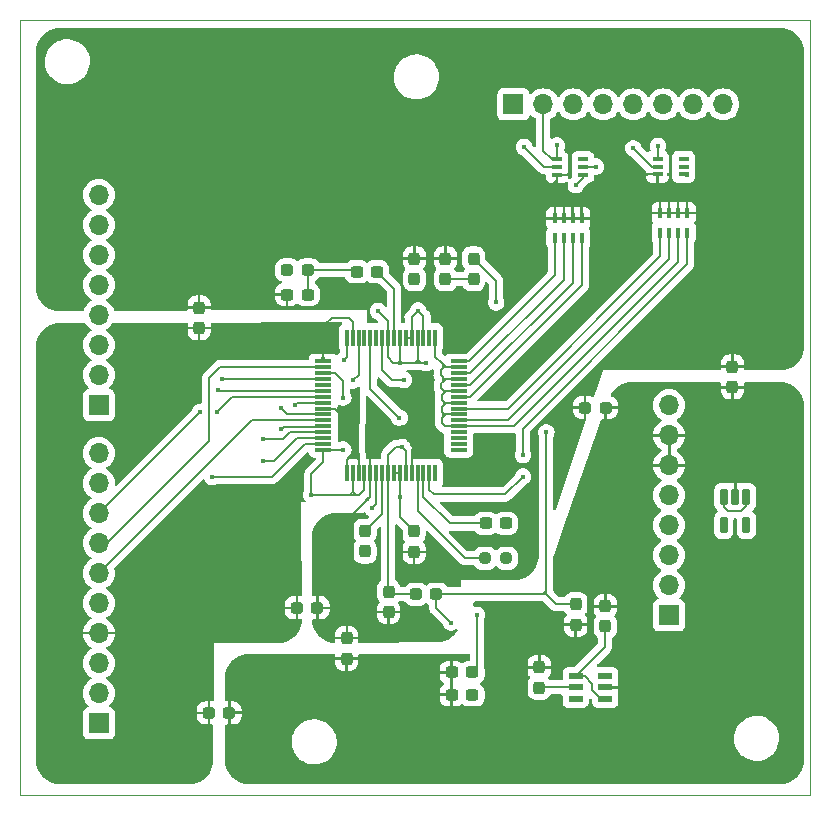
<source format=gbr>
%TF.GenerationSoftware,KiCad,Pcbnew,7.0.10*%
%TF.CreationDate,2024-03-16T23:25:40+05:30*%
%TF.ProjectId,breakout,62726561-6b6f-4757-942e-6b696361645f,rev?*%
%TF.SameCoordinates,Original*%
%TF.FileFunction,Copper,L1,Top*%
%TF.FilePolarity,Positive*%
%FSLAX46Y46*%
G04 Gerber Fmt 4.6, Leading zero omitted, Abs format (unit mm)*
G04 Created by KiCad (PCBNEW 7.0.10) date 2024-03-16 23:25:40*
%MOMM*%
%LPD*%
G01*
G04 APERTURE LIST*
G04 Aperture macros list*
%AMRoundRect*
0 Rectangle with rounded corners*
0 $1 Rounding radius*
0 $2 $3 $4 $5 $6 $7 $8 $9 X,Y pos of 4 corners*
0 Add a 4 corners polygon primitive as box body*
4,1,4,$2,$3,$4,$5,$6,$7,$8,$9,$2,$3,0*
0 Add four circle primitives for the rounded corners*
1,1,$1+$1,$2,$3*
1,1,$1+$1,$4,$5*
1,1,$1+$1,$6,$7*
1,1,$1+$1,$8,$9*
0 Add four rect primitives between the rounded corners*
20,1,$1+$1,$2,$3,$4,$5,0*
20,1,$1+$1,$4,$5,$6,$7,0*
20,1,$1+$1,$6,$7,$8,$9,0*
20,1,$1+$1,$8,$9,$2,$3,0*%
G04 Aperture macros list end*
%TA.AperFunction,SMDPad,CuDef*%
%ADD10RoundRect,0.237500X0.237500X-0.287500X0.237500X0.287500X-0.237500X0.287500X-0.237500X-0.287500X0*%
%TD*%
%TA.AperFunction,SMDPad,CuDef*%
%ADD11RoundRect,0.237500X0.287500X0.237500X-0.287500X0.237500X-0.287500X-0.237500X0.287500X-0.237500X0*%
%TD*%
%TA.AperFunction,SMDPad,CuDef*%
%ADD12RoundRect,0.237500X0.300000X0.237500X-0.300000X0.237500X-0.300000X-0.237500X0.300000X-0.237500X0*%
%TD*%
%TA.AperFunction,SMDPad,CuDef*%
%ADD13R,0.900000X0.400000*%
%TD*%
%TA.AperFunction,SMDPad,CuDef*%
%ADD14R,0.460000X0.890000*%
%TD*%
%TA.AperFunction,SMDPad,CuDef*%
%ADD15RoundRect,0.237500X0.250000X0.237500X-0.250000X0.237500X-0.250000X-0.237500X0.250000X-0.237500X0*%
%TD*%
%TA.AperFunction,ComponentPad*%
%ADD16O,1.700000X1.700000*%
%TD*%
%TA.AperFunction,ComponentPad*%
%ADD17R,1.700000X1.700000*%
%TD*%
%TA.AperFunction,SMDPad,CuDef*%
%ADD18RoundRect,0.237500X0.237500X-0.300000X0.237500X0.300000X-0.237500X0.300000X-0.237500X-0.300000X0*%
%TD*%
%TA.AperFunction,SMDPad,CuDef*%
%ADD19R,1.475000X0.300000*%
%TD*%
%TA.AperFunction,SMDPad,CuDef*%
%ADD20R,0.300000X1.475000*%
%TD*%
%TA.AperFunction,SMDPad,CuDef*%
%ADD21RoundRect,0.040600X0.564400X0.249400X-0.564400X0.249400X-0.564400X-0.249400X0.564400X-0.249400X0*%
%TD*%
%TA.AperFunction,SMDPad,CuDef*%
%ADD22RoundRect,0.060000X0.240000X0.615000X-0.240000X0.615000X-0.240000X-0.615000X0.240000X-0.615000X0*%
%TD*%
%TA.AperFunction,SMDPad,CuDef*%
%ADD23RoundRect,0.237500X-0.237500X0.287500X-0.237500X-0.287500X0.237500X-0.287500X0.237500X0.287500X0*%
%TD*%
%TA.AperFunction,SMDPad,CuDef*%
%ADD24RoundRect,0.237500X-0.237500X0.300000X-0.237500X-0.300000X0.237500X-0.300000X0.237500X0.300000X0*%
%TD*%
%TA.AperFunction,SMDPad,CuDef*%
%ADD25RoundRect,0.237500X-0.300000X-0.237500X0.300000X-0.237500X0.300000X0.237500X-0.300000X0.237500X0*%
%TD*%
%TA.AperFunction,ViaPad*%
%ADD26C,0.400000*%
%TD*%
%TA.AperFunction,Conductor*%
%ADD27C,0.200000*%
%TD*%
%TA.AperFunction,Profile*%
%ADD28C,0.050000*%
%TD*%
G04 APERTURE END LIST*
D10*
%TO.P,FB11,1*%
%TO.N,PGND*%
X72300000Y-83425000D03*
%TO.P,FB11,2*%
%TO.N,AGND*%
X72300000Y-81675000D03*
%TD*%
%TO.P,FB10,1*%
%TO.N,PGND*%
X104950000Y-60425000D03*
%TO.P,FB10,2*%
%TO.N,AGND*%
X104950000Y-58675000D03*
%TD*%
D11*
%TO.P,FB9,1*%
%TO.N,AGND*%
X69825000Y-79100000D03*
%TO.P,FB9,2*%
%TO.N,DGND*%
X68075000Y-79100000D03*
%TD*%
D12*
%TO.P,C41,1*%
%TO.N,Net-(U5-VREFP)*%
X74862500Y-50650000D03*
%TO.P,C41,2*%
%TO.N,Net-(U5-VREFN)*%
X73137500Y-50650000D03*
%TD*%
D11*
%TO.P,FB4,1*%
%TO.N,Net-(U5-VREFN)*%
X69025000Y-50500000D03*
%TO.P,FB4,2*%
%TO.N,AVSS*%
X67275000Y-50500000D03*
%TD*%
D13*
%TO.P,D2,1*%
%TO.N,2P*%
X90104200Y-41118400D03*
%TO.P,D2,2*%
%TO.N,1P*%
X90104200Y-41768400D03*
%TO.P,D2,3*%
%TO.N,AGND*%
X90104200Y-42418400D03*
%TO.P,D2,4*%
%TO.N,3P*%
X92304200Y-42418400D03*
%TO.P,D2,5*%
%TO.N,4P*%
X92304200Y-41768400D03*
%TO.P,D2,6,NC*%
%TO.N,unconnected-(D2-NC-Pad6)*%
X92304200Y-41118400D03*
%TD*%
D14*
%TO.P,C2,1*%
%TO.N,AGND*%
X92190000Y-46125000D03*
%TO.P,C2,2*%
X91430000Y-46125000D03*
%TO.P,C2,3*%
X90670000Y-46125000D03*
%TO.P,C2,4*%
X89910000Y-46125000D03*
%TO.P,C2,5*%
%TO.N,IN1P*%
X89910000Y-47775000D03*
%TO.P,C2,6*%
%TO.N,IN2P*%
X90670000Y-47775000D03*
%TO.P,C2,7*%
%TO.N,IN3P*%
X91430000Y-47775000D03*
%TO.P,C2,8*%
%TO.N,IN4P*%
X92190000Y-47775000D03*
%TD*%
%TO.P,C1,1*%
%TO.N,AGND*%
X101124800Y-45682800D03*
%TO.P,C1,2*%
X100364800Y-45682800D03*
%TO.P,C1,3*%
X99604800Y-45682800D03*
%TO.P,C1,4*%
X98844800Y-45682800D03*
%TO.P,C1,5*%
%TO.N,IN5P*%
X98844800Y-47332800D03*
%TO.P,C1,6*%
%TO.N,IN6P*%
X99604800Y-47332800D03*
%TO.P,C1,7*%
%TO.N,SRB1*%
X100364800Y-47332800D03*
%TO.P,C1,8*%
%TO.N,BIAS_DRV*%
X101124800Y-47332800D03*
%TD*%
D11*
%TO.P,FB3,1*%
%TO.N,AVDD*%
X79900000Y-77950000D03*
%TO.P,FB3,2*%
%TO.N,Net-(C21-Pad2)*%
X78150000Y-77950000D03*
%TD*%
D15*
%TO.P,R7,1*%
%TO.N,Net-(U5-BIASOUT)*%
X85826600Y-74900000D03*
%TO.P,R7,2*%
%TO.N,Net-(U5-BIASINV)*%
X84001600Y-74900000D03*
%TD*%
D16*
%TO.P,J2,8,Pin_8*%
%TO.N,unconnected-(J2-Pin_8-Pad8)*%
X51308000Y-44145200D03*
%TO.P,J2,7,Pin_7*%
%TO.N,unconnected-(J2-Pin_7-Pad7)*%
X51308000Y-46685200D03*
%TO.P,J2,6,Pin_6*%
%TO.N,unconnected-(J2-Pin_6-Pad6)*%
X51308000Y-49225200D03*
%TO.P,J2,5,Pin_5*%
%TO.N,unconnected-(J2-Pin_5-Pad5)*%
X51308000Y-51765200D03*
%TO.P,J2,4,Pin_4*%
%TO.N,unconnected-(J2-Pin_4-Pad4)*%
X51308000Y-54305200D03*
%TO.P,J2,3,Pin_3*%
%TO.N,DRDY*%
X51308000Y-56845200D03*
%TO.P,J2,2,Pin_2*%
%TO.N,RESET*%
X51308000Y-59385200D03*
D17*
%TO.P,J2,1,Pin_1*%
%TO.N,START*%
X51308000Y-61925200D03*
%TD*%
D18*
%TO.P,C39,1*%
%TO.N,Net-(U5-VREFN)*%
X78028800Y-51262500D03*
%TO.P,C39,2*%
%TO.N,AGND*%
X78028800Y-49537500D03*
%TD*%
D19*
%TO.P,U5,1,IN8N*%
%TO.N,unconnected-(U5-IN8N-Pad1)*%
X81785600Y-65726000D03*
%TO.P,U5,2,IN8P*%
%TO.N,unconnected-(U5-IN8P-Pad2)*%
X81785600Y-65226000D03*
%TO.P,U5,3,IN7N*%
%TO.N,unconnected-(U5-IN7N-Pad3)*%
X81785600Y-64726000D03*
%TO.P,U5,4,IN7P*%
%TO.N,unconnected-(U5-IN7P-Pad4)*%
X81785600Y-64226000D03*
%TO.P,U5,5,IN6N*%
%TO.N,SRB1*%
X81785600Y-63726000D03*
%TO.P,U5,6,IN6P*%
%TO.N,IN6P*%
X81785600Y-63226000D03*
%TO.P,U5,7,IN5N*%
%TO.N,SRB1*%
X81785600Y-62726000D03*
%TO.P,U5,8,IN5P*%
%TO.N,IN5P*%
X81785600Y-62226000D03*
%TO.P,U5,9,IN4N*%
%TO.N,SRB1*%
X81785600Y-61726000D03*
%TO.P,U5,10,IN4P*%
%TO.N,IN4P*%
X81785600Y-61226000D03*
%TO.P,U5,11,IN3N*%
%TO.N,SRB1*%
X81785600Y-60726000D03*
%TO.P,U5,12,IN3P*%
%TO.N,IN3P*%
X81785600Y-60226000D03*
%TO.P,U5,13,IN2N*%
%TO.N,SRB1*%
X81785600Y-59726000D03*
%TO.P,U5,14,IN2P*%
%TO.N,IN2P*%
X81785600Y-59226000D03*
%TO.P,U5,15,IN1N*%
%TO.N,SRB1*%
X81785600Y-58726000D03*
%TO.P,U5,16,IN1P*%
%TO.N,IN1P*%
X81785600Y-58226000D03*
D20*
%TO.P,U5,17,SRB1*%
%TO.N,SRB1*%
X79797600Y-56238000D03*
%TO.P,U5,18,SRB2*%
%TO.N,unconnected-(U5-SRB2-Pad18)*%
X79297600Y-56238000D03*
%TO.P,U5,19,AVDD*%
%TO.N,Net-(C17-Pad1)*%
X78797600Y-56238000D03*
%TO.P,U5,20,AVSS*%
%TO.N,Net-(U5-VREFN)*%
X78297600Y-56238000D03*
%TO.P,U5,21,AVDD*%
%TO.N,Net-(C17-Pad1)*%
X77797600Y-56238000D03*
%TO.P,U5,22,AVDD*%
X77297600Y-56238000D03*
%TO.P,U5,23,AVSS*%
%TO.N,Net-(U5-VREFN)*%
X76797600Y-56238000D03*
%TO.P,U5,24,VREFP*%
%TO.N,Net-(U5-VREFP)*%
X76297600Y-56238000D03*
%TO.P,U5,25,VREFN*%
%TO.N,Net-(U5-VREFN)*%
X75797600Y-56238000D03*
%TO.P,U5,26,VCAP4*%
%TO.N,Net-(U5-VCAP4)*%
X75297600Y-56238000D03*
%TO.P,U5,27,NC*%
%TO.N,unconnected-(U5-NC-Pad27)*%
X74797600Y-56238000D03*
%TO.P,U5,28,VCAP1*%
%TO.N,Net-(U5-VCAP1)*%
X74297600Y-56238000D03*
%TO.P,U5,29,NC*%
%TO.N,unconnected-(U5-NC-Pad29)*%
X73797600Y-56238000D03*
%TO.P,U5,30,VCAP2*%
%TO.N,Net-(U5-VCAP2)*%
X73297600Y-56238000D03*
%TO.P,U5,31,RESV1*%
%TO.N,DGND*%
X72797600Y-56238000D03*
%TO.P,U5,32,AVSS*%
%TO.N,Net-(U5-VREFN)*%
X72297600Y-56238000D03*
D19*
%TO.P,U5,33,DGND*%
%TO.N,DGND*%
X70309600Y-58226000D03*
%TO.P,U5,34,DIN*%
%TO.N,DIN*%
X70309600Y-58726000D03*
%TO.P,U5,35,\u002APWDN*%
%TO.N,DVDD*%
X70309600Y-59226000D03*
%TO.P,U5,36,\u002ARESET*%
%TO.N,RESET*%
X70309600Y-59726000D03*
%TO.P,U5,37,CLK*%
%TO.N,unconnected-(U5-CLK-Pad37)*%
X70309600Y-60226000D03*
%TO.P,U5,38,START*%
%TO.N,START*%
X70309600Y-60726000D03*
%TO.P,U5,39,\u002ACS*%
%TO.N,CS*%
X70309600Y-61226000D03*
%TO.P,U5,40,SCLK*%
%TO.N,SCLK*%
X70309600Y-61726000D03*
%TO.P,U5,41,DAISY_IN*%
%TO.N,DGND*%
X70309600Y-62226000D03*
%TO.P,U5,42,GPIO1*%
%TO.N,Net-(U5-GPIO1)*%
X70309600Y-62726000D03*
%TO.P,U5,43,DOUT*%
%TO.N,DOUT*%
X70309600Y-63226000D03*
%TO.P,U5,44,GPIO2*%
%TO.N,Net-(U5-GPIO2)*%
X70309600Y-63726000D03*
%TO.P,U5,45,GPIO3*%
%TO.N,Net-(U5-GPIO3)*%
X70309600Y-64226000D03*
%TO.P,U5,46,GPIO4*%
%TO.N,Net-(U5-GPIO4)*%
X70309600Y-64726000D03*
%TO.P,U5,47,\u002ADRDY*%
%TO.N,DRDY*%
X70309600Y-65226000D03*
%TO.P,U5,48,DVDD*%
%TO.N,DVDD*%
X70309600Y-65726000D03*
D20*
%TO.P,U5,49,DGND*%
%TO.N,DGND*%
X72297600Y-67714000D03*
%TO.P,U5,50,DVDD*%
%TO.N,DVDD*%
X72797600Y-67714000D03*
%TO.P,U5,51,DGND*%
%TO.N,DGND*%
X73297600Y-67714000D03*
%TO.P,U5,52,CLKSEL*%
%TO.N,DVDD*%
X73797600Y-67714000D03*
%TO.P,U5,53,AVSS1*%
%TO.N,AGND*%
X74297600Y-67714000D03*
%TO.P,U5,54,AVDD1*%
%TO.N,Net-(U5-AVDD1)*%
X74797600Y-67714000D03*
%TO.P,U5,55,VCAP3*%
%TO.N,Net-(U5-VCAP3)*%
X75297600Y-67714000D03*
%TO.P,U5,56,AVDD*%
%TO.N,Net-(C21-Pad2)*%
X75797600Y-67714000D03*
%TO.P,U5,57,AVSS*%
%TO.N,Net-(C21-Pad1)*%
X76297600Y-67714000D03*
%TO.P,U5,58,AVSS*%
X76797600Y-67714000D03*
%TO.P,U5,59,AVDD*%
%TO.N,Net-(C21-Pad2)*%
X77297600Y-67714000D03*
%TO.P,U5,60,BIASREF*%
%TO.N,AGND*%
X77797600Y-67714000D03*
%TO.P,U5,61,BIASINV*%
%TO.N,Net-(U5-BIASINV)*%
X78297600Y-67714000D03*
%TO.P,U5,62,BIASIN*%
%TO.N,Net-(U5-BIASIN)*%
X78797600Y-67714000D03*
%TO.P,U5,63,BIASOUT*%
%TO.N,Net-(U5-BIASOUT)*%
X79297600Y-67714000D03*
%TO.P,U5,64,RESERVED*%
%TO.N,unconnected-(U5-RESERVED-Pad64)*%
X79797600Y-67714000D03*
%TD*%
D16*
%TO.P,J1,10,Pin_10*%
%TO.N,unconnected-(J1-Pin_10-Pad10)*%
X51308000Y-66014600D03*
%TO.P,J1,9,Pin_9*%
%TO.N,unconnected-(J1-Pin_9-Pad9)*%
X51308000Y-68554600D03*
%TO.P,J1,8,Pin_8*%
%TO.N,CS*%
X51308000Y-71094600D03*
%TO.P,J1,7,Pin_7*%
%TO.N,DIN*%
X51308000Y-73634600D03*
%TO.P,J1,6,Pin_6*%
%TO.N,DOUT*%
X51308000Y-76174600D03*
%TO.P,J1,5,Pin_5*%
%TO.N,SCLK*%
X51308000Y-78714600D03*
%TO.P,J1,4,Pin_4*%
%TO.N,DGND*%
X51308000Y-81254600D03*
%TO.P,J1,3,Pin_3*%
%TO.N,unconnected-(J1-Pin_3-Pad3)*%
X51308000Y-83794600D03*
%TO.P,J1,2,Pin_2*%
%TO.N,unconnected-(J1-Pin_2-Pad2)*%
X51308000Y-86334600D03*
D17*
%TO.P,J1,1,Pin_1*%
%TO.N,unconnected-(J1-Pin_1-Pad1)*%
X51308000Y-88874600D03*
%TD*%
D11*
%TO.P,FB5,1*%
%TO.N,PGND*%
X94225000Y-62150000D03*
%TO.P,FB5,2*%
%TO.N,AGND*%
X92475000Y-62150000D03*
%TD*%
D21*
%TO.P,U4,1,V+*%
%TO.N,DVDD*%
X94193600Y-86788000D03*
%TO.P,U4,2,GND*%
%TO.N,PGND*%
X94193600Y-85838000D03*
%TO.P,U4,3,CAP-*%
%TO.N,Net-(U4-CAP-)*%
X94193600Y-84888000D03*
%TO.P,U4,4,SD*%
%TO.N,DVDD*%
X91683600Y-84888000D03*
%TO.P,U4,5,OUT*%
%TO.N,DVSS*%
X91683600Y-85838000D03*
%TO.P,U4,6,CAP+*%
%TO.N,Net-(U4-CAP+)*%
X91683600Y-86788000D03*
%TD*%
D18*
%TO.P,C31,1*%
%TO.N,DVDD*%
X94186700Y-80679500D03*
%TO.P,C31,2*%
%TO.N,PGND*%
X94186700Y-78954500D03*
%TD*%
%TO.P,C10,1*%
%TO.N,DVSS*%
X88595200Y-85861200D03*
%TO.P,C10,2*%
%TO.N,PGND*%
X88595200Y-84136200D03*
%TD*%
%TO.P,C23,1*%
%TO.N,Net-(C21-Pad1)*%
X73850000Y-74311400D03*
%TO.P,C23,2*%
%TO.N,Net-(U5-VCAP3)*%
X73850000Y-72586400D03*
%TD*%
D11*
%TO.P,FB6,1*%
%TO.N,PGND*%
X62375000Y-88000000D03*
%TO.P,FB6,2*%
%TO.N,DGND*%
X60625000Y-88000000D03*
%TD*%
D18*
%TO.P,C43,1*%
%TO.N,AGND*%
X78000000Y-74350000D03*
%TO.P,C43,2*%
%TO.N,Net-(C21-Pad1)*%
X78000000Y-72625000D03*
%TD*%
D22*
%TO.P,U1,1,VIN*%
%TO.N,VDD*%
X106131400Y-69706400D03*
%TO.P,U1,2,GND*%
%TO.N,PGND*%
X105181400Y-69706400D03*
%TO.P,U1,3,EN*%
%TO.N,VDD*%
X104231400Y-69706400D03*
%TO.P,U1,4,NC*%
%TO.N,unconnected-(U1-NC-Pad4)*%
X104231400Y-72076400D03*
%TO.P,U1,5,VOUT*%
%TO.N,DVDD*%
X106131400Y-72076400D03*
%TD*%
D12*
%TO.P,C11,1*%
%TO.N,Net-(U3-NR)*%
X82929900Y-86473000D03*
%TO.P,C11,2*%
%TO.N,PGND*%
X81204900Y-86473000D03*
%TD*%
D23*
%TO.P,FB7,1*%
%TO.N,AGND*%
X59800000Y-53675000D03*
%TO.P,FB7,2*%
%TO.N,DGND*%
X59800000Y-55425000D03*
%TD*%
D24*
%TO.P,C30,1*%
%TO.N,Net-(C21-Pad2)*%
X75850000Y-77725000D03*
%TO.P,C30,2*%
%TO.N,AGND*%
X75850000Y-79450000D03*
%TD*%
D10*
%TO.P,FB1,1*%
%TO.N,Net-(C17-Pad1)*%
X83050000Y-51275000D03*
%TO.P,FB1,2*%
%TO.N,AVDD*%
X83050000Y-49525000D03*
%TD*%
D12*
%TO.P,C12,1*%
%TO.N,AVSS*%
X82929900Y-84568000D03*
%TO.P,C12,2*%
%TO.N,PGND*%
X81204900Y-84568000D03*
%TD*%
D16*
%TO.P,J3,8,Pin_8*%
%TO.N,unconnected-(J3-Pin_8-Pad8)*%
X99593400Y-61950600D03*
%TO.P,J3,7,Pin_7*%
%TO.N,PGND*%
X99593400Y-64490600D03*
%TO.P,J3,6,Pin_6*%
X99593400Y-67030600D03*
%TO.P,J3,5,Pin_5*%
%TO.N,VDD*%
X99593400Y-69570600D03*
%TO.P,J3,4,Pin_4*%
%TO.N,unconnected-(J3-Pin_4-Pad4)*%
X99593400Y-72110600D03*
%TO.P,J3,3,Pin_3*%
%TO.N,unconnected-(J3-Pin_3-Pad3)*%
X99593400Y-74650600D03*
%TO.P,J3,2,Pin_2*%
%TO.N,unconnected-(J3-Pin_2-Pad2)*%
X99593400Y-77190600D03*
D17*
%TO.P,J3,1,Pin_1*%
%TO.N,unconnected-(J3-Pin_1-Pad1)*%
X99593400Y-79730600D03*
%TD*%
D12*
%TO.P,C27,1*%
%TO.N,Net-(U5-VREFN)*%
X68987500Y-52587500D03*
%TO.P,C27,2*%
%TO.N,AGND*%
X67262500Y-52587500D03*
%TD*%
D24*
%TO.P,C45,1*%
%TO.N,AGND*%
X80650000Y-49537500D03*
%TO.P,C45,2*%
%TO.N,Net-(C17-Pad1)*%
X80650000Y-51262500D03*
%TD*%
%TO.P,C32,1*%
%TO.N,AVDD*%
X91697500Y-78802100D03*
%TO.P,C32,2*%
%TO.N,PGND*%
X91697500Y-80527100D03*
%TD*%
D25*
%TO.P,C46,1*%
%TO.N,Net-(U5-BIASIN)*%
X84051600Y-71958200D03*
%TO.P,C46,2*%
%TO.N,Net-(U5-BIASOUT)*%
X85776600Y-71958200D03*
%TD*%
D13*
%TO.P,D1,1*%
%TO.N,6P*%
X98622300Y-41108000D03*
%TO.P,D1,2*%
%TO.N,5P*%
X98622300Y-41758000D03*
%TO.P,D1,3*%
%TO.N,AGND*%
X98622300Y-42408000D03*
%TO.P,D1,4*%
%TO.N,BIAS_E*%
X100822300Y-42408000D03*
%TO.P,D1,5*%
%TO.N,SRB_IN*%
X100822300Y-41758000D03*
%TO.P,D1,6,NC*%
%TO.N,unconnected-(D1-NC-Pad6)*%
X100822300Y-41108000D03*
%TD*%
D17*
%TO.P,J4,1,Pin_1*%
%TO.N,1P*%
X86410800Y-36474400D03*
D16*
%TO.P,J4,2,Pin_2*%
%TO.N,2P*%
X88950800Y-36474400D03*
%TO.P,J4,3,Pin_3*%
%TO.N,3P*%
X91490800Y-36474400D03*
%TO.P,J4,4,Pin_4*%
%TO.N,4P*%
X94030800Y-36474400D03*
%TO.P,J4,5,Pin_5*%
%TO.N,5P*%
X96570800Y-36474400D03*
%TO.P,J4,6,Pin_6*%
%TO.N,6P*%
X99110800Y-36474400D03*
%TO.P,J4,7,Pin_7*%
%TO.N,SRB_IN*%
X101650800Y-36474400D03*
%TO.P,J4,8,Pin_8*%
%TO.N,BIAS_E*%
X104190800Y-36474400D03*
%TD*%
D26*
%TO.N,AGND*%
X72400000Y-71600000D03*
%TO.N,AVSS*%
X67275000Y-50500000D03*
%TO.N,AGND*%
X78150000Y-65400000D03*
%TO.N,AVSS*%
X83322500Y-79700000D03*
%TO.N,DVDD*%
X94200000Y-80700000D03*
%TO.N,BIAS_DRV*%
X87223600Y-66168900D03*
%TO.N,Net-(C21-Pad1)*%
X76800000Y-69700000D03*
%TO.N,AGND*%
X75850000Y-79450000D03*
X78000000Y-74350000D03*
%TO.N,Net-(U5-VREFN)*%
X68975000Y-52555500D03*
%TO.N,DVDD*%
X72000000Y-65700000D03*
%TO.N,DGND*%
X59550000Y-57400000D03*
X73050000Y-65800000D03*
%TO.N,DRDY*%
X60900000Y-68000000D03*
%TO.N,DGND*%
X70500000Y-55100000D03*
X70300000Y-58050000D03*
%TO.N,IN3P*%
X91430000Y-47775000D03*
%TO.N,AGND*%
X78028800Y-49537500D03*
X87800000Y-50400000D03*
X95750000Y-45400000D03*
X103050000Y-38950000D03*
X100450000Y-39000000D03*
X95800000Y-42650000D03*
X74600000Y-65650000D03*
X88950000Y-42750000D03*
X92750000Y-38850000D03*
X97800000Y-38900000D03*
X96100000Y-47750000D03*
%TO.N,BIAS_DRV*%
X101124800Y-47332800D03*
%TO.N,IN1P*%
X89910000Y-47775000D03*
%TO.N,IN2P*%
X90670000Y-47775000D03*
%TO.N,SRB1*%
X100364800Y-47332800D03*
%TO.N,Net-(C17-Pad1)*%
X80650000Y-51262500D03*
X78350000Y-53950000D03*
%TO.N,Net-(U5-VREFN)*%
X74955400Y-53994600D03*
X76800000Y-58350000D03*
X73137500Y-50650000D03*
X78028800Y-51262500D03*
X72100000Y-58100000D03*
X79050000Y-58350000D03*
%TO.N,VDD*%
X106131400Y-69706400D03*
%TO.N,PGND*%
X106161600Y-67986700D03*
%TO.N,DVDD*%
X72000000Y-61300000D03*
X69312500Y-69550000D03*
X106131400Y-72076400D03*
%TO.N,DVSS*%
X88595200Y-85861200D03*
%TO.N,Net-(U3-NR)*%
X82929900Y-86473000D03*
%TO.N,AVSS*%
X82929900Y-84568000D03*
%TO.N,Net-(U4-CAP+)*%
X91683600Y-86788000D03*
%TO.N,Net-(U4-CAP-)*%
X94193600Y-84888000D03*
%TO.N,Net-(U5-VCAP4)*%
X77150000Y-59800000D03*
%TO.N,Net-(U5-VCAP2)*%
X72825000Y-59850000D03*
%TO.N,Net-(U5-VCAP1)*%
X76762500Y-63000000D03*
%TO.N,Net-(U5-VREFP)*%
X74862500Y-50650000D03*
%TO.N,Net-(C21-Pad1)*%
X78000000Y-72625000D03*
X73850000Y-74312500D03*
%TO.N,Net-(C21-Pad2)*%
X75850000Y-77725000D03*
X77000000Y-65500000D03*
%TO.N,Net-(U5-AVDD1)*%
X74450000Y-70650000D03*
%TO.N,Net-(U5-VCAP3)*%
X73850000Y-72587500D03*
%TO.N,Net-(U5-BIASOUT)*%
X85775500Y-74900000D03*
X85826600Y-71958200D03*
X87223600Y-67993900D03*
%TO.N,Net-(U5-BIASINV)*%
X84050500Y-74900000D03*
%TO.N,AVDD*%
X89200000Y-64250000D03*
X91697500Y-78802100D03*
X84950000Y-53250000D03*
X81122500Y-80350000D03*
%TO.N,3P*%
X91700000Y-43300000D03*
%TO.N,5P*%
X96570800Y-40200000D03*
%TO.N,6P*%
X98650000Y-40000000D03*
%TO.N,4P*%
X93400000Y-41750000D03*
%TO.N,1P*%
X87325000Y-40075000D03*
%TO.N,2P*%
X90100000Y-39950000D03*
%TO.N,SRB_IN*%
X100822300Y-41758000D03*
%TO.N,SCLK*%
X67900000Y-61950000D03*
%TO.N,CS*%
X59900000Y-62502600D03*
X61352600Y-62502600D03*
%TO.N,START*%
X61400000Y-60650000D03*
%TO.N,RESET*%
X61750000Y-59750000D03*
%TO.N,Net-(U5-GPIO3)*%
X65200000Y-64770000D03*
%TO.N,Net-(U5-GPIO1)*%
X66700000Y-62150000D03*
%TO.N,Net-(U5-GPIO4)*%
X65212500Y-66675000D03*
%TO.N,Net-(U5-GPIO2)*%
X66725000Y-63975000D03*
%TO.N,Net-(U5-BIASIN)*%
X84001600Y-71958200D03*
%TO.N,BIAS_E*%
X101100000Y-42436554D03*
%TO.N,IN6P*%
X99604800Y-47332800D03*
%TO.N,IN5P*%
X98844800Y-47332800D03*
%TO.N,IN4P*%
X92190000Y-47775000D03*
%TD*%
D27*
%TO.N,DVDD*%
X72000000Y-59928900D02*
X71297100Y-59226000D01*
X72000000Y-61300000D02*
X72000000Y-59928900D01*
X71297100Y-59226000D02*
X70309600Y-59226000D01*
%TO.N,Net-(U5-VREFN)*%
X75797600Y-54836800D02*
X75797600Y-56238000D01*
X74955400Y-53994600D02*
X75797600Y-54836800D01*
%TO.N,AGND*%
X73750000Y-70250000D02*
X72400000Y-71600000D01*
%TO.N,Net-(U5-GPIO4)*%
X68124000Y-64726000D02*
X70309600Y-64726000D01*
X65212500Y-66675000D02*
X66175000Y-66675000D01*
X66175000Y-66675000D02*
X68124000Y-64726000D01*
%TO.N,Net-(U5-GPIO3)*%
X67463950Y-64226000D02*
X70309600Y-64226000D01*
X66919950Y-64770000D02*
X67463950Y-64226000D01*
X65112500Y-64770000D02*
X66919950Y-64770000D01*
%TO.N,Net-(U5-VREFN)*%
X68975000Y-52555500D02*
X69025000Y-52505500D01*
X69025000Y-52505500D02*
X69025000Y-50500000D01*
%TO.N,AGND*%
X74297600Y-67714000D02*
X74297600Y-65952400D01*
X74297600Y-65952400D02*
X74600000Y-65650000D01*
%TO.N,Net-(U5-BIASOUT)*%
X87223600Y-67993900D02*
X85717500Y-69500000D01*
X79297600Y-69147600D02*
X79297600Y-67714000D01*
X85717500Y-69500000D02*
X79650000Y-69500000D01*
X79650000Y-69500000D02*
X79297600Y-69147600D01*
%TO.N,DVDD*%
X69312500Y-69550000D02*
X69312500Y-67737500D01*
X69312500Y-67737500D02*
X70309600Y-66740400D01*
X70309600Y-66740400D02*
X70309600Y-65726000D01*
%TO.N,Net-(U5-VREFN)*%
X69000000Y-52600000D02*
X68987500Y-52587500D01*
%TO.N,DVDD*%
X72698800Y-69398800D02*
X72797600Y-69300000D01*
X72550000Y-69550000D02*
X72800000Y-69550000D01*
X72698800Y-69398800D02*
X72698800Y-69448800D01*
X72550000Y-69547600D02*
X72698800Y-69398800D01*
X72800000Y-69550000D02*
X73350000Y-69550000D01*
X72698800Y-69448800D02*
X72800000Y-69550000D01*
%TO.N,AVSS*%
X82929900Y-84568000D02*
X82982000Y-84568000D01*
X82982000Y-84568000D02*
X83322500Y-84227500D01*
X83322500Y-84227500D02*
X83322500Y-79700000D01*
%TO.N,Net-(U5-BIASIN)*%
X78797600Y-67714000D02*
X78797600Y-69697600D01*
X81058200Y-71958200D02*
X84001600Y-71958200D01*
X78797600Y-69697600D02*
X81058200Y-71958200D01*
%TO.N,Net-(U5-BIASINV)*%
X78297600Y-67714000D02*
X78297600Y-70897600D01*
X78297600Y-70897600D02*
X82300000Y-74900000D01*
X82300000Y-74900000D02*
X84001600Y-74900000D01*
%TO.N,Net-(U5-BIASOUT)*%
X85775500Y-74900000D02*
X85826600Y-74900000D01*
X85826600Y-71958200D02*
X85776600Y-71958200D01*
%TO.N,DVDD*%
X94186700Y-80713300D02*
X94186700Y-82384900D01*
X94200000Y-80700000D02*
X94186700Y-80713300D01*
X94186700Y-80686700D02*
X94200000Y-80700000D01*
X94186700Y-80679500D02*
X94186700Y-80686700D01*
X94186700Y-82384900D02*
X91683600Y-84888000D01*
X91683600Y-84888000D02*
X92476600Y-84888000D01*
X92476600Y-84888000D02*
X93100000Y-85511400D01*
X93846992Y-86788000D02*
X94193600Y-86788000D01*
X93100000Y-85511400D02*
X93100000Y-86041008D01*
X93100000Y-86041008D02*
X93846992Y-86788000D01*
%TO.N,AVDD*%
X81122500Y-80350000D02*
X79900000Y-79127500D01*
X79900000Y-79127500D02*
X79900000Y-77950000D01*
%TO.N,VDD*%
X106131400Y-69706400D02*
X106131400Y-70468600D01*
X104550000Y-70900000D02*
X104231400Y-70581400D01*
X106131400Y-70468600D02*
X105700000Y-70900000D01*
X105700000Y-70900000D02*
X104550000Y-70900000D01*
X104231400Y-70581400D02*
X104231400Y-69706400D01*
%TO.N,AVDD*%
X88950000Y-77950000D02*
X89200000Y-77950000D01*
X79900000Y-77950000D02*
X88950000Y-77950000D01*
X89200000Y-64250000D02*
X89200000Y-77650000D01*
X89200000Y-77650000D02*
X89200000Y-77800000D01*
X88950000Y-77950000D02*
X88950000Y-77900000D01*
X88950000Y-77900000D02*
X89200000Y-77650000D01*
X89200000Y-77800000D02*
X89200000Y-77950000D01*
X89200000Y-77950000D02*
X90052100Y-78802100D01*
X90052100Y-78802100D02*
X91697500Y-78802100D01*
X84950000Y-53250000D02*
X84950000Y-51425000D01*
X84950000Y-51425000D02*
X83050000Y-49525000D01*
%TO.N,Net-(C17-Pad1)*%
X83050000Y-51275000D02*
X80662500Y-51275000D01*
X80662500Y-51275000D02*
X80650000Y-51262500D01*
%TO.N,IN1P*%
X82624000Y-58226000D02*
X81785600Y-58226000D01*
X89910000Y-47775000D02*
X89910000Y-50940000D01*
X89910000Y-50940000D02*
X82624000Y-58226000D01*
%TO.N,IN2P*%
X82774000Y-59226000D02*
X81785600Y-59226000D01*
X90670000Y-51330000D02*
X82774000Y-59226000D01*
X90670000Y-47775000D02*
X90670000Y-51330000D01*
%TO.N,IN4P*%
X92190000Y-51809100D02*
X82773100Y-61226000D01*
X82773100Y-61226000D02*
X81785600Y-61226000D01*
X92190000Y-47775000D02*
X92190000Y-51809100D01*
%TO.N,IN3P*%
X91430000Y-47775000D02*
X91430000Y-51569100D01*
X91430000Y-51569100D02*
X82773100Y-60226000D01*
X82773100Y-60226000D02*
X81785600Y-60226000D01*
%TO.N,BIAS_DRV*%
X101124800Y-47332800D02*
X101124800Y-50025200D01*
X101124800Y-50025200D02*
X87223600Y-63926400D01*
X87223600Y-63926400D02*
X87223600Y-66168900D01*
%TO.N,DVDD*%
X73047600Y-69550000D02*
X72797600Y-69300000D01*
X69312500Y-69550000D02*
X72550000Y-69550000D01*
X72797600Y-69300000D02*
X72797600Y-67714000D01*
X72550000Y-69550000D02*
X72550000Y-69547600D01*
X73350000Y-69550000D02*
X73797600Y-69102400D01*
X73797600Y-69102400D02*
X73797600Y-67714000D01*
%TO.N,Net-(C21-Pad2)*%
X75850000Y-77725000D02*
X75797600Y-77672600D01*
X75797600Y-77672600D02*
X75797600Y-67714000D01*
%TO.N,Net-(C21-Pad1)*%
X76797600Y-71422600D02*
X78000000Y-72625000D01*
X76797600Y-69697600D02*
X76797600Y-67714000D01*
X76800000Y-69700000D02*
X76797600Y-69697600D01*
X76797600Y-69702400D02*
X76800000Y-69700000D01*
X76797600Y-71422600D02*
X76797600Y-69702400D01*
%TO.N,Net-(U5-VCAP3)*%
X75297600Y-67714000D02*
X75297600Y-71138800D01*
X75297600Y-71138800D02*
X73850000Y-72586400D01*
%TO.N,AGND*%
X74297600Y-67714000D02*
X74297600Y-69702400D01*
X74297600Y-69702400D02*
X73750000Y-70250000D01*
%TO.N,Net-(U5-AVDD1)*%
X74450000Y-70650000D02*
X74797600Y-70302400D01*
X74797600Y-70302400D02*
X74797600Y-67714000D01*
%TO.N,Net-(C21-Pad1)*%
X73850000Y-74312500D02*
X73850000Y-74311400D01*
%TO.N,Net-(C17-Pad1)*%
X78350000Y-53950000D02*
X78797600Y-54397600D01*
X78797600Y-54397600D02*
X78797600Y-56238000D01*
X78350000Y-53950000D02*
X77797600Y-54502400D01*
X77797600Y-54502400D02*
X77797600Y-56238000D01*
%TO.N,Net-(U5-VREFP)*%
X74862500Y-50650000D02*
X76297600Y-52085100D01*
X76297600Y-52085100D02*
X76297600Y-56238000D01*
%TO.N,Net-(U5-VREFN)*%
X78050000Y-58350000D02*
X78300000Y-58350000D01*
X78300000Y-58350000D02*
X79050000Y-58350000D01*
X78300000Y-58100000D02*
X78300000Y-58350000D01*
X79050000Y-58350000D02*
X78550000Y-58350000D01*
X78297600Y-58100000D02*
X78300000Y-58100000D01*
X78300000Y-58100000D02*
X78550000Y-58350000D01*
X76800000Y-58350000D02*
X78050000Y-58350000D01*
X78297600Y-58100000D02*
X78297600Y-56238000D01*
X78050000Y-58350000D02*
X78050000Y-58347600D01*
X78050000Y-58347600D02*
X78297600Y-58100000D01*
X76800000Y-58350000D02*
X76250000Y-58350000D01*
X75797600Y-57897600D02*
X75797600Y-56238000D01*
X76250000Y-58350000D02*
X75797600Y-57897600D01*
%TO.N,Net-(U5-VCAP2)*%
X72825000Y-59850000D02*
X73297600Y-59377400D01*
X73297600Y-59377400D02*
X73297600Y-56238000D01*
%TO.N,Net-(U5-VCAP4)*%
X77150000Y-59800000D02*
X76100000Y-59800000D01*
X75297600Y-58997600D02*
X75297600Y-56238000D01*
X76100000Y-59800000D02*
X75297600Y-58997600D01*
%TO.N,Net-(U5-VREFN)*%
X76800000Y-58350000D02*
X76800000Y-56240400D01*
X76800000Y-56240400D02*
X76797600Y-56238000D01*
%TO.N,Net-(U5-VCAP1)*%
X74300000Y-60537500D02*
X74300000Y-56240400D01*
X76762500Y-63000000D02*
X74300000Y-60537500D01*
X74300000Y-56240400D02*
X74297600Y-56238000D01*
%TO.N,Net-(U5-VREFN)*%
X68975000Y-52555500D02*
X69000000Y-52575000D01*
%TO.N,BIAS_E*%
X100850854Y-42436554D02*
X100822300Y-42408000D01*
X101100000Y-42436554D02*
X100850854Y-42436554D01*
%TO.N,IN5P*%
X98844800Y-47332800D02*
X98844800Y-49355200D01*
X98844800Y-49355200D02*
X85974000Y-62226000D01*
X85974000Y-62226000D02*
X81785600Y-62226000D01*
%TO.N,IN6P*%
X85963950Y-63226000D02*
X81785600Y-63226000D01*
X99604800Y-47332800D02*
X99604800Y-49585150D01*
X99604800Y-49585150D02*
X85963950Y-63226000D01*
%TO.N,SRB1*%
X100364800Y-47332800D02*
X100364800Y-49835200D01*
X100364800Y-49835200D02*
X86474000Y-63726000D01*
X86474000Y-63726000D02*
X81785600Y-63726000D01*
%TO.N,DVDD*%
X70309600Y-65726000D02*
X71974000Y-65726000D01*
X71974000Y-65726000D02*
X72000000Y-65700000D01*
%TO.N,DGND*%
X73050000Y-65800000D02*
X73050000Y-63978900D01*
X73050000Y-63978900D02*
X71297100Y-62226000D01*
X71297100Y-62226000D02*
X70309600Y-62226000D01*
X73050000Y-65800000D02*
X73297600Y-66047600D01*
X73297600Y-66047600D02*
X73297600Y-67714000D01*
X72750000Y-66100000D02*
X73050000Y-65800000D01*
X72297600Y-67714000D02*
X72297600Y-66552400D01*
X72297600Y-66552400D02*
X72750000Y-66100000D01*
%TO.N,SCLK*%
X67900000Y-61950000D02*
X68124000Y-61726000D01*
X68124000Y-61726000D02*
X70309600Y-61726000D01*
%TO.N,CS*%
X61352600Y-62502600D02*
X62629200Y-61226000D01*
X62629200Y-61226000D02*
X70309600Y-61226000D01*
X59900000Y-62502600D02*
X51308000Y-71094600D01*
%TO.N,DRDY*%
X60950000Y-68000000D02*
X60900000Y-68000000D01*
X60950000Y-68000000D02*
X66000000Y-68000000D01*
X66000000Y-68000000D02*
X68774000Y-65226000D01*
X68774000Y-65226000D02*
X70309600Y-65226000D01*
%TO.N,Net-(U5-VREFN)*%
X72297600Y-57902400D02*
X72297600Y-56238000D01*
X72100000Y-58100000D02*
X72297600Y-57902400D01*
%TO.N,DGND*%
X71500000Y-54550000D02*
X71050000Y-54550000D01*
X72797600Y-54847600D02*
X72750000Y-54800000D01*
X71050000Y-54550000D02*
X70500000Y-55100000D01*
X72797600Y-56238000D02*
X72797600Y-54847600D01*
X72750000Y-54800000D02*
X72500000Y-54550000D01*
X72500000Y-54550000D02*
X71500000Y-54550000D01*
X70300000Y-58050000D02*
X70309600Y-58226000D01*
%TO.N,Net-(U5-GPIO2)*%
X66950000Y-63750000D02*
X70285600Y-63750000D01*
X70285600Y-63750000D02*
X70309600Y-63726000D01*
X66725000Y-63975000D02*
X66950000Y-63750000D01*
%TO.N,RESET*%
X61750000Y-59750000D02*
X61774000Y-59726000D01*
X61774000Y-59726000D02*
X70309600Y-59726000D01*
%TO.N,START*%
X61400000Y-60650000D02*
X61476000Y-60726000D01*
X61476000Y-60726000D02*
X70309600Y-60726000D01*
%TO.N,DIN*%
X70309600Y-58726000D02*
X61574000Y-58726000D01*
X61574000Y-58726000D02*
X60650000Y-59650000D01*
X60650000Y-64989950D02*
X52005350Y-73634600D01*
X52005350Y-73634600D02*
X51308000Y-73634600D01*
X60650000Y-59650000D02*
X60650000Y-64989950D01*
%TO.N,DOUT*%
X70309600Y-63226000D02*
X64274000Y-63226000D01*
X64274000Y-63226000D02*
X51325400Y-76174600D01*
X51325400Y-76174600D02*
X51308000Y-76174600D01*
%TO.N,AGND*%
X88950000Y-42750000D02*
X89400000Y-43200000D01*
X89400000Y-43200000D02*
X89800000Y-43200000D01*
X89800000Y-43200000D02*
X90104200Y-42895800D01*
X90104200Y-42895800D02*
X90104200Y-42418400D01*
%TO.N,2P*%
X88950800Y-36474400D02*
X88950800Y-40400800D01*
X88950800Y-40400800D02*
X89668400Y-41118400D01*
X89668400Y-41118400D02*
X90104200Y-41118400D01*
%TO.N,SRB1*%
X80386050Y-58413950D02*
X80698100Y-58726000D01*
X80474000Y-58726000D02*
X80425000Y-58775000D01*
X79797600Y-57825500D02*
X80386050Y-58413950D01*
X80425000Y-58775000D02*
X80250000Y-58950000D01*
X80386050Y-58413950D02*
X80425000Y-58452900D01*
X80425000Y-58452900D02*
X80425000Y-58775000D01*
X80475000Y-62625000D02*
X80576000Y-62726000D01*
X80350000Y-62500000D02*
X80475000Y-62625000D01*
X80475000Y-62625000D02*
X80475000Y-62875000D01*
X80674000Y-62726000D02*
X80500000Y-62900000D01*
X80500000Y-62900000D02*
X80350000Y-63050000D01*
X80475000Y-62875000D02*
X80500000Y-62900000D01*
X80475000Y-61625000D02*
X80576000Y-61726000D01*
X80350000Y-61500000D02*
X80475000Y-61625000D01*
X80724000Y-61726000D02*
X80525000Y-61925000D01*
X80525000Y-61925000D02*
X80350000Y-62100000D01*
X80475000Y-61625000D02*
X80525000Y-61675000D01*
X80525000Y-61675000D02*
X80525000Y-61925000D01*
X80724000Y-60726000D02*
X80525000Y-60925000D01*
X80526000Y-60924000D02*
X80525000Y-60925000D01*
X80525000Y-60925000D02*
X80350000Y-61100000D01*
X80526000Y-60726000D02*
X80526000Y-60924000D01*
X80450000Y-59600000D02*
X80576000Y-59726000D01*
X80674000Y-59726000D02*
X80450000Y-59950000D01*
X80250000Y-59400000D02*
X80450000Y-59600000D01*
X80450000Y-59600000D02*
X80450000Y-59950000D01*
X80450000Y-59950000D02*
X80300000Y-60100000D01*
%TO.N,AGND*%
X77797600Y-65752400D02*
X77797600Y-67714000D01*
X97500000Y-42408000D02*
X97292000Y-42408000D01*
X91181600Y-42418400D02*
X91200000Y-42400000D01*
X95800000Y-42650000D02*
X96042000Y-42408000D01*
X90104200Y-42418400D02*
X91181600Y-42418400D01*
X96042000Y-42408000D02*
X97500000Y-42408000D01*
X98622300Y-42408000D02*
X97500000Y-42408000D01*
X78150000Y-65400000D02*
X77797600Y-65752400D01*
%TO.N,SRB1*%
X81785600Y-61726000D02*
X80724000Y-61726000D01*
X80300000Y-60500000D02*
X80526000Y-60726000D01*
X81785600Y-59726000D02*
X80674000Y-59726000D01*
X80250000Y-58950000D02*
X80250000Y-59400000D01*
X80350000Y-61100000D02*
X80350000Y-61500000D01*
X80300000Y-60100000D02*
X80300000Y-60500000D01*
X80698100Y-58726000D02*
X80474000Y-58726000D01*
X79797600Y-56238000D02*
X79797600Y-57825500D01*
X80576000Y-59726000D02*
X81785600Y-59726000D01*
X80626000Y-63726000D02*
X81785600Y-63726000D01*
X80698100Y-58726000D02*
X81785600Y-58726000D01*
X80576000Y-61726000D02*
X81785600Y-61726000D01*
X80350000Y-63050000D02*
X80350000Y-63450000D01*
X81785600Y-60726000D02*
X80724000Y-60726000D01*
X80576000Y-62726000D02*
X81785600Y-62726000D01*
X81785600Y-62726000D02*
X80674000Y-62726000D01*
X80350000Y-63450000D02*
X80626000Y-63726000D01*
X80350000Y-62100000D02*
X80350000Y-62500000D01*
X80526000Y-60726000D02*
X81785600Y-60726000D01*
%TO.N,Net-(C17-Pad1)*%
X77797600Y-56238000D02*
X77297600Y-56238000D01*
%TO.N,Net-(U5-VREFN)*%
X72987500Y-50500000D02*
X73137500Y-50650000D01*
X69000000Y-52575000D02*
X68987500Y-52587500D01*
X69025000Y-50500000D02*
X72987500Y-50500000D01*
%TO.N,VDD*%
X106187800Y-69650000D02*
X106131400Y-69706400D01*
%TO.N,DVSS*%
X88618400Y-85838000D02*
X88595200Y-85861200D01*
X91683600Y-85838000D02*
X88618400Y-85838000D01*
%TO.N,Net-(C21-Pad1)*%
X76297600Y-67714000D02*
X76797600Y-67714000D01*
%TO.N,Net-(C21-Pad2)*%
X76450000Y-65500000D02*
X75797600Y-66152400D01*
X75797600Y-66152400D02*
X75797600Y-67714000D01*
X77297600Y-65797600D02*
X77297600Y-67714000D01*
X78150000Y-77950000D02*
X76075000Y-77950000D01*
X77000000Y-65500000D02*
X76450000Y-65500000D01*
X76075000Y-77950000D02*
X75850000Y-77725000D01*
X77000000Y-65500000D02*
X77297600Y-65797600D01*
%TO.N,3P*%
X92304200Y-42418400D02*
X92304200Y-42695800D01*
X92304200Y-42695800D02*
X91700000Y-43300000D01*
%TO.N,5P*%
X96570800Y-40200000D02*
X98128800Y-41758000D01*
X98128800Y-41758000D02*
X98622300Y-41758000D01*
%TO.N,6P*%
X98622300Y-40027700D02*
X98650000Y-40000000D01*
X98622300Y-41108000D02*
X98622300Y-40027700D01*
%TO.N,4P*%
X92304200Y-41768400D02*
X93381600Y-41768400D01*
X93381600Y-41768400D02*
X93400000Y-41750000D01*
%TO.N,1P*%
X87325000Y-40075000D02*
X89018400Y-41768400D01*
X89018400Y-41768400D02*
X90104200Y-41768400D01*
%TO.N,2P*%
X90104200Y-39954200D02*
X90100000Y-39950000D01*
X90104200Y-41118400D02*
X90104200Y-39954200D01*
%TO.N,Net-(U5-GPIO1)*%
X67276000Y-62726000D02*
X70309600Y-62726000D01*
X66700000Y-62150000D02*
X67276000Y-62726000D01*
%TD*%
%TA.AperFunction,Conductor*%
%TO.N,DGND*%
G36*
X71866610Y-54925017D02*
G01*
X71902753Y-54974386D01*
X71902975Y-55035571D01*
X71868040Y-55084573D01*
X71790055Y-55142953D01*
X71790050Y-55142958D01*
X71703802Y-55258170D01*
X71653510Y-55393011D01*
X71653508Y-55393022D01*
X71647100Y-55452629D01*
X71647100Y-57023366D01*
X71647101Y-57023370D01*
X71653508Y-57082980D01*
X71653509Y-57082982D01*
X71690858Y-57183120D01*
X71697100Y-57217717D01*
X71697100Y-57476523D01*
X71678193Y-57534714D01*
X71663749Y-57550625D01*
X71571823Y-57632064D01*
X71571816Y-57632072D01*
X71533711Y-57687276D01*
X71485094Y-57724425D01*
X71423926Y-57725903D01*
X71392907Y-57710290D01*
X71289190Y-57632647D01*
X71289188Y-57632646D01*
X71154481Y-57582403D01*
X71154470Y-57582401D01*
X71094924Y-57576000D01*
X70409601Y-57576000D01*
X70409600Y-57576001D01*
X70409600Y-57976500D01*
X70390693Y-58034691D01*
X70341193Y-58070655D01*
X70310600Y-58075500D01*
X70308600Y-58075500D01*
X70250409Y-58056593D01*
X70214445Y-58007093D01*
X70209600Y-57976500D01*
X70209600Y-57576001D01*
X70209599Y-57576000D01*
X69524276Y-57576000D01*
X69464729Y-57582401D01*
X69464718Y-57582403D01*
X69330011Y-57632646D01*
X69330009Y-57632647D01*
X69214915Y-57718807D01*
X69214907Y-57718815D01*
X69128747Y-57833909D01*
X69128746Y-57833911D01*
X69078503Y-57968618D01*
X69078501Y-57968629D01*
X69072099Y-58028175D01*
X69071958Y-58030823D01*
X69070717Y-58030756D01*
X69053193Y-58084691D01*
X69003693Y-58120655D01*
X68973100Y-58125500D01*
X61619850Y-58125500D01*
X61606928Y-58124653D01*
X61574001Y-58120318D01*
X61573999Y-58120318D01*
X61464826Y-58134691D01*
X61417241Y-58140955D01*
X61417233Y-58140957D01*
X61271161Y-58201462D01*
X61271160Y-58201462D01*
X61145723Y-58297713D01*
X61145718Y-58297718D01*
X61125498Y-58324068D01*
X61116962Y-58333801D01*
X60257801Y-59192962D01*
X60248068Y-59201498D01*
X60221718Y-59221718D01*
X60221713Y-59221723D01*
X60160819Y-59301083D01*
X60125465Y-59347157D01*
X60125463Y-59347160D01*
X60081872Y-59452400D01*
X60068634Y-59484360D01*
X60064957Y-59493236D01*
X60064955Y-59493241D01*
X60044318Y-59649999D01*
X60044318Y-59650000D01*
X60048653Y-59682927D01*
X60049500Y-59695849D01*
X60049500Y-61703100D01*
X60030593Y-61761291D01*
X59981093Y-61797255D01*
X59950500Y-61802100D01*
X59814941Y-61802100D01*
X59649776Y-61842809D01*
X59499146Y-61921867D01*
X59371818Y-62034669D01*
X59371816Y-62034672D01*
X59275182Y-62174669D01*
X59219478Y-62321550D01*
X59196915Y-62356448D01*
X52823863Y-68729500D01*
X52769346Y-68757277D01*
X52708914Y-68747706D01*
X52665649Y-68704441D01*
X52655236Y-68650868D01*
X52663276Y-68558983D01*
X52663659Y-68554602D01*
X52663659Y-68554595D01*
X52643064Y-68319199D01*
X52643063Y-68319196D01*
X52643063Y-68319192D01*
X52581903Y-68090937D01*
X52581901Y-68090932D01*
X52482040Y-67876781D01*
X52482036Y-67876773D01*
X52472840Y-67863640D01*
X52368728Y-67714951D01*
X52346498Y-67683203D01*
X52346497Y-67683202D01*
X52346495Y-67683199D01*
X52179401Y-67516105D01*
X52179397Y-67516102D01*
X52179396Y-67516101D01*
X51993356Y-67385835D01*
X51985830Y-67380565D01*
X51972447Y-67374324D01*
X51927700Y-67332597D01*
X51916025Y-67272536D01*
X51941883Y-67217083D01*
X51972448Y-67194875D01*
X51985830Y-67188635D01*
X52179401Y-67053095D01*
X52346495Y-66886001D01*
X52482035Y-66692430D01*
X52581903Y-66478263D01*
X52643063Y-66250008D01*
X52644503Y-66233549D01*
X52663659Y-66014604D01*
X52663659Y-66014595D01*
X52643064Y-65779199D01*
X52643063Y-65779196D01*
X52643063Y-65779192D01*
X52581903Y-65550937D01*
X52576572Y-65539504D01*
X52482040Y-65336781D01*
X52482036Y-65336773D01*
X52467723Y-65316332D01*
X52364220Y-65168513D01*
X52346498Y-65143203D01*
X52346497Y-65143202D01*
X52346495Y-65143199D01*
X52179401Y-64976105D01*
X52179397Y-64976102D01*
X52179396Y-64976101D01*
X52066105Y-64896774D01*
X51985830Y-64840565D01*
X51771663Y-64740697D01*
X51543408Y-64679537D01*
X51543407Y-64679536D01*
X51543400Y-64679535D01*
X51308004Y-64658941D01*
X51307996Y-64658941D01*
X51072599Y-64679535D01*
X50844332Y-64740698D01*
X50630181Y-64840559D01*
X50630173Y-64840563D01*
X50436603Y-64976101D01*
X50269501Y-65143203D01*
X50133963Y-65336773D01*
X50133959Y-65336781D01*
X50034098Y-65550932D01*
X49972935Y-65779199D01*
X49952341Y-66014595D01*
X49952341Y-66014604D01*
X49972935Y-66250000D01*
X49972936Y-66250007D01*
X49972937Y-66250008D01*
X50034097Y-66478263D01*
X50133965Y-66692430D01*
X50167553Y-66740399D01*
X50257612Y-66869017D01*
X50269505Y-66886001D01*
X50436599Y-67053095D01*
X50630170Y-67188635D01*
X50643552Y-67194875D01*
X50688300Y-67236603D01*
X50699975Y-67296664D01*
X50674117Y-67352117D01*
X50643554Y-67374324D01*
X50630173Y-67380563D01*
X50436603Y-67516101D01*
X50269501Y-67683203D01*
X50133963Y-67876773D01*
X50133959Y-67876781D01*
X50034098Y-68090932D01*
X49972935Y-68319199D01*
X49952341Y-68554595D01*
X49952341Y-68554604D01*
X49972935Y-68790000D01*
X49972936Y-68790007D01*
X49972937Y-68790008D01*
X50034097Y-69018263D01*
X50098320Y-69155989D01*
X50133964Y-69232428D01*
X50252854Y-69402222D01*
X50269505Y-69426001D01*
X50436599Y-69593095D01*
X50436602Y-69593097D01*
X50436603Y-69593098D01*
X50440865Y-69596082D01*
X50630170Y-69728635D01*
X50643552Y-69734875D01*
X50688300Y-69776603D01*
X50699975Y-69836664D01*
X50674117Y-69892117D01*
X50643554Y-69914324D01*
X50630173Y-69920563D01*
X50436603Y-70056101D01*
X50269501Y-70223203D01*
X50133963Y-70416773D01*
X50133959Y-70416781D01*
X50034098Y-70630932D01*
X49972935Y-70859199D01*
X49952341Y-71094595D01*
X49952341Y-71094604D01*
X49972935Y-71330000D01*
X49972936Y-71330007D01*
X49972937Y-71330008D01*
X50034097Y-71558263D01*
X50094122Y-71686987D01*
X50131819Y-71767829D01*
X50133965Y-71772430D01*
X50185622Y-71846204D01*
X50261898Y-71955138D01*
X50269505Y-71966001D01*
X50436599Y-72133095D01*
X50630170Y-72268635D01*
X50637198Y-72271912D01*
X50643552Y-72274875D01*
X50688300Y-72316603D01*
X50699975Y-72376664D01*
X50674117Y-72432117D01*
X50643554Y-72454324D01*
X50630173Y-72460563D01*
X50436603Y-72596101D01*
X50269501Y-72763203D01*
X50133963Y-72956773D01*
X50133959Y-72956781D01*
X50034098Y-73170932D01*
X49972935Y-73399199D01*
X49952341Y-73634595D01*
X49952341Y-73634604D01*
X49972935Y-73870000D01*
X49972936Y-73870007D01*
X49972937Y-73870008D01*
X50023335Y-74058100D01*
X50034097Y-74098262D01*
X50133964Y-74312428D01*
X50217745Y-74432081D01*
X50269505Y-74506001D01*
X50436599Y-74673095D01*
X50630170Y-74808635D01*
X50643552Y-74814875D01*
X50688300Y-74856603D01*
X50699975Y-74916664D01*
X50674117Y-74972117D01*
X50643554Y-74994324D01*
X50630173Y-75000563D01*
X50436603Y-75136101D01*
X50269501Y-75303203D01*
X50133963Y-75496773D01*
X50133959Y-75496781D01*
X50034098Y-75710932D01*
X49972935Y-75939199D01*
X49952341Y-76174595D01*
X49952341Y-76174604D01*
X49972935Y-76410000D01*
X49972936Y-76410007D01*
X49972937Y-76410008D01*
X50034097Y-76638263D01*
X50133965Y-76852430D01*
X50152715Y-76879208D01*
X50255097Y-77025425D01*
X50269505Y-77046001D01*
X50436599Y-77213095D01*
X50436602Y-77213097D01*
X50436603Y-77213098D01*
X50476993Y-77241379D01*
X50630170Y-77348635D01*
X50643552Y-77354875D01*
X50688300Y-77396603D01*
X50699975Y-77456664D01*
X50674117Y-77512117D01*
X50643554Y-77534324D01*
X50630173Y-77540563D01*
X50436603Y-77676101D01*
X50269501Y-77843203D01*
X50133963Y-78036773D01*
X50133959Y-78036781D01*
X50034098Y-78250932D01*
X49972935Y-78479199D01*
X49952341Y-78714595D01*
X49952341Y-78714604D01*
X49972935Y-78950000D01*
X49972936Y-78950007D01*
X49972937Y-78950008D01*
X50034097Y-79178263D01*
X50133965Y-79392430D01*
X50269505Y-79586001D01*
X50436599Y-79753095D01*
X50630170Y-79888635D01*
X50630171Y-79888635D01*
X50630172Y-79888636D01*
X50630174Y-79888637D01*
X50644143Y-79895151D01*
X50688892Y-79936879D01*
X50700567Y-79996940D01*
X50674710Y-80052393D01*
X50644146Y-80074600D01*
X50630424Y-80080998D01*
X50436926Y-80216486D01*
X50269886Y-80383526D01*
X50134398Y-80577024D01*
X50134394Y-80577032D01*
X50034570Y-80791105D01*
X49973429Y-81019286D01*
X49961591Y-81154599D01*
X49961592Y-81154600D01*
X50816254Y-81154600D01*
X50808000Y-81182711D01*
X50808000Y-81326489D01*
X50816254Y-81354600D01*
X49961591Y-81354600D01*
X49973429Y-81489913D01*
X50034569Y-81718089D01*
X50134399Y-81932177D01*
X50269886Y-82125673D01*
X50436926Y-82292713D01*
X50630422Y-82428200D01*
X50644144Y-82434599D01*
X50688892Y-82476327D01*
X50700567Y-82536388D01*
X50674709Y-82591841D01*
X50644145Y-82614048D01*
X50630177Y-82620561D01*
X50630173Y-82620563D01*
X50436603Y-82756101D01*
X50269501Y-82923203D01*
X50133963Y-83116773D01*
X50133959Y-83116781D01*
X50034098Y-83330932D01*
X49972935Y-83559199D01*
X49952341Y-83794595D01*
X49952341Y-83794604D01*
X49972935Y-84030000D01*
X49972936Y-84030007D01*
X49972937Y-84030008D01*
X50034097Y-84258263D01*
X50133965Y-84472430D01*
X50269505Y-84666001D01*
X50436599Y-84833095D01*
X50630170Y-84968635D01*
X50643552Y-84974875D01*
X50688300Y-85016603D01*
X50699975Y-85076664D01*
X50674117Y-85132117D01*
X50643554Y-85154324D01*
X50630173Y-85160563D01*
X50436603Y-85296101D01*
X50269501Y-85463203D01*
X50133963Y-85656773D01*
X50133959Y-85656781D01*
X50034098Y-85870932D01*
X49972935Y-86099199D01*
X49952341Y-86334595D01*
X49952341Y-86334604D01*
X49972935Y-86570000D01*
X49972936Y-86570007D01*
X49972937Y-86570008D01*
X50034097Y-86798263D01*
X50133965Y-87012430D01*
X50149647Y-87034826D01*
X50251060Y-87179660D01*
X50269505Y-87206001D01*
X50424060Y-87360556D01*
X50451836Y-87415071D01*
X50442265Y-87475503D01*
X50399000Y-87518768D01*
X50364637Y-87528991D01*
X50350517Y-87530509D01*
X50350514Y-87530509D01*
X50215670Y-87580802D01*
X50100458Y-87667050D01*
X50100450Y-87667058D01*
X50014202Y-87782270D01*
X49963910Y-87917111D01*
X49963908Y-87917122D01*
X49957500Y-87976729D01*
X49957500Y-89772466D01*
X49957501Y-89772470D01*
X49963908Y-89832080D01*
X49963909Y-89832085D01*
X50014202Y-89966929D01*
X50100450Y-90082141D01*
X50100454Y-90082146D01*
X50100457Y-90082148D01*
X50100458Y-90082149D01*
X50215670Y-90168397D01*
X50350511Y-90218689D01*
X50350512Y-90218689D01*
X50350517Y-90218691D01*
X50410127Y-90225100D01*
X52205872Y-90225099D01*
X52265483Y-90218691D01*
X52332907Y-90193543D01*
X52400329Y-90168397D01*
X52400329Y-90168396D01*
X52400331Y-90168396D01*
X52515546Y-90082146D01*
X52601796Y-89966931D01*
X52652091Y-89832083D01*
X52658500Y-89772473D01*
X52658499Y-88286654D01*
X59600001Y-88286654D01*
X59610317Y-88387642D01*
X59610320Y-88387654D01*
X59664548Y-88551306D01*
X59755053Y-88698035D01*
X59876964Y-88819946D01*
X60023693Y-88910451D01*
X60187351Y-88964681D01*
X60288345Y-88974999D01*
X60524998Y-88974999D01*
X60525000Y-88974998D01*
X60525000Y-88100001D01*
X60524999Y-88100000D01*
X59600002Y-88100000D01*
X59600001Y-88100001D01*
X59600001Y-88286654D01*
X52658499Y-88286654D01*
X52658499Y-87976728D01*
X52652091Y-87917117D01*
X52645707Y-87900000D01*
X52645707Y-87899999D01*
X59600000Y-87899999D01*
X59600001Y-87900000D01*
X60524999Y-87900000D01*
X60525000Y-87899999D01*
X60525000Y-87025001D01*
X60524999Y-87025000D01*
X60288345Y-87025000D01*
X60187357Y-87035317D01*
X60187345Y-87035320D01*
X60023693Y-87089548D01*
X59876964Y-87180053D01*
X59755053Y-87301964D01*
X59664548Y-87448693D01*
X59610318Y-87612351D01*
X59600000Y-87713344D01*
X59600000Y-87899999D01*
X52645707Y-87899999D01*
X52601797Y-87782270D01*
X52515549Y-87667058D01*
X52515548Y-87667057D01*
X52515546Y-87667054D01*
X52515541Y-87667050D01*
X52400329Y-87580802D01*
X52265488Y-87530510D01*
X52265471Y-87530506D01*
X52251358Y-87528989D01*
X52195523Y-87503968D01*
X52165059Y-87450906D01*
X52171602Y-87390071D01*
X52191939Y-87360556D01*
X52346495Y-87206001D01*
X52482035Y-87012430D01*
X52581903Y-86798263D01*
X52643063Y-86570008D01*
X52663659Y-86334600D01*
X52643063Y-86099192D01*
X52581903Y-85870937D01*
X52482035Y-85656771D01*
X52346495Y-85463199D01*
X52179401Y-85296105D01*
X52179397Y-85296102D01*
X52179396Y-85296101D01*
X52072007Y-85220907D01*
X51985830Y-85160565D01*
X51972447Y-85154324D01*
X51927700Y-85112597D01*
X51916025Y-85052536D01*
X51941883Y-84997083D01*
X51972448Y-84974875D01*
X51985830Y-84968635D01*
X52179401Y-84833095D01*
X52346495Y-84666001D01*
X52482035Y-84472430D01*
X52581903Y-84258263D01*
X52643063Y-84030008D01*
X52643369Y-84026516D01*
X52663659Y-83794604D01*
X52663659Y-83794595D01*
X52643064Y-83559199D01*
X52643063Y-83559196D01*
X52643063Y-83559192D01*
X52581903Y-83330937D01*
X52482035Y-83116771D01*
X52346495Y-82923199D01*
X52179401Y-82756105D01*
X52179397Y-82756102D01*
X52179396Y-82756101D01*
X51985827Y-82620563D01*
X51971853Y-82614047D01*
X51927106Y-82572318D01*
X51915432Y-82512256D01*
X51941291Y-82456804D01*
X51971860Y-82434596D01*
X51985577Y-82428200D01*
X51985579Y-82428199D01*
X52179073Y-82292713D01*
X52346113Y-82125673D01*
X52481600Y-81932177D01*
X52581430Y-81718089D01*
X52642570Y-81489913D01*
X52654408Y-81354600D01*
X51799746Y-81354600D01*
X51808000Y-81326489D01*
X51808000Y-81182711D01*
X51799746Y-81154600D01*
X52654408Y-81154600D01*
X52654408Y-81154599D01*
X52642570Y-81019286D01*
X52581429Y-80791105D01*
X52481605Y-80577032D01*
X52481601Y-80577024D01*
X52346113Y-80383526D01*
X52179073Y-80216486D01*
X51985577Y-80080999D01*
X51971856Y-80074601D01*
X51927108Y-80032873D01*
X51915433Y-79972812D01*
X51941291Y-79917359D01*
X51971857Y-79895151D01*
X51978053Y-79892261D01*
X51985830Y-79888635D01*
X52179401Y-79753095D01*
X52346495Y-79586001D01*
X52482035Y-79392430D01*
X52484728Y-79386654D01*
X67050001Y-79386654D01*
X67060317Y-79487642D01*
X67060320Y-79487654D01*
X67114548Y-79651306D01*
X67205053Y-79798035D01*
X67326964Y-79919946D01*
X67473693Y-80010451D01*
X67637351Y-80064681D01*
X67738345Y-80074999D01*
X67974998Y-80074999D01*
X67975000Y-80074998D01*
X67975000Y-79200001D01*
X67974999Y-79200000D01*
X67050002Y-79200000D01*
X67050001Y-79200001D01*
X67050001Y-79386654D01*
X52484728Y-79386654D01*
X52581903Y-79178263D01*
X52629668Y-78999999D01*
X67050000Y-78999999D01*
X67050001Y-79000000D01*
X67974999Y-79000000D01*
X67975000Y-78999999D01*
X67975000Y-78125001D01*
X67974999Y-78125000D01*
X67738345Y-78125000D01*
X67637357Y-78135317D01*
X67637345Y-78135320D01*
X67473693Y-78189548D01*
X67326964Y-78280053D01*
X67205053Y-78401964D01*
X67114548Y-78548693D01*
X67060318Y-78712351D01*
X67050000Y-78813344D01*
X67050000Y-78999999D01*
X52629668Y-78999999D01*
X52643063Y-78950008D01*
X52643064Y-78950000D01*
X52663659Y-78714604D01*
X52663659Y-78714595D01*
X52643064Y-78479199D01*
X52643063Y-78479196D01*
X52643063Y-78479192D01*
X52581903Y-78250937D01*
X52581901Y-78250932D01*
X52482040Y-78036781D01*
X52482036Y-78036773D01*
X52474010Y-78025311D01*
X52346495Y-77843199D01*
X52179401Y-77676105D01*
X52179397Y-77676102D01*
X52179396Y-77676101D01*
X52024023Y-77567308D01*
X51985830Y-77540565D01*
X51972447Y-77534324D01*
X51927700Y-77492597D01*
X51916025Y-77432536D01*
X51941883Y-77377083D01*
X51972448Y-77354875D01*
X51985830Y-77348635D01*
X52179401Y-77213095D01*
X52346495Y-77046001D01*
X52482035Y-76852430D01*
X52581903Y-76638263D01*
X52643063Y-76410008D01*
X52643064Y-76410000D01*
X52663659Y-76174604D01*
X52663659Y-76174595D01*
X52643064Y-75939200D01*
X52643063Y-75939198D01*
X52643063Y-75939192D01*
X52608613Y-75810622D01*
X52611816Y-75749522D01*
X52634234Y-75714999D01*
X60097102Y-68252131D01*
X60151617Y-68224356D01*
X60212049Y-68233927D01*
X60255314Y-68277192D01*
X60259670Y-68287030D01*
X60275180Y-68327927D01*
X60275181Y-68327928D01*
X60275182Y-68327930D01*
X60371817Y-68467929D01*
X60499148Y-68580734D01*
X60649775Y-68659790D01*
X60814944Y-68700500D01*
X60814947Y-68700500D01*
X60985053Y-68700500D01*
X60985056Y-68700500D01*
X61150225Y-68659790D01*
X61241585Y-68611840D01*
X61287593Y-68600500D01*
X65954150Y-68600500D01*
X65967072Y-68601347D01*
X65999999Y-68605682D01*
X66000000Y-68605682D01*
X66000001Y-68605682D01*
X66039361Y-68600500D01*
X66156762Y-68585044D01*
X66302841Y-68524536D01*
X66348308Y-68489648D01*
X66428282Y-68428282D01*
X66448498Y-68401933D01*
X66457028Y-68392205D01*
X68911913Y-65937321D01*
X68966429Y-65909545D01*
X69026861Y-65919116D01*
X69070126Y-65962381D01*
X69075753Y-65977715D01*
X69075845Y-65977681D01*
X69128302Y-66118329D01*
X69214550Y-66233541D01*
X69214554Y-66233546D01*
X69214557Y-66233548D01*
X69214558Y-66233549D01*
X69329770Y-66319797D01*
X69464611Y-66370089D01*
X69464612Y-66370089D01*
X69464617Y-66370091D01*
X69524227Y-66376500D01*
X69585257Y-66376499D01*
X69643446Y-66395405D01*
X69679411Y-66444905D01*
X69679412Y-66506090D01*
X69655261Y-66545503D01*
X68920301Y-67280462D01*
X68910568Y-67288998D01*
X68884218Y-67309218D01*
X68884213Y-67309223D01*
X68787962Y-67434660D01*
X68787962Y-67434661D01*
X68727457Y-67580733D01*
X68727455Y-67580741D01*
X68706818Y-67737499D01*
X68706818Y-67737500D01*
X68711153Y-67770427D01*
X68712000Y-67783349D01*
X68712000Y-69155989D01*
X68694477Y-69212225D01*
X68687682Y-69222070D01*
X68627690Y-69380260D01*
X68627360Y-69381129D01*
X68607385Y-69545638D01*
X68606855Y-69550000D01*
X68627360Y-69718872D01*
X68687682Y-69877930D01*
X68784317Y-70017929D01*
X68911648Y-70130734D01*
X68939037Y-70145109D01*
X68450000Y-70150000D01*
X68466709Y-72146659D01*
X68515901Y-78025311D01*
X68497481Y-78083658D01*
X68448283Y-78120034D01*
X68414167Y-78124699D01*
X68414167Y-78125000D01*
X68411971Y-78125000D01*
X68411883Y-78125012D01*
X68411647Y-78125000D01*
X68175001Y-78125000D01*
X68175000Y-78125001D01*
X68175000Y-80074998D01*
X68175001Y-80074999D01*
X68411651Y-80074999D01*
X68417156Y-80074436D01*
X68476968Y-80087325D01*
X68517782Y-80132909D01*
X68526027Y-80179225D01*
X68515123Y-80350134D01*
X68513193Y-80364264D01*
X68456685Y-80632163D01*
X68452744Y-80645867D01*
X68358340Y-80902853D01*
X68352472Y-80915850D01*
X68222120Y-81156619D01*
X68214445Y-81168638D01*
X68050856Y-81388180D01*
X68041534Y-81398971D01*
X67848106Y-81592729D01*
X67837330Y-81602069D01*
X67618064Y-81766032D01*
X67606059Y-81773727D01*
X67365521Y-81904484D01*
X67352534Y-81910375D01*
X67095702Y-82005219D01*
X67082004Y-82009183D01*
X66814203Y-82066146D01*
X66800078Y-82068100D01*
X66684611Y-82075664D01*
X66523295Y-82086231D01*
X66516205Y-82086440D01*
X66280794Y-82084871D01*
X64982609Y-82076216D01*
X63054926Y-82063365D01*
X63054911Y-82063365D01*
X61050000Y-82050000D01*
X61041611Y-84054953D01*
X61041610Y-84054971D01*
X61029596Y-86926414D01*
X61010446Y-86984525D01*
X60960795Y-87020282D01*
X60930597Y-87025000D01*
X60725001Y-87025000D01*
X60725000Y-87025001D01*
X60725000Y-88974998D01*
X60725001Y-88974999D01*
X60921610Y-88974999D01*
X60979801Y-88993906D01*
X61015765Y-89043406D01*
X61020609Y-89074413D01*
X61008347Y-92004836D01*
X61008067Y-92011879D01*
X60987428Y-92285116D01*
X60985370Y-92299052D01*
X60926922Y-92563134D01*
X60922907Y-92576638D01*
X60827566Y-92829754D01*
X60821675Y-92842550D01*
X60691374Y-93079570D01*
X60683726Y-93091401D01*
X60521103Y-93307524D01*
X60511853Y-93318150D01*
X60320198Y-93509003D01*
X60309534Y-93518208D01*
X60092729Y-93679929D01*
X60080866Y-93687527D01*
X59843309Y-93816833D01*
X59830488Y-93822671D01*
X59576977Y-93916951D01*
X59563457Y-93920910D01*
X59299124Y-93978254D01*
X59285179Y-93980253D01*
X59011870Y-93999749D01*
X59004826Y-94000000D01*
X48003540Y-94000000D01*
X47996477Y-93999748D01*
X47722433Y-93980148D01*
X47708452Y-93978138D01*
X47443450Y-93920490D01*
X47429897Y-93916510D01*
X47203280Y-93831986D01*
X47175802Y-93821737D01*
X47162954Y-93815870D01*
X46924931Y-93685899D01*
X46913052Y-93678266D01*
X46695942Y-93515738D01*
X46685276Y-93506496D01*
X46493503Y-93314723D01*
X46484262Y-93304058D01*
X46321731Y-93086943D01*
X46314100Y-93075068D01*
X46297028Y-93043804D01*
X46184125Y-92837037D01*
X46178264Y-92824203D01*
X46083487Y-92570096D01*
X46079510Y-92556555D01*
X46021859Y-92291537D01*
X46019852Y-92277574D01*
X46000850Y-92011879D01*
X46000252Y-92003522D01*
X46000000Y-91996460D01*
X46000000Y-56996282D01*
X46000251Y-56989236D01*
X46019760Y-56715823D01*
X46021761Y-56701873D01*
X46078662Y-56439681D01*
X46079145Y-56437453D01*
X46083103Y-56423942D01*
X46177455Y-56170332D01*
X46183287Y-56157529D01*
X46312692Y-55919890D01*
X46320281Y-55908046D01*
X46482124Y-55691180D01*
X46491330Y-55680522D01*
X46682305Y-55488853D01*
X46692928Y-55479610D01*
X46909199Y-55316986D01*
X46921013Y-55309355D01*
X47158181Y-55179088D01*
X47170969Y-55173206D01*
X47424230Y-55077935D01*
X47437739Y-55073926D01*
X47701951Y-55015582D01*
X47715870Y-55013533D01*
X47989236Y-54993029D01*
X47996273Y-54992754D01*
X50083577Y-54985177D01*
X50141831Y-55003872D01*
X50165027Y-55027391D01*
X50267127Y-55173206D01*
X50269505Y-55176601D01*
X50436599Y-55343695D01*
X50630170Y-55479235D01*
X50643552Y-55485475D01*
X50688300Y-55527203D01*
X50699975Y-55587264D01*
X50674117Y-55642717D01*
X50643554Y-55664924D01*
X50630173Y-55671163D01*
X50436603Y-55806701D01*
X50269501Y-55973803D01*
X50133963Y-56167373D01*
X50133959Y-56167381D01*
X50034098Y-56381532D01*
X49972935Y-56609799D01*
X49952341Y-56845195D01*
X49952341Y-56845204D01*
X49972935Y-57080600D01*
X49972936Y-57080607D01*
X49972937Y-57080608D01*
X50034097Y-57308863D01*
X50133965Y-57523030D01*
X50181495Y-57590910D01*
X50210311Y-57632064D01*
X50269505Y-57716601D01*
X50436599Y-57883695D01*
X50630170Y-58019235D01*
X50641862Y-58024687D01*
X50643552Y-58025475D01*
X50688300Y-58067203D01*
X50699975Y-58127264D01*
X50674117Y-58182717D01*
X50643554Y-58204924D01*
X50630173Y-58211163D01*
X50436603Y-58346701D01*
X50269501Y-58513803D01*
X50133963Y-58707373D01*
X50133959Y-58707381D01*
X50034098Y-58921532D01*
X49972935Y-59149799D01*
X49952341Y-59385195D01*
X49952341Y-59385204D01*
X49972935Y-59620600D01*
X49972936Y-59620607D01*
X49972937Y-59620608D01*
X50034097Y-59848863D01*
X50133965Y-60063030D01*
X50269505Y-60256601D01*
X50424060Y-60411156D01*
X50451836Y-60465671D01*
X50442265Y-60526103D01*
X50399000Y-60569368D01*
X50364637Y-60579591D01*
X50350517Y-60581109D01*
X50350514Y-60581109D01*
X50215670Y-60631402D01*
X50100458Y-60717650D01*
X50100450Y-60717658D01*
X50014202Y-60832870D01*
X49963910Y-60967711D01*
X49963909Y-60967717D01*
X49958641Y-61016720D01*
X49957500Y-61027329D01*
X49957500Y-62823066D01*
X49957500Y-62823069D01*
X49957501Y-62823072D01*
X49958303Y-62830529D01*
X49963908Y-62882680D01*
X49963909Y-62882685D01*
X50014202Y-63017529D01*
X50069420Y-63091290D01*
X50100454Y-63132746D01*
X50100457Y-63132748D01*
X50100458Y-63132749D01*
X50215670Y-63218997D01*
X50350511Y-63269289D01*
X50350512Y-63269289D01*
X50350517Y-63269291D01*
X50410127Y-63275700D01*
X52205872Y-63275699D01*
X52265483Y-63269291D01*
X52333536Y-63243909D01*
X52400329Y-63218997D01*
X52400329Y-63218996D01*
X52400331Y-63218996D01*
X52515546Y-63132746D01*
X52601796Y-63017531D01*
X52605975Y-63006328D01*
X52652089Y-62882688D01*
X52652090Y-62882685D01*
X52652091Y-62882683D01*
X52658500Y-62823073D01*
X52658499Y-61027328D01*
X52652091Y-60967717D01*
X52623308Y-60890545D01*
X52601797Y-60832870D01*
X52515549Y-60717658D01*
X52515548Y-60717657D01*
X52515546Y-60717654D01*
X52477622Y-60689264D01*
X52400329Y-60631402D01*
X52265488Y-60581110D01*
X52265471Y-60581106D01*
X52251358Y-60579589D01*
X52195523Y-60554568D01*
X52165059Y-60501506D01*
X52171602Y-60440671D01*
X52191939Y-60411156D01*
X52346495Y-60256601D01*
X52482035Y-60063030D01*
X52581903Y-59848863D01*
X52643063Y-59620608D01*
X52643216Y-59618861D01*
X52663659Y-59385204D01*
X52663659Y-59385195D01*
X52643064Y-59149799D01*
X52643063Y-59149796D01*
X52643063Y-59149792D01*
X52581903Y-58921537D01*
X52581382Y-58920419D01*
X52482040Y-58707381D01*
X52482036Y-58707373D01*
X52475192Y-58697599D01*
X52361569Y-58535327D01*
X52346498Y-58513803D01*
X52346497Y-58513802D01*
X52346495Y-58513799D01*
X52179401Y-58346705D01*
X52179397Y-58346702D01*
X52179396Y-58346701D01*
X52045559Y-58252988D01*
X51985830Y-58211165D01*
X51972447Y-58204924D01*
X51927700Y-58163197D01*
X51916025Y-58103136D01*
X51941883Y-58047683D01*
X51972448Y-58025475D01*
X51974138Y-58024687D01*
X51985830Y-58019235D01*
X52179401Y-57883695D01*
X52346495Y-57716601D01*
X52482035Y-57523030D01*
X52581903Y-57308863D01*
X52643063Y-57080608D01*
X52650441Y-56996282D01*
X52663659Y-56845204D01*
X52663659Y-56845195D01*
X52643064Y-56609799D01*
X52643063Y-56609796D01*
X52643063Y-56609792D01*
X52581903Y-56381537D01*
X52541525Y-56294946D01*
X52482040Y-56167381D01*
X52482036Y-56167373D01*
X52475143Y-56157529D01*
X52346495Y-55973799D01*
X52179401Y-55806705D01*
X52179397Y-55806702D01*
X52179396Y-55806701D01*
X52115062Y-55761654D01*
X58825001Y-55761654D01*
X58835317Y-55862642D01*
X58835320Y-55862654D01*
X58889548Y-56026306D01*
X58980053Y-56173035D01*
X59101964Y-56294946D01*
X59248693Y-56385451D01*
X59412351Y-56439681D01*
X59513345Y-56449999D01*
X59700000Y-56449999D01*
X59700000Y-56449998D01*
X59900000Y-56449998D01*
X59900001Y-56449999D01*
X60086654Y-56449999D01*
X60187642Y-56439682D01*
X60187654Y-56439679D01*
X60351306Y-56385451D01*
X60498035Y-56294946D01*
X60619946Y-56173035D01*
X60710451Y-56026306D01*
X60764681Y-55862648D01*
X60775000Y-55761655D01*
X60775000Y-55525001D01*
X60774999Y-55525000D01*
X59900001Y-55525000D01*
X59900000Y-55525001D01*
X59900000Y-56449998D01*
X59700000Y-56449998D01*
X59700000Y-55525001D01*
X59699999Y-55525000D01*
X58825002Y-55525000D01*
X58825001Y-55525001D01*
X58825001Y-55761654D01*
X52115062Y-55761654D01*
X51999193Y-55680522D01*
X51985830Y-55671165D01*
X51972447Y-55664924D01*
X51927700Y-55623197D01*
X51916025Y-55563136D01*
X51941883Y-55507683D01*
X51972448Y-55485475D01*
X51985830Y-55479235D01*
X52179401Y-55343695D01*
X52346495Y-55176601D01*
X52457211Y-55018482D01*
X52506074Y-54981661D01*
X52537941Y-54976268D01*
X58728758Y-54953797D01*
X58787016Y-54972493D01*
X58823159Y-55021862D01*
X58827604Y-55062855D01*
X58825000Y-55088350D01*
X58825000Y-55324999D01*
X58825001Y-55325000D01*
X60774998Y-55325000D01*
X60774999Y-55324999D01*
X60774999Y-55088346D01*
X60771601Y-55055086D01*
X60784496Y-54995275D01*
X60830084Y-54954466D01*
X60869722Y-54946026D01*
X69212739Y-54915743D01*
X71808353Y-54906321D01*
X71866610Y-54925017D01*
G37*
%TD.AperFunction*%
%TA.AperFunction,Conductor*%
G36*
X73401188Y-60366790D02*
G01*
X73441762Y-60412587D01*
X73450000Y-60452125D01*
X73450000Y-61016720D01*
X73444793Y-61048404D01*
X73435167Y-61076898D01*
X73430749Y-61090619D01*
X73430749Y-61090620D01*
X73408618Y-61232787D01*
X73355378Y-65811471D01*
X73355378Y-65811492D01*
X73364493Y-65913092D01*
X73364496Y-65913112D01*
X73372022Y-65952128D01*
X73385455Y-65996877D01*
X73388788Y-66012418D01*
X73392905Y-66043692D01*
X73393699Y-66059850D01*
X73393591Y-66063160D01*
X73392600Y-66093449D01*
X73392600Y-66377000D01*
X73397295Y-66436671D01*
X73397600Y-66444424D01*
X73397600Y-66488889D01*
X73378693Y-66547080D01*
X73357949Y-66568127D01*
X73356949Y-66568876D01*
X73299040Y-66588628D01*
X73240580Y-66570568D01*
X73238251Y-66568876D01*
X73237251Y-66568127D01*
X73202010Y-66518109D01*
X73197600Y-66488889D01*
X73197600Y-66476501D01*
X73197599Y-66476500D01*
X73099768Y-66476500D01*
X73060525Y-66480718D01*
X73039366Y-66480718D01*
X73002243Y-66476727D01*
X72995473Y-66476000D01*
X72995471Y-66476000D01*
X72599734Y-66476000D01*
X72599720Y-66476001D01*
X72555831Y-66480718D01*
X72534675Y-66480718D01*
X72495431Y-66476500D01*
X72429510Y-66476500D01*
X72371319Y-66457593D01*
X72335355Y-66408093D01*
X72335355Y-66346907D01*
X72371319Y-66297407D01*
X72383494Y-66289843D01*
X72400852Y-66280734D01*
X72528183Y-66167929D01*
X72624818Y-66027930D01*
X72685140Y-65868872D01*
X72705645Y-65700000D01*
X72685140Y-65531128D01*
X72624818Y-65372070D01*
X72528183Y-65232071D01*
X72524654Y-65228945D01*
X72400853Y-65119267D01*
X72400852Y-65119266D01*
X72250225Y-65040210D01*
X72250224Y-65040209D01*
X72250223Y-65040209D01*
X72085058Y-64999500D01*
X72085056Y-64999500D01*
X71914944Y-64999500D01*
X71914941Y-64999500D01*
X71749775Y-65040209D01*
X71749773Y-65040210D01*
X71688508Y-65072365D01*
X71628196Y-65082666D01*
X71573348Y-65055549D01*
X71544914Y-65001372D01*
X71544067Y-64995278D01*
X71543132Y-64986573D01*
X71543133Y-64965417D01*
X71543295Y-64963907D01*
X71547600Y-64923873D01*
X71547599Y-64528128D01*
X71545069Y-64504600D01*
X71543133Y-64486580D01*
X71543133Y-64465417D01*
X71545643Y-64442070D01*
X71547600Y-64423873D01*
X71547599Y-64028128D01*
X71543497Y-63989969D01*
X71543133Y-63986580D01*
X71543133Y-63965417D01*
X71543893Y-63958351D01*
X71547600Y-63923873D01*
X71547599Y-63528128D01*
X71544350Y-63497906D01*
X71543133Y-63486580D01*
X71543133Y-63465417D01*
X71543295Y-63463907D01*
X71547600Y-63423873D01*
X71547599Y-63028128D01*
X71544575Y-63000000D01*
X71543133Y-62986580D01*
X71543133Y-62965417D01*
X71544469Y-62952989D01*
X71547600Y-62923873D01*
X71547599Y-62528128D01*
X71542880Y-62484229D01*
X71542880Y-62463070D01*
X71547100Y-62423822D01*
X71547100Y-62326001D01*
X71547099Y-62326000D01*
X71534710Y-62326000D01*
X71476519Y-62307093D01*
X71455472Y-62286349D01*
X71454723Y-62285349D01*
X71434971Y-62227440D01*
X71453031Y-62168980D01*
X71454723Y-62166651D01*
X71455472Y-62165651D01*
X71505490Y-62130410D01*
X71534710Y-62126000D01*
X71547099Y-62126000D01*
X71547100Y-62125999D01*
X71547100Y-62028180D01*
X71547020Y-62027437D01*
X71547052Y-62027283D01*
X71546958Y-62025526D01*
X71547426Y-62025500D01*
X71559592Y-61967557D01*
X71604959Y-61926503D01*
X71665793Y-61919955D01*
X71691456Y-61929181D01*
X71749775Y-61959790D01*
X71914944Y-62000500D01*
X71914947Y-62000500D01*
X72085053Y-62000500D01*
X72085056Y-62000500D01*
X72250225Y-61959790D01*
X72400852Y-61880734D01*
X72528183Y-61767929D01*
X72624818Y-61627930D01*
X72685140Y-61468872D01*
X72705645Y-61300000D01*
X72685140Y-61131128D01*
X72624818Y-60972070D01*
X72618023Y-60962225D01*
X72600500Y-60905989D01*
X72600500Y-60642493D01*
X72619407Y-60584302D01*
X72668907Y-60548338D01*
X72723192Y-60546371D01*
X72739944Y-60550500D01*
X72739947Y-60550500D01*
X72910053Y-60550500D01*
X72910056Y-60550500D01*
X73075225Y-60509790D01*
X73225852Y-60430734D01*
X73285351Y-60378022D01*
X73341444Y-60353587D01*
X73401188Y-60366790D01*
G37*
%TD.AperFunction*%
%TD*%
%TA.AperFunction,Conductor*%
%TO.N,AGND*%
G36*
X73825182Y-70977931D02*
G01*
X73877942Y-71054366D01*
X73909749Y-71100446D01*
X73921816Y-71117927D01*
X73921818Y-71117930D01*
X73956149Y-71148344D01*
X74049148Y-71230734D01*
X74131531Y-71273972D01*
X74174269Y-71317756D01*
X74183110Y-71378300D01*
X74155527Y-71431636D01*
X74067759Y-71519404D01*
X74013242Y-71547181D01*
X73997755Y-71548400D01*
X73563315Y-71548400D01*
X73462255Y-71558724D01*
X73462243Y-71558727D01*
X73298485Y-71612991D01*
X73298479Y-71612994D01*
X73151653Y-71703557D01*
X73029657Y-71825553D01*
X72939094Y-71972379D01*
X72939091Y-71972385D01*
X72884827Y-72136143D01*
X72884824Y-72136153D01*
X72874500Y-72237215D01*
X72874500Y-72935584D01*
X72884824Y-73036644D01*
X72884827Y-73036656D01*
X72939091Y-73200414D01*
X72939094Y-73200420D01*
X73029657Y-73347246D01*
X73029658Y-73347247D01*
X73029660Y-73347250D01*
X73061306Y-73378896D01*
X73061307Y-73378897D01*
X73089083Y-73433414D01*
X73079511Y-73493846D01*
X73061307Y-73518903D01*
X73029657Y-73550553D01*
X72939094Y-73697379D01*
X72939091Y-73697385D01*
X72884827Y-73861143D01*
X72884824Y-73861153D01*
X72874500Y-73962215D01*
X72874500Y-74660584D01*
X72884824Y-74761644D01*
X72884827Y-74761656D01*
X72939091Y-74925414D01*
X72939094Y-74925420D01*
X73029657Y-75072246D01*
X73029658Y-75072247D01*
X73029660Y-75072250D01*
X73151650Y-75194240D01*
X73298484Y-75284808D01*
X73462247Y-75339074D01*
X73462251Y-75339074D01*
X73462253Y-75339075D01*
X73530905Y-75346088D01*
X73563323Y-75349400D01*
X74136676Y-75349399D01*
X74136684Y-75349399D01*
X74237744Y-75339075D01*
X74237744Y-75339074D01*
X74237753Y-75339074D01*
X74401516Y-75284808D01*
X74548350Y-75194240D01*
X74670340Y-75072250D01*
X74760908Y-74925416D01*
X74815174Y-74761653D01*
X74825500Y-74660577D01*
X74825499Y-73962224D01*
X74825499Y-73962223D01*
X74825499Y-73962215D01*
X74815175Y-73861155D01*
X74815174Y-73861153D01*
X74815174Y-73861147D01*
X74760908Y-73697384D01*
X74733331Y-73652674D01*
X74670342Y-73550553D01*
X74670341Y-73550552D01*
X74670340Y-73550550D01*
X74638691Y-73518901D01*
X74610916Y-73464387D01*
X74620487Y-73403955D01*
X74638690Y-73378899D01*
X74670340Y-73347250D01*
X74760908Y-73200416D01*
X74815174Y-73036653D01*
X74825500Y-72935577D01*
X74825499Y-72501140D01*
X74844406Y-72442950D01*
X74854489Y-72431144D01*
X75028098Y-72257536D01*
X75082613Y-72229760D01*
X75143045Y-72239331D01*
X75186310Y-72282596D01*
X75197100Y-72327541D01*
X75197100Y-76758872D01*
X75178193Y-76817063D01*
X75155666Y-76837950D01*
X75156170Y-76838587D01*
X75151651Y-76842159D01*
X75029657Y-76964153D01*
X74939094Y-77110979D01*
X74939091Y-77110985D01*
X74884827Y-77274743D01*
X74884824Y-77274753D01*
X74874500Y-77375815D01*
X74874500Y-78074184D01*
X74884824Y-78175244D01*
X74884827Y-78175256D01*
X74939091Y-78339014D01*
X74939094Y-78339020D01*
X75029657Y-78485846D01*
X75029658Y-78485847D01*
X75029660Y-78485850D01*
X75061661Y-78517851D01*
X75089437Y-78572366D01*
X75079866Y-78632798D01*
X75061661Y-78657856D01*
X75030053Y-78689464D01*
X74939548Y-78836193D01*
X74885318Y-78999851D01*
X74875000Y-79100844D01*
X74875000Y-79349999D01*
X74875001Y-79350000D01*
X76824998Y-79350000D01*
X76824999Y-79349999D01*
X76824999Y-79100845D01*
X76814682Y-78999857D01*
X76814679Y-78999845D01*
X76760451Y-78836193D01*
X76677353Y-78701473D01*
X76662896Y-78642021D01*
X76686146Y-78585425D01*
X76738221Y-78553303D01*
X76761613Y-78550500D01*
X77164052Y-78550500D01*
X77222243Y-78569407D01*
X77248313Y-78597528D01*
X77279657Y-78648346D01*
X77279658Y-78648347D01*
X77279660Y-78648350D01*
X77401650Y-78770340D01*
X77401652Y-78770341D01*
X77401653Y-78770342D01*
X77548479Y-78860905D01*
X77548484Y-78860908D01*
X77712247Y-78915174D01*
X77712251Y-78915174D01*
X77712253Y-78915175D01*
X77780905Y-78922188D01*
X77813323Y-78925500D01*
X78486676Y-78925499D01*
X78486684Y-78925499D01*
X78587744Y-78915175D01*
X78587744Y-78915174D01*
X78587753Y-78915174D01*
X78751516Y-78860908D01*
X78898350Y-78770340D01*
X78954998Y-78713691D01*
X79009513Y-78685916D01*
X79069945Y-78695487D01*
X79095000Y-78713690D01*
X79151650Y-78770340D01*
X79252472Y-78832528D01*
X79292074Y-78879168D01*
X79299500Y-78916788D01*
X79299500Y-79081649D01*
X79298653Y-79094571D01*
X79294318Y-79127499D01*
X79294318Y-79127500D01*
X79299500Y-79166861D01*
X79314955Y-79284258D01*
X79314957Y-79284266D01*
X79375462Y-79430338D01*
X79375462Y-79430339D01*
X79452800Y-79531128D01*
X79471718Y-79555782D01*
X79471722Y-79555785D01*
X79498063Y-79575997D01*
X79507800Y-79584535D01*
X80419415Y-80496150D01*
X80441978Y-80531048D01*
X80497682Y-80677931D01*
X80559975Y-80768177D01*
X80594317Y-80817929D01*
X80721648Y-80930734D01*
X80872275Y-81009790D01*
X81037444Y-81050500D01*
X81037447Y-81050500D01*
X81207553Y-81050500D01*
X81207556Y-81050500D01*
X81372725Y-81009790D01*
X81523352Y-80930734D01*
X81548332Y-80908603D01*
X81604425Y-80884167D01*
X81664169Y-80897369D01*
X81704744Y-80943166D01*
X81710650Y-81004066D01*
X81701296Y-81029366D01*
X81676454Y-81075851D01*
X81668916Y-81087814D01*
X81508160Y-81306573D01*
X81498995Y-81317340D01*
X81308714Y-81510967D01*
X81298108Y-81520318D01*
X81082184Y-81684862D01*
X81070354Y-81692608D01*
X80833187Y-81824715D01*
X80820375Y-81830696D01*
X80566809Y-81927668D01*
X80553276Y-81931762D01*
X80288487Y-81991622D01*
X80274507Y-81993747D01*
X80000356Y-82015553D01*
X79993289Y-82015862D01*
X73374783Y-82068182D01*
X73316444Y-82049735D01*
X73280090Y-82000521D01*
X73275000Y-81969185D01*
X73275000Y-81775001D01*
X73274999Y-81775000D01*
X71325002Y-81775000D01*
X71325001Y-81775001D01*
X71325001Y-81975922D01*
X71306094Y-82034113D01*
X71256594Y-82070077D01*
X71219684Y-82074720D01*
X71086708Y-82066218D01*
X71072642Y-82064299D01*
X70805924Y-82008182D01*
X70792278Y-82004271D01*
X70536326Y-81910584D01*
X70523378Y-81904761D01*
X70283455Y-81775426D01*
X70271475Y-81767811D01*
X70052530Y-81605502D01*
X70041761Y-81596252D01*
X70020339Y-81574999D01*
X71325000Y-81574999D01*
X71325001Y-81575000D01*
X72199999Y-81575000D01*
X72200000Y-81574999D01*
X72400000Y-81574999D01*
X72400001Y-81575000D01*
X73274998Y-81575000D01*
X73274999Y-81574999D01*
X73274999Y-81338345D01*
X73264682Y-81237357D01*
X73264679Y-81237345D01*
X73210451Y-81073693D01*
X73119946Y-80926964D01*
X72998035Y-80805053D01*
X72851306Y-80714548D01*
X72687648Y-80660318D01*
X72586655Y-80650000D01*
X72400001Y-80650000D01*
X72400000Y-80650001D01*
X72400000Y-81574999D01*
X72200000Y-81574999D01*
X72200000Y-80650001D01*
X72199999Y-80650000D01*
X72013345Y-80650000D01*
X71912357Y-80660317D01*
X71912345Y-80660320D01*
X71748693Y-80714548D01*
X71601964Y-80805053D01*
X71480053Y-80926964D01*
X71389548Y-81073693D01*
X71335318Y-81237351D01*
X71325000Y-81338344D01*
X71325000Y-81574999D01*
X70020339Y-81574999D01*
X69848266Y-81404280D01*
X69838931Y-81393584D01*
X69674892Y-81175924D01*
X69667182Y-81164004D01*
X69535956Y-80925112D01*
X69530031Y-80912212D01*
X69528678Y-80908604D01*
X69434319Y-80656999D01*
X69430308Y-80643408D01*
X69372080Y-80377121D01*
X69370052Y-80363085D01*
X69356766Y-80178256D01*
X69371452Y-80118861D01*
X69418247Y-80079441D01*
X69465575Y-80072673D01*
X69488347Y-80074999D01*
X69724998Y-80074999D01*
X69725000Y-80074998D01*
X69925000Y-80074998D01*
X69925001Y-80074999D01*
X70161654Y-80074999D01*
X70262642Y-80064682D01*
X70262654Y-80064679D01*
X70426306Y-80010451D01*
X70573035Y-79919946D01*
X70693827Y-79799154D01*
X74875001Y-79799154D01*
X74885317Y-79900142D01*
X74885320Y-79900154D01*
X74939548Y-80063806D01*
X75030053Y-80210535D01*
X75151964Y-80332446D01*
X75298693Y-80422951D01*
X75462351Y-80477181D01*
X75563345Y-80487499D01*
X75750000Y-80487499D01*
X75750000Y-80487498D01*
X75950000Y-80487498D01*
X75950001Y-80487499D01*
X76136654Y-80487499D01*
X76237642Y-80477182D01*
X76237654Y-80477179D01*
X76401306Y-80422951D01*
X76548035Y-80332446D01*
X76669946Y-80210535D01*
X76760451Y-80063806D01*
X76814681Y-79900148D01*
X76825000Y-79799155D01*
X76825000Y-79550001D01*
X76824999Y-79550000D01*
X75950001Y-79550000D01*
X75950000Y-79550001D01*
X75950000Y-80487498D01*
X75750000Y-80487498D01*
X75750000Y-79550001D01*
X75749999Y-79550000D01*
X74875002Y-79550000D01*
X74875001Y-79550001D01*
X74875001Y-79799154D01*
X70693827Y-79799154D01*
X70694946Y-79798035D01*
X70785451Y-79651306D01*
X70839681Y-79487648D01*
X70850000Y-79386655D01*
X70850000Y-79200001D01*
X70849999Y-79200000D01*
X69925001Y-79200000D01*
X69925000Y-79200001D01*
X69925000Y-80074998D01*
X69725000Y-80074998D01*
X69725000Y-78999999D01*
X69925000Y-78999999D01*
X69925001Y-79000000D01*
X70849998Y-79000000D01*
X70849999Y-78999999D01*
X70849999Y-78813345D01*
X70839682Y-78712357D01*
X70839679Y-78712345D01*
X70785451Y-78548693D01*
X70694946Y-78401964D01*
X70573035Y-78280053D01*
X70426306Y-78189548D01*
X70262648Y-78135318D01*
X70161655Y-78125000D01*
X69925001Y-78125000D01*
X69925000Y-78125001D01*
X69925000Y-78999999D01*
X69725000Y-78999999D01*
X69725000Y-78125001D01*
X69724999Y-78125000D01*
X69488352Y-78125000D01*
X69459059Y-78127993D01*
X69399249Y-78115096D01*
X69358441Y-78069506D01*
X69350000Y-78029505D01*
X69350000Y-73081159D01*
X69350249Y-73074147D01*
X69360088Y-72935584D01*
X69369569Y-72802053D01*
X69371547Y-72788191D01*
X69428386Y-72524966D01*
X69432303Y-72511527D01*
X69525761Y-72258989D01*
X69531543Y-72246225D01*
X69659745Y-72009431D01*
X69667271Y-71997614D01*
X69827651Y-71781306D01*
X69836765Y-71770679D01*
X70026104Y-71579201D01*
X70036634Y-71569964D01*
X70251119Y-71407168D01*
X70262855Y-71399507D01*
X70498195Y-71268651D01*
X70510888Y-71262729D01*
X70762361Y-71166439D01*
X70775757Y-71162371D01*
X71038329Y-71102578D01*
X71052160Y-71100446D01*
X71324041Y-71078068D01*
X71331013Y-71077741D01*
X71845334Y-71071963D01*
X71845340Y-71071962D01*
X73800000Y-71050000D01*
X73801562Y-70915649D01*
X73825182Y-70977931D01*
G37*
%TD.AperFunction*%
%TA.AperFunction,Conductor*%
G36*
X109003522Y-30000252D02*
G01*
X109038561Y-30002757D01*
X109277574Y-30019852D01*
X109291537Y-30021859D01*
X109556555Y-30079510D01*
X109570096Y-30083487D01*
X109824203Y-30178264D01*
X109837037Y-30184125D01*
X110043804Y-30297028D01*
X110075068Y-30314100D01*
X110086943Y-30321731D01*
X110304058Y-30484262D01*
X110314723Y-30493503D01*
X110506496Y-30685276D01*
X110515738Y-30695942D01*
X110678266Y-30913052D01*
X110685899Y-30924931D01*
X110815870Y-31162954D01*
X110821738Y-31175803D01*
X110916510Y-31429897D01*
X110920490Y-31443450D01*
X110978138Y-31708452D01*
X110980148Y-31722433D01*
X110999748Y-31996476D01*
X111000000Y-32003539D01*
X111000000Y-56996460D01*
X110999748Y-57003523D01*
X110980148Y-57277566D01*
X110978138Y-57291547D01*
X110920490Y-57556549D01*
X110916510Y-57570102D01*
X110821738Y-57824196D01*
X110815870Y-57837045D01*
X110685899Y-58075068D01*
X110678263Y-58086951D01*
X110515746Y-58304048D01*
X110506496Y-58314723D01*
X110314723Y-58506496D01*
X110304048Y-58515746D01*
X110086951Y-58678263D01*
X110075068Y-58685899D01*
X109837045Y-58815870D01*
X109824196Y-58821738D01*
X109570102Y-58916510D01*
X109556549Y-58920490D01*
X109291547Y-58978138D01*
X109277566Y-58980148D01*
X109003523Y-58999748D01*
X108996460Y-59000000D01*
X106024000Y-59000000D01*
X105965809Y-58981093D01*
X105929845Y-58931593D01*
X105925000Y-58901000D01*
X105925000Y-58775001D01*
X105924999Y-58775000D01*
X103975002Y-58775000D01*
X103975001Y-58775001D01*
X103975001Y-58901000D01*
X103956094Y-58959191D01*
X103906594Y-58995155D01*
X103876001Y-59000000D01*
X94000000Y-59000000D01*
X93538240Y-60354750D01*
X93538239Y-60354753D01*
X93538229Y-60354780D01*
X93248846Y-61203795D01*
X93212176Y-61252775D01*
X93153721Y-61270846D01*
X93103168Y-61256117D01*
X93076305Y-61239548D01*
X92912648Y-61185318D01*
X92811655Y-61175000D01*
X92575001Y-61175000D01*
X92575000Y-61175001D01*
X92575000Y-63164376D01*
X92569706Y-63196315D01*
X89993206Y-70755469D01*
X89956537Y-70804449D01*
X89898081Y-70822520D01*
X89840167Y-70802780D01*
X89804917Y-70752770D01*
X89800500Y-70723530D01*
X89800500Y-64644010D01*
X89818026Y-64587769D01*
X89824818Y-64577930D01*
X89885140Y-64418872D01*
X89905645Y-64250000D01*
X89885140Y-64081128D01*
X89824818Y-63922070D01*
X89728183Y-63782071D01*
X89600852Y-63669266D01*
X89450225Y-63590210D01*
X89450224Y-63590209D01*
X89450223Y-63590209D01*
X89285058Y-63549500D01*
X89285056Y-63549500D01*
X89114944Y-63549500D01*
X89114941Y-63549500D01*
X88949776Y-63590209D01*
X88799146Y-63669267D01*
X88671818Y-63782069D01*
X88671816Y-63782072D01*
X88605411Y-63878276D01*
X88575182Y-63922070D01*
X88553630Y-63978900D01*
X88514860Y-64081129D01*
X88497071Y-64227635D01*
X88494355Y-64250000D01*
X88514860Y-64418872D01*
X88556295Y-64528128D01*
X88575181Y-64577928D01*
X88575183Y-64577931D01*
X88581974Y-64587769D01*
X88599500Y-64644010D01*
X88599500Y-74828035D01*
X88594206Y-74859974D01*
X88412871Y-75391990D01*
X88410446Y-75398376D01*
X88307624Y-75643270D01*
X88301482Y-75655466D01*
X88167700Y-75880919D01*
X88159939Y-75892153D01*
X87996405Y-76097057D01*
X87987172Y-76107116D01*
X87797003Y-76287567D01*
X87786473Y-76296261D01*
X87573283Y-76448830D01*
X87561658Y-76455992D01*
X87329497Y-76577779D01*
X87316996Y-76583273D01*
X87070294Y-76671954D01*
X87057157Y-76675676D01*
X86800588Y-76729571D01*
X86787063Y-76731449D01*
X86522120Y-76749764D01*
X86515293Y-76750000D01*
X81950000Y-76750000D01*
X81955710Y-77349500D01*
X80885948Y-77349500D01*
X80827757Y-77330593D01*
X80801687Y-77302472D01*
X80770342Y-77251653D01*
X80770341Y-77251652D01*
X80770340Y-77251650D01*
X80648350Y-77129660D01*
X80648347Y-77129658D01*
X80648346Y-77129657D01*
X80501520Y-77039094D01*
X80501514Y-77039091D01*
X80337756Y-76984827D01*
X80337746Y-76984824D01*
X80236684Y-76974500D01*
X79563315Y-76974500D01*
X79462255Y-76984824D01*
X79462243Y-76984827D01*
X79298485Y-77039091D01*
X79298479Y-77039094D01*
X79151653Y-77129657D01*
X79151650Y-77129659D01*
X79151650Y-77129660D01*
X79095001Y-77186308D01*
X79040487Y-77214084D01*
X78980055Y-77204513D01*
X78954999Y-77186309D01*
X78898350Y-77129660D01*
X78898347Y-77129658D01*
X78898346Y-77129657D01*
X78751520Y-77039094D01*
X78751514Y-77039091D01*
X78587756Y-76984827D01*
X78587746Y-76984824D01*
X78486684Y-76974500D01*
X77813315Y-76974500D01*
X77712255Y-76984824D01*
X77712243Y-76984827D01*
X77548485Y-77039091D01*
X77548479Y-77039094D01*
X77401653Y-77129657D01*
X77279657Y-77251653D01*
X77248313Y-77302472D01*
X77201672Y-77342074D01*
X77164052Y-77349500D01*
X76911226Y-77349500D01*
X76853035Y-77330593D01*
X76817071Y-77281093D01*
X76816190Y-77277816D01*
X76815174Y-77274751D01*
X76815174Y-77274747D01*
X76760908Y-77110984D01*
X76670340Y-76964150D01*
X76548350Y-76842160D01*
X76548347Y-76842158D01*
X76548346Y-76842157D01*
X76445128Y-76778492D01*
X76405526Y-76731851D01*
X76398100Y-76694231D01*
X76398100Y-74699154D01*
X77025001Y-74699154D01*
X77035317Y-74800142D01*
X77035320Y-74800154D01*
X77089548Y-74963806D01*
X77180053Y-75110535D01*
X77301964Y-75232446D01*
X77448693Y-75322951D01*
X77612351Y-75377181D01*
X77713345Y-75387499D01*
X77900000Y-75387499D01*
X77900000Y-75387498D01*
X78100000Y-75387498D01*
X78100001Y-75387499D01*
X78286654Y-75387499D01*
X78387642Y-75377182D01*
X78387654Y-75377179D01*
X78551306Y-75322951D01*
X78698035Y-75232446D01*
X78819946Y-75110535D01*
X78910451Y-74963806D01*
X78964681Y-74800148D01*
X78975000Y-74699155D01*
X78975000Y-74450001D01*
X78974999Y-74450000D01*
X78100001Y-74450000D01*
X78100000Y-74450001D01*
X78100000Y-75387498D01*
X77900000Y-75387498D01*
X77900000Y-74450001D01*
X77899999Y-74450000D01*
X77025002Y-74450000D01*
X77025001Y-74450001D01*
X77025001Y-74699154D01*
X76398100Y-74699154D01*
X76398100Y-72111343D01*
X76417007Y-72053152D01*
X76466507Y-72017188D01*
X76527693Y-72017188D01*
X76567104Y-72041339D01*
X76995504Y-72469739D01*
X77023281Y-72524256D01*
X77024500Y-72539743D01*
X77024500Y-72974184D01*
X77034824Y-73075244D01*
X77034827Y-73075256D01*
X77089091Y-73239014D01*
X77089094Y-73239020D01*
X77179657Y-73385846D01*
X77179658Y-73385847D01*
X77179660Y-73385850D01*
X77211661Y-73417851D01*
X77239437Y-73472366D01*
X77229866Y-73532798D01*
X77211661Y-73557856D01*
X77180053Y-73589464D01*
X77089548Y-73736193D01*
X77035318Y-73899851D01*
X77025000Y-74000844D01*
X77025000Y-74249999D01*
X77025001Y-74250000D01*
X78974998Y-74250000D01*
X78974999Y-74249999D01*
X78974999Y-74000845D01*
X78964682Y-73899857D01*
X78964679Y-73899845D01*
X78910451Y-73736193D01*
X78819946Y-73589464D01*
X78788339Y-73557857D01*
X78760562Y-73503340D01*
X78770133Y-73442908D01*
X78788335Y-73417854D01*
X78820340Y-73385850D01*
X78910908Y-73239016D01*
X78965174Y-73075253D01*
X78975500Y-72974177D01*
X78975499Y-72663740D01*
X78994406Y-72605552D01*
X79043906Y-72569588D01*
X79105091Y-72569587D01*
X79144503Y-72593738D01*
X81842964Y-75292199D01*
X81851502Y-75301936D01*
X81871718Y-75328282D01*
X81871722Y-75328285D01*
X81871723Y-75328286D01*
X81980231Y-75411547D01*
X81980232Y-75411548D01*
X81997155Y-75424534D01*
X81997158Y-75424535D01*
X81997159Y-75424536D01*
X82143238Y-75485044D01*
X82260639Y-75500500D01*
X82299999Y-75505682D01*
X82300000Y-75505682D01*
X82300001Y-75505682D01*
X82332928Y-75501347D01*
X82345850Y-75500500D01*
X83053152Y-75500500D01*
X83111343Y-75519407D01*
X83137413Y-75547528D01*
X83168757Y-75598346D01*
X83168758Y-75598347D01*
X83168760Y-75598350D01*
X83290750Y-75720340D01*
X83437584Y-75810908D01*
X83601347Y-75865174D01*
X83601351Y-75865174D01*
X83601353Y-75865175D01*
X83670005Y-75872188D01*
X83702423Y-75875500D01*
X84300776Y-75875499D01*
X84300784Y-75875499D01*
X84401844Y-75865175D01*
X84401844Y-75865174D01*
X84401853Y-75865174D01*
X84565616Y-75810908D01*
X84712450Y-75720340D01*
X84834440Y-75598350D01*
X84834443Y-75598344D01*
X84836442Y-75595818D01*
X84838026Y-75594762D01*
X84838517Y-75594272D01*
X84838615Y-75594370D01*
X84887365Y-75561898D01*
X84948499Y-75564389D01*
X84989660Y-75594294D01*
X84989683Y-75594272D01*
X84989823Y-75594412D01*
X84991758Y-75595818D01*
X84993756Y-75598345D01*
X84993758Y-75598347D01*
X84993760Y-75598350D01*
X85115750Y-75720340D01*
X85262584Y-75810908D01*
X85426347Y-75865174D01*
X85426351Y-75865174D01*
X85426353Y-75865175D01*
X85495005Y-75872188D01*
X85527423Y-75875500D01*
X86125776Y-75875499D01*
X86125784Y-75875499D01*
X86226844Y-75865175D01*
X86226844Y-75865174D01*
X86226853Y-75865174D01*
X86390616Y-75810908D01*
X86537450Y-75720340D01*
X86659440Y-75598350D01*
X86750008Y-75451516D01*
X86804274Y-75287753D01*
X86814600Y-75186677D01*
X86814599Y-74613324D01*
X86814599Y-74613315D01*
X86804275Y-74512255D01*
X86804274Y-74512253D01*
X86804274Y-74512247D01*
X86750008Y-74348484D01*
X86727770Y-74312430D01*
X86659442Y-74201653D01*
X86659441Y-74201652D01*
X86659440Y-74201650D01*
X86537450Y-74079660D01*
X86537447Y-74079658D01*
X86537446Y-74079657D01*
X86390620Y-73989094D01*
X86390614Y-73989091D01*
X86226856Y-73934827D01*
X86226846Y-73934824D01*
X86125784Y-73924500D01*
X85527415Y-73924500D01*
X85426355Y-73934824D01*
X85426343Y-73934827D01*
X85262585Y-73989091D01*
X85262579Y-73989094D01*
X85115753Y-74079657D01*
X84993757Y-74201653D01*
X84991754Y-74204187D01*
X84990167Y-74205243D01*
X84989683Y-74205728D01*
X84989585Y-74205630D01*
X84940829Y-74238103D01*
X84879694Y-74235608D01*
X84838538Y-74205706D01*
X84838517Y-74205728D01*
X84838384Y-74205595D01*
X84836446Y-74204187D01*
X84834442Y-74201653D01*
X84834441Y-74201652D01*
X84834440Y-74201650D01*
X84712450Y-74079660D01*
X84712447Y-74079658D01*
X84712446Y-74079657D01*
X84565620Y-73989094D01*
X84565614Y-73989091D01*
X84401856Y-73934827D01*
X84401846Y-73934824D01*
X84300784Y-73924500D01*
X83702415Y-73924500D01*
X83601355Y-73934824D01*
X83601343Y-73934827D01*
X83437585Y-73989091D01*
X83437579Y-73989094D01*
X83290753Y-74079657D01*
X83168757Y-74201653D01*
X83137413Y-74252472D01*
X83090772Y-74292074D01*
X83053152Y-74299500D01*
X82589743Y-74299500D01*
X82531552Y-74280593D01*
X82519739Y-74270504D01*
X81752575Y-73503340D01*
X80982118Y-72732883D01*
X80954343Y-72678369D01*
X80963914Y-72617937D01*
X81007179Y-72574672D01*
X81052124Y-72563882D01*
X81058201Y-72563882D01*
X81091128Y-72559547D01*
X81104050Y-72558700D01*
X83053152Y-72558700D01*
X83111343Y-72577607D01*
X83137413Y-72605728D01*
X83168757Y-72656546D01*
X83168758Y-72656547D01*
X83168760Y-72656550D01*
X83290750Y-72778540D01*
X83290752Y-72778541D01*
X83290753Y-72778542D01*
X83386696Y-72837720D01*
X83437584Y-72869108D01*
X83601347Y-72923374D01*
X83601351Y-72923374D01*
X83601353Y-72923375D01*
X83670005Y-72930388D01*
X83702423Y-72933700D01*
X84400776Y-72933699D01*
X84400784Y-72933699D01*
X84501844Y-72923375D01*
X84501844Y-72923374D01*
X84501853Y-72923374D01*
X84665616Y-72869108D01*
X84812450Y-72778540D01*
X84844098Y-72746891D01*
X84898613Y-72719116D01*
X84959045Y-72728687D01*
X84984100Y-72746890D01*
X85015750Y-72778540D01*
X85015752Y-72778541D01*
X85015753Y-72778542D01*
X85111696Y-72837720D01*
X85162584Y-72869108D01*
X85326347Y-72923374D01*
X85326351Y-72923374D01*
X85326353Y-72923375D01*
X85395005Y-72930388D01*
X85427423Y-72933700D01*
X86125776Y-72933699D01*
X86125784Y-72933699D01*
X86226844Y-72923375D01*
X86226844Y-72923374D01*
X86226853Y-72923374D01*
X86390616Y-72869108D01*
X86537450Y-72778540D01*
X86659440Y-72656550D01*
X86750008Y-72509716D01*
X86804274Y-72345953D01*
X86814600Y-72244877D01*
X86814599Y-71671524D01*
X86814599Y-71671515D01*
X86804275Y-71570455D01*
X86804274Y-71570453D01*
X86804274Y-71570447D01*
X86750008Y-71406684D01*
X86732501Y-71378300D01*
X86659442Y-71259853D01*
X86659441Y-71259852D01*
X86659440Y-71259850D01*
X86537450Y-71137860D01*
X86537447Y-71137858D01*
X86537446Y-71137857D01*
X86390620Y-71047294D01*
X86390614Y-71047291D01*
X86226856Y-70993027D01*
X86226846Y-70993024D01*
X86125784Y-70982700D01*
X85427415Y-70982700D01*
X85326355Y-70993024D01*
X85326343Y-70993027D01*
X85162585Y-71047291D01*
X85162579Y-71047294D01*
X85015753Y-71137857D01*
X84984103Y-71169507D01*
X84929586Y-71197283D01*
X84869154Y-71187711D01*
X84844097Y-71169507D01*
X84836961Y-71162371D01*
X84812450Y-71137860D01*
X84812447Y-71137858D01*
X84812446Y-71137857D01*
X84665620Y-71047294D01*
X84665614Y-71047291D01*
X84501856Y-70993027D01*
X84501846Y-70993024D01*
X84400784Y-70982700D01*
X83702415Y-70982700D01*
X83601355Y-70993024D01*
X83601343Y-70993027D01*
X83437585Y-71047291D01*
X83437579Y-71047294D01*
X83290753Y-71137857D01*
X83168757Y-71259853D01*
X83137413Y-71310672D01*
X83090772Y-71350274D01*
X83053152Y-71357700D01*
X81347943Y-71357700D01*
X81289752Y-71338793D01*
X81277939Y-71328704D01*
X80218739Y-70269504D01*
X80190962Y-70214987D01*
X80200533Y-70154555D01*
X80243798Y-70111290D01*
X80288743Y-70100500D01*
X85671650Y-70100500D01*
X85684572Y-70101347D01*
X85717499Y-70105682D01*
X85717500Y-70105682D01*
X85717501Y-70105682D01*
X85756861Y-70100500D01*
X85874262Y-70085044D01*
X86020341Y-70024536D01*
X86046476Y-70004482D01*
X86141243Y-69931765D01*
X86145780Y-69928284D01*
X86145782Y-69928282D01*
X86165996Y-69901937D01*
X86174528Y-69892205D01*
X87373650Y-68693083D01*
X87419961Y-68666966D01*
X87449075Y-68659790D01*
X87473825Y-68653690D01*
X87624452Y-68574634D01*
X87751783Y-68461829D01*
X87848418Y-68321830D01*
X87908740Y-68162772D01*
X87929245Y-67993900D01*
X87908740Y-67825028D01*
X87848418Y-67665970D01*
X87751783Y-67525971D01*
X87624452Y-67413166D01*
X87473825Y-67334110D01*
X87473824Y-67334109D01*
X87473823Y-67334109D01*
X87308658Y-67293400D01*
X87308656Y-67293400D01*
X87138544Y-67293400D01*
X87138541Y-67293400D01*
X86973376Y-67334109D01*
X86822746Y-67413167D01*
X86695418Y-67525969D01*
X86695416Y-67525972D01*
X86598782Y-67665969D01*
X86543078Y-67812850D01*
X86520515Y-67847748D01*
X85497761Y-68870504D01*
X85443244Y-68898281D01*
X85427757Y-68899500D01*
X80435210Y-68899500D01*
X80377019Y-68880593D01*
X80341055Y-68831093D01*
X80341055Y-68769907D01*
X80355957Y-68741171D01*
X80391396Y-68693831D01*
X80404093Y-68659790D01*
X80433578Y-68580734D01*
X80441691Y-68558983D01*
X80448100Y-68499373D01*
X80448099Y-66928628D01*
X80441691Y-66869017D01*
X80398100Y-66752143D01*
X80391397Y-66734170D01*
X80305149Y-66618958D01*
X80305148Y-66618957D01*
X80305146Y-66618954D01*
X80238251Y-66568876D01*
X80189929Y-66532702D01*
X80055088Y-66482410D01*
X80055083Y-66482409D01*
X80055081Y-66482408D01*
X80055077Y-66482408D01*
X80023849Y-66479050D01*
X79995473Y-66476000D01*
X79995470Y-66476000D01*
X79599733Y-66476000D01*
X79599722Y-66476001D01*
X79558179Y-66480466D01*
X79537021Y-66480466D01*
X79505375Y-66477064D01*
X79495473Y-66476000D01*
X79495471Y-66476000D01*
X79099733Y-66476000D01*
X79099722Y-66476001D01*
X79058179Y-66480466D01*
X79037021Y-66480466D01*
X79005375Y-66477064D01*
X78995473Y-66476000D01*
X78995471Y-66476000D01*
X78599733Y-66476000D01*
X78599722Y-66476001D01*
X78558179Y-66480466D01*
X78537021Y-66480466D01*
X78505375Y-66477064D01*
X78495473Y-66476000D01*
X78495471Y-66476000D01*
X78099734Y-66476000D01*
X78099720Y-66476001D01*
X78055831Y-66480718D01*
X78034675Y-66480718D01*
X77995431Y-66476500D01*
X77992776Y-66476358D01*
X77992842Y-66475116D01*
X77938909Y-66457593D01*
X77902945Y-66408093D01*
X77898100Y-66377500D01*
X77898100Y-65843449D01*
X77898947Y-65830527D01*
X77903282Y-65797600D01*
X77903282Y-65797599D01*
X77882644Y-65640841D01*
X77882644Y-65640838D01*
X77822136Y-65494759D01*
X77781590Y-65441918D01*
X77725882Y-65369318D01*
X77711167Y-65358026D01*
X77678869Y-65314592D01*
X77624818Y-65172070D01*
X77528183Y-65032071D01*
X77523732Y-65028128D01*
X77422983Y-64938872D01*
X77400852Y-64919266D01*
X77250225Y-64840210D01*
X77250224Y-64840209D01*
X77250223Y-64840209D01*
X77085058Y-64799500D01*
X77085056Y-64799500D01*
X76914944Y-64799500D01*
X76914941Y-64799500D01*
X76749776Y-64840209D01*
X76658415Y-64888160D01*
X76612407Y-64899500D01*
X76495850Y-64899500D01*
X76482928Y-64898653D01*
X76450001Y-64894318D01*
X76450000Y-64894318D01*
X76410639Y-64899500D01*
X76293241Y-64914955D01*
X76293233Y-64914957D01*
X76147161Y-64975462D01*
X76147160Y-64975462D01*
X76021723Y-65071713D01*
X76021718Y-65071718D01*
X76001498Y-65098068D01*
X75992962Y-65107801D01*
X75405401Y-65695362D01*
X75395668Y-65703898D01*
X75369318Y-65724118D01*
X75369313Y-65724123D01*
X75280889Y-65839361D01*
X75280887Y-65839363D01*
X75273065Y-65849555D01*
X75255964Y-65890841D01*
X75214020Y-65992105D01*
X75212557Y-65995636D01*
X75212555Y-65995641D01*
X75191918Y-66152399D01*
X75191918Y-66152400D01*
X75196253Y-66185327D01*
X75197100Y-66198249D01*
X75197100Y-66377000D01*
X75178193Y-66435191D01*
X75128693Y-66471155D01*
X75102352Y-66475339D01*
X75102380Y-66475859D01*
X75099722Y-66476001D01*
X75058179Y-66480466D01*
X75037021Y-66480466D01*
X75005375Y-66477064D01*
X74995473Y-66476000D01*
X74995471Y-66476000D01*
X74599734Y-66476000D01*
X74599720Y-66476001D01*
X74555831Y-66480718D01*
X74534675Y-66480718D01*
X74495431Y-66476500D01*
X74397601Y-66476500D01*
X74397600Y-66476501D01*
X74397600Y-66488889D01*
X74378693Y-66547080D01*
X74357949Y-66568127D01*
X74356949Y-66568876D01*
X74299040Y-66588628D01*
X74240580Y-66570568D01*
X74238251Y-66568876D01*
X74237251Y-66568127D01*
X74202010Y-66518109D01*
X74197600Y-66488889D01*
X74197600Y-66476501D01*
X74197599Y-66476500D01*
X74099768Y-66476500D01*
X74060525Y-66480718D01*
X74039366Y-66480718D01*
X73995474Y-66476000D01*
X73992822Y-66475858D01*
X73992887Y-66474631D01*
X73938909Y-66457093D01*
X73902945Y-66407593D01*
X73898100Y-66377000D01*
X73898100Y-66093449D01*
X73898947Y-66080527D01*
X73899741Y-66074500D01*
X73903282Y-66047600D01*
X73898937Y-66014600D01*
X73897019Y-66000028D01*
X73882644Y-65890838D01*
X73868372Y-65856383D01*
X73860844Y-65817356D01*
X73914085Y-61238665D01*
X73933666Y-61180702D01*
X73983581Y-61145316D01*
X74044762Y-61146027D01*
X74083081Y-61169816D01*
X76059415Y-63146150D01*
X76081978Y-63181048D01*
X76137682Y-63327931D01*
X76194772Y-63410638D01*
X76234317Y-63467929D01*
X76361648Y-63580734D01*
X76512275Y-63659790D01*
X76677444Y-63700500D01*
X76677447Y-63700500D01*
X76847553Y-63700500D01*
X76847556Y-63700500D01*
X77012725Y-63659790D01*
X77163352Y-63580734D01*
X77290683Y-63467929D01*
X77387318Y-63327930D01*
X77447640Y-63168872D01*
X77468145Y-63000000D01*
X77447640Y-62831128D01*
X77387318Y-62672070D01*
X77290683Y-62532071D01*
X77163352Y-62419266D01*
X77012725Y-62340210D01*
X77012724Y-62340209D01*
X77012723Y-62340209D01*
X76958860Y-62326933D01*
X76912549Y-62300814D01*
X74929496Y-60317761D01*
X74901719Y-60263244D01*
X74900500Y-60247757D01*
X74900500Y-59688743D01*
X74919407Y-59630552D01*
X74968907Y-59594588D01*
X75030093Y-59594588D01*
X75069504Y-59618739D01*
X75642964Y-60192199D01*
X75651502Y-60201936D01*
X75671718Y-60228282D01*
X75671722Y-60228285D01*
X75671723Y-60228286D01*
X75768376Y-60302450D01*
X75768377Y-60302451D01*
X75788548Y-60317929D01*
X75797159Y-60324536D01*
X75943238Y-60385044D01*
X76060639Y-60400500D01*
X76099999Y-60405682D01*
X76100000Y-60405682D01*
X76100001Y-60405682D01*
X76132928Y-60401347D01*
X76145850Y-60400500D01*
X76762407Y-60400500D01*
X76808415Y-60411840D01*
X76899775Y-60459790D01*
X77064944Y-60500500D01*
X77064947Y-60500500D01*
X77235053Y-60500500D01*
X77235056Y-60500500D01*
X77400225Y-60459790D01*
X77550852Y-60380734D01*
X77678183Y-60267929D01*
X77774818Y-60127930D01*
X77835140Y-59968872D01*
X77855645Y-59800000D01*
X77835140Y-59631128D01*
X77774818Y-59472070D01*
X77678183Y-59332071D01*
X77550852Y-59219266D01*
X77400225Y-59140210D01*
X77400224Y-59140209D01*
X77394922Y-59137427D01*
X77396233Y-59134929D01*
X77357415Y-59103752D01*
X77341342Y-59044716D01*
X77363039Y-58987507D01*
X77414219Y-58953977D01*
X77440226Y-58950500D01*
X78004150Y-58950500D01*
X78017072Y-58951347D01*
X78049999Y-58955682D01*
X78050000Y-58955682D01*
X78050001Y-58955682D01*
X78082928Y-58951347D01*
X78095850Y-58950500D01*
X78254150Y-58950500D01*
X78267072Y-58951347D01*
X78299999Y-58955682D01*
X78300000Y-58955682D01*
X78300001Y-58955682D01*
X78332928Y-58951347D01*
X78345850Y-58950500D01*
X78504150Y-58950500D01*
X78517072Y-58951347D01*
X78549999Y-58955682D01*
X78550000Y-58955682D01*
X78550001Y-58955682D01*
X78582928Y-58951347D01*
X78595850Y-58950500D01*
X78662407Y-58950500D01*
X78708415Y-58961840D01*
X78799775Y-59009790D01*
X78964944Y-59050500D01*
X78964947Y-59050500D01*
X79135053Y-59050500D01*
X79135056Y-59050500D01*
X79300225Y-59009790D01*
X79450852Y-58930734D01*
X79482358Y-58902821D01*
X79538452Y-58878386D01*
X79598196Y-58891589D01*
X79638770Y-58937386D01*
X79646161Y-58963999D01*
X79648411Y-58981093D01*
X79648653Y-58982924D01*
X79649500Y-58995849D01*
X79649500Y-59354149D01*
X79648653Y-59367071D01*
X79644318Y-59399999D01*
X79644318Y-59400000D01*
X79649500Y-59439361D01*
X79664955Y-59556758D01*
X79664957Y-59556766D01*
X79725462Y-59702838D01*
X79725464Y-59702842D01*
X79748512Y-59732879D01*
X79768935Y-59790555D01*
X79761433Y-59831030D01*
X79714957Y-59943232D01*
X79714955Y-59943241D01*
X79694318Y-60099999D01*
X79694318Y-60100000D01*
X79698653Y-60132927D01*
X79699500Y-60145849D01*
X79699500Y-60454149D01*
X79698653Y-60467071D01*
X79694318Y-60499999D01*
X79694318Y-60500000D01*
X79710158Y-60620318D01*
X79714955Y-60656761D01*
X79775463Y-60802839D01*
X79778708Y-60808459D01*
X79775979Y-60810034D01*
X79792041Y-60855717D01*
X79784534Y-60895971D01*
X79764955Y-60943239D01*
X79744318Y-61099999D01*
X79744318Y-61100000D01*
X79748653Y-61132927D01*
X79749500Y-61145849D01*
X79749500Y-61454149D01*
X79748653Y-61467071D01*
X79744318Y-61499999D01*
X79744318Y-61500000D01*
X79760158Y-61620318D01*
X79764955Y-61656758D01*
X79764957Y-61656766D01*
X79808594Y-61762115D01*
X79813395Y-61823111D01*
X79808594Y-61837885D01*
X79764957Y-61943233D01*
X79764955Y-61943241D01*
X79744318Y-62099999D01*
X79744318Y-62100000D01*
X79748653Y-62132927D01*
X79749500Y-62145849D01*
X79749500Y-62454149D01*
X79748653Y-62467071D01*
X79744318Y-62499999D01*
X79744318Y-62500000D01*
X79760158Y-62620318D01*
X79764955Y-62656759D01*
X79798239Y-62737116D01*
X79803038Y-62798113D01*
X79798239Y-62812884D01*
X79764955Y-62893240D01*
X79744318Y-63049999D01*
X79744318Y-63050000D01*
X79748653Y-63082927D01*
X79749500Y-63095849D01*
X79749500Y-63404149D01*
X79748653Y-63417071D01*
X79744318Y-63449999D01*
X79744318Y-63450000D01*
X79749500Y-63489361D01*
X79764955Y-63606758D01*
X79764957Y-63606766D01*
X79825462Y-63752838D01*
X79825462Y-63752839D01*
X79878637Y-63822138D01*
X79921718Y-63878282D01*
X79921722Y-63878285D01*
X79948063Y-63898497D01*
X79957800Y-63907035D01*
X80168964Y-64118199D01*
X80177502Y-64127936D01*
X80197718Y-64154282D01*
X80197722Y-64154285D01*
X80197723Y-64154286D01*
X80224894Y-64175135D01*
X80259207Y-64201464D01*
X80323159Y-64250536D01*
X80323160Y-64250536D01*
X80323161Y-64250537D01*
X80469235Y-64311043D01*
X80469236Y-64311043D01*
X80469238Y-64311044D01*
X80469239Y-64311044D01*
X80474221Y-64312379D01*
X80525536Y-64345702D01*
X80547464Y-64402823D01*
X80547600Y-64408001D01*
X80547600Y-64423864D01*
X80547601Y-64423875D01*
X80552066Y-64465418D01*
X80552066Y-64486577D01*
X80547600Y-64528125D01*
X80547600Y-64923866D01*
X80547601Y-64923875D01*
X80552066Y-64965418D01*
X80552066Y-64986577D01*
X80547600Y-65028125D01*
X80547600Y-65423866D01*
X80547601Y-65423875D01*
X80552066Y-65465418D01*
X80552066Y-65486577D01*
X80547600Y-65528125D01*
X80547600Y-65923866D01*
X80547601Y-65923870D01*
X80554008Y-65983480D01*
X80554009Y-65983485D01*
X80604302Y-66118329D01*
X80690550Y-66233541D01*
X80690554Y-66233546D01*
X80690557Y-66233548D01*
X80690558Y-66233549D01*
X80805770Y-66319797D01*
X80940611Y-66370089D01*
X80940612Y-66370089D01*
X80940617Y-66370091D01*
X81000227Y-66376500D01*
X82570972Y-66376499D01*
X82630583Y-66370091D01*
X82747457Y-66326500D01*
X82765429Y-66319797D01*
X82765429Y-66319796D01*
X82765431Y-66319796D01*
X82880646Y-66233546D01*
X82966896Y-66118331D01*
X82976177Y-66093449D01*
X83017189Y-65983488D01*
X83017190Y-65983485D01*
X83017191Y-65983483D01*
X83023600Y-65923873D01*
X83023599Y-65528128D01*
X83020012Y-65494759D01*
X83019133Y-65486580D01*
X83019133Y-65465417D01*
X83019295Y-65463907D01*
X83023600Y-65423873D01*
X83023599Y-65028128D01*
X83021069Y-65004600D01*
X83019133Y-64986580D01*
X83019133Y-64965417D01*
X83020727Y-64950588D01*
X83023600Y-64923873D01*
X83023599Y-64528128D01*
X83019565Y-64490600D01*
X83019133Y-64486580D01*
X83019133Y-64465417D01*
X83023485Y-64424940D01*
X83023600Y-64423873D01*
X83023600Y-64423864D01*
X83023742Y-64421224D01*
X83024967Y-64421289D01*
X83042507Y-64367309D01*
X83092007Y-64331345D01*
X83122600Y-64326500D01*
X86428150Y-64326500D01*
X86441072Y-64327347D01*
X86443697Y-64327692D01*
X86474000Y-64331682D01*
X86511178Y-64326787D01*
X86571338Y-64337937D01*
X86613455Y-64382318D01*
X86623100Y-64424940D01*
X86623100Y-65774889D01*
X86605577Y-65831125D01*
X86599891Y-65839363D01*
X86598782Y-65840970D01*
X86548142Y-65974500D01*
X86538460Y-66000029D01*
X86519959Y-66152399D01*
X86517955Y-66168900D01*
X86538460Y-66337772D01*
X86598782Y-66496830D01*
X86695417Y-66636829D01*
X86822748Y-66749634D01*
X86973375Y-66828690D01*
X87138544Y-66869400D01*
X87138547Y-66869400D01*
X87308653Y-66869400D01*
X87308656Y-66869400D01*
X87473825Y-66828690D01*
X87624452Y-66749634D01*
X87751783Y-66636829D01*
X87848418Y-66496830D01*
X87908740Y-66337772D01*
X87929245Y-66168900D01*
X87927241Y-66152399D01*
X87923105Y-66118331D01*
X87908740Y-66000028D01*
X87848418Y-65840970D01*
X87841623Y-65831125D01*
X87824100Y-65774889D01*
X87824100Y-64216142D01*
X87843007Y-64157951D01*
X87853090Y-64146144D01*
X89562580Y-62436654D01*
X91450001Y-62436654D01*
X91460317Y-62537642D01*
X91460320Y-62537654D01*
X91514548Y-62701306D01*
X91605053Y-62848035D01*
X91726964Y-62969946D01*
X91873693Y-63060451D01*
X92037351Y-63114681D01*
X92138345Y-63124999D01*
X92374998Y-63124999D01*
X92375000Y-63124998D01*
X92375000Y-62250001D01*
X92374999Y-62250000D01*
X91450002Y-62250000D01*
X91450001Y-62250001D01*
X91450001Y-62436654D01*
X89562580Y-62436654D01*
X89949235Y-62049999D01*
X91450000Y-62049999D01*
X91450001Y-62050000D01*
X92374999Y-62050000D01*
X92375000Y-62049999D01*
X92375000Y-61175001D01*
X92374999Y-61175000D01*
X92138345Y-61175000D01*
X92037357Y-61185317D01*
X92037345Y-61185320D01*
X91873693Y-61239548D01*
X91726964Y-61330053D01*
X91605053Y-61451964D01*
X91514548Y-61598693D01*
X91460318Y-61762351D01*
X91450000Y-61863344D01*
X91450000Y-62049999D01*
X89949235Y-62049999D01*
X93424235Y-58574999D01*
X103975000Y-58574999D01*
X103975001Y-58575000D01*
X104849999Y-58575000D01*
X104850000Y-58574999D01*
X105050000Y-58574999D01*
X105050001Y-58575000D01*
X105924998Y-58575000D01*
X105924999Y-58574999D01*
X105924999Y-58338345D01*
X105914682Y-58237357D01*
X105914679Y-58237345D01*
X105860451Y-58073693D01*
X105769946Y-57926964D01*
X105648035Y-57805053D01*
X105501306Y-57714548D01*
X105337648Y-57660318D01*
X105236655Y-57650000D01*
X105050001Y-57650000D01*
X105050000Y-57650001D01*
X105050000Y-58574999D01*
X104850000Y-58574999D01*
X104850000Y-57650001D01*
X104849999Y-57650000D01*
X104663345Y-57650000D01*
X104562357Y-57660317D01*
X104562345Y-57660320D01*
X104398693Y-57714548D01*
X104251964Y-57805053D01*
X104130053Y-57926964D01*
X104039548Y-58073693D01*
X103985318Y-58237351D01*
X103975000Y-58338344D01*
X103975000Y-58574999D01*
X93424235Y-58574999D01*
X101517005Y-50482228D01*
X101526737Y-50473696D01*
X101532011Y-50469650D01*
X101553082Y-50453482D01*
X101559905Y-50444591D01*
X101628879Y-50354701D01*
X101649336Y-50328041D01*
X101709844Y-50181962D01*
X101714136Y-50149359D01*
X101730483Y-50025200D01*
X101726147Y-49992265D01*
X101725300Y-49979343D01*
X101725300Y-48150991D01*
X101744207Y-48092800D01*
X101745048Y-48091661D01*
X101798595Y-48020133D01*
X101798596Y-48020130D01*
X101822814Y-47955200D01*
X101848891Y-47885283D01*
X101855300Y-47825673D01*
X101855299Y-46839928D01*
X101848891Y-46780317D01*
X101848889Y-46780311D01*
X101798597Y-46645470D01*
X101739639Y-46566712D01*
X101719902Y-46508797D01*
X101737976Y-46450342D01*
X101739639Y-46448054D01*
X101798152Y-46369890D01*
X101798153Y-46369888D01*
X101848396Y-46235181D01*
X101848398Y-46235170D01*
X101854800Y-46175624D01*
X101854800Y-45782801D01*
X101854799Y-45782800D01*
X98114801Y-45782800D01*
X98114800Y-45782801D01*
X98114800Y-46175624D01*
X98114799Y-46175624D01*
X98121201Y-46235170D01*
X98121203Y-46235181D01*
X98171446Y-46369888D01*
X98171447Y-46369890D01*
X98229961Y-46448054D01*
X98249698Y-46505968D01*
X98231624Y-46564423D01*
X98229961Y-46566712D01*
X98171002Y-46645470D01*
X98120710Y-46780311D01*
X98120708Y-46780322D01*
X98114300Y-46839929D01*
X98114300Y-47825666D01*
X98114301Y-47825670D01*
X98120708Y-47885280D01*
X98120709Y-47885285D01*
X98171003Y-48020130D01*
X98171004Y-48020133D01*
X98224552Y-48091661D01*
X98244290Y-48149575D01*
X98244300Y-48150991D01*
X98244300Y-49065457D01*
X98225393Y-49123648D01*
X98215304Y-49135461D01*
X85754261Y-61596504D01*
X85699744Y-61624281D01*
X85684257Y-61625500D01*
X83461842Y-61625500D01*
X83403651Y-61606593D01*
X83367687Y-61557093D01*
X83367687Y-61495907D01*
X83391838Y-61456496D01*
X87916263Y-56932071D01*
X92582205Y-52266128D01*
X92591937Y-52257596D01*
X92618282Y-52237382D01*
X92618284Y-52237380D01*
X92663075Y-52179006D01*
X92714536Y-52111941D01*
X92775044Y-51965862D01*
X92790500Y-51848461D01*
X92795682Y-51809100D01*
X92794373Y-51799160D01*
X92791347Y-51776171D01*
X92790500Y-51763249D01*
X92790500Y-48593191D01*
X92809407Y-48535000D01*
X92810248Y-48533861D01*
X92863795Y-48462333D01*
X92863796Y-48462330D01*
X92914089Y-48327488D01*
X92914090Y-48327485D01*
X92914091Y-48327483D01*
X92920500Y-48267873D01*
X92920499Y-47282128D01*
X92914091Y-47222517D01*
X92886620Y-47148863D01*
X92863797Y-47087670D01*
X92804839Y-47008912D01*
X92785102Y-46950997D01*
X92803176Y-46892542D01*
X92804839Y-46890254D01*
X92863352Y-46812090D01*
X92863353Y-46812088D01*
X92913596Y-46677381D01*
X92913598Y-46677370D01*
X92920000Y-46617824D01*
X92920000Y-46225001D01*
X92919999Y-46225000D01*
X89180001Y-46225000D01*
X89180000Y-46225001D01*
X89180000Y-46617824D01*
X89179999Y-46617824D01*
X89186401Y-46677370D01*
X89186403Y-46677381D01*
X89236646Y-46812088D01*
X89236647Y-46812090D01*
X89295161Y-46890254D01*
X89314898Y-46948168D01*
X89296824Y-47006623D01*
X89295161Y-47008912D01*
X89236202Y-47087670D01*
X89185910Y-47222511D01*
X89185908Y-47222522D01*
X89179500Y-47282129D01*
X89179500Y-48267866D01*
X89179501Y-48267870D01*
X89185908Y-48327480D01*
X89185909Y-48327485D01*
X89236203Y-48462330D01*
X89236204Y-48462333D01*
X89289752Y-48533861D01*
X89309490Y-48591775D01*
X89309500Y-48593191D01*
X89309500Y-50650256D01*
X89290593Y-50708447D01*
X89280504Y-50720260D01*
X82454259Y-57546504D01*
X82399742Y-57574281D01*
X82384255Y-57575500D01*
X81000233Y-57575500D01*
X81000229Y-57575500D01*
X81000228Y-57575501D01*
X80993049Y-57576272D01*
X80940619Y-57581908D01*
X80940614Y-57581909D01*
X80805770Y-57632202D01*
X80690558Y-57718450D01*
X80685548Y-57723461D01*
X80683244Y-57721157D01*
X80644349Y-57748501D01*
X80583171Y-57747549D01*
X80545221Y-57723886D01*
X80427096Y-57605761D01*
X80399319Y-57551244D01*
X80398100Y-57535757D01*
X80398100Y-57217717D01*
X80404342Y-57183120D01*
X80441691Y-57082983D01*
X80448100Y-57023373D01*
X80448099Y-55452628D01*
X80441691Y-55393017D01*
X80423295Y-55343695D01*
X80391397Y-55258170D01*
X80305149Y-55142958D01*
X80305148Y-55142957D01*
X80305146Y-55142954D01*
X80232170Y-55088324D01*
X80189929Y-55056702D01*
X80055088Y-55006410D01*
X80055083Y-55006409D01*
X80055081Y-55006408D01*
X80055077Y-55006408D01*
X80023849Y-55003050D01*
X79995473Y-55000000D01*
X79995470Y-55000000D01*
X79599733Y-55000000D01*
X79599722Y-55000001D01*
X79558179Y-55004466D01*
X79537021Y-55004466D01*
X79495474Y-55000000D01*
X79492822Y-54999858D01*
X79492887Y-54998631D01*
X79438909Y-54981093D01*
X79402945Y-54931593D01*
X79398100Y-54901000D01*
X79398100Y-54443449D01*
X79398947Y-54430527D01*
X79403282Y-54397600D01*
X79403282Y-54397599D01*
X79396693Y-54347550D01*
X79382644Y-54240838D01*
X79322136Y-54094759D01*
X79322135Y-54094757D01*
X79250050Y-54000814D01*
X79225886Y-53969323D01*
X79225885Y-53969322D01*
X79225882Y-53969318D01*
X79225877Y-53969314D01*
X79225876Y-53969313D01*
X79199536Y-53949102D01*
X79189799Y-53940564D01*
X79053084Y-53803849D01*
X79030522Y-53768952D01*
X78974818Y-53622070D01*
X78878183Y-53482071D01*
X78823699Y-53433803D01*
X78750853Y-53369267D01*
X78750852Y-53369266D01*
X78600225Y-53290210D01*
X78600224Y-53290209D01*
X78600223Y-53290209D01*
X78435058Y-53249500D01*
X78435056Y-53249500D01*
X78264944Y-53249500D01*
X78264941Y-53249500D01*
X78099776Y-53290209D01*
X77949146Y-53369267D01*
X77821818Y-53482069D01*
X77821816Y-53482072D01*
X77725182Y-53622069D01*
X77669478Y-53768950D01*
X77646915Y-53803848D01*
X77405401Y-54045362D01*
X77395668Y-54053898D01*
X77369318Y-54074118D01*
X77369313Y-54074123D01*
X77277089Y-54194313D01*
X77277087Y-54194316D01*
X77273065Y-54199557D01*
X77273064Y-54199558D01*
X77273064Y-54199559D01*
X77255965Y-54240841D01*
X77212557Y-54345636D01*
X77212555Y-54345641D01*
X77191918Y-54502399D01*
X77191918Y-54502400D01*
X77196253Y-54535327D01*
X77197100Y-54548249D01*
X77197100Y-54901000D01*
X77178193Y-54959191D01*
X77128693Y-54995155D01*
X77102352Y-54999339D01*
X77102380Y-54999859D01*
X77099722Y-55000001D01*
X77058179Y-55004466D01*
X77037021Y-55004466D01*
X76995474Y-55000000D01*
X76992822Y-54999858D01*
X76992887Y-54998631D01*
X76938909Y-54981093D01*
X76902945Y-54931593D01*
X76898100Y-54901000D01*
X76898100Y-52130949D01*
X76898947Y-52118027D01*
X76903282Y-52085100D01*
X76903282Y-52085099D01*
X76896815Y-52035979D01*
X76882644Y-51928338D01*
X76822136Y-51782259D01*
X76803738Y-51758282D01*
X76768797Y-51712746D01*
X76725886Y-51656823D01*
X76725885Y-51656822D01*
X76725882Y-51656818D01*
X76725877Y-51656814D01*
X76725876Y-51656813D01*
X76699536Y-51636602D01*
X76689799Y-51628064D01*
X76673419Y-51611684D01*
X77053300Y-51611684D01*
X77063624Y-51712744D01*
X77063627Y-51712756D01*
X77117891Y-51876514D01*
X77117894Y-51876520D01*
X77208457Y-52023346D01*
X77208458Y-52023347D01*
X77208460Y-52023350D01*
X77330450Y-52145340D01*
X77330452Y-52145341D01*
X77330453Y-52145342D01*
X77465862Y-52228863D01*
X77477284Y-52235908D01*
X77641047Y-52290174D01*
X77641051Y-52290174D01*
X77641053Y-52290175D01*
X77709705Y-52297188D01*
X77742123Y-52300500D01*
X78315476Y-52300499D01*
X78315484Y-52300499D01*
X78416544Y-52290175D01*
X78416544Y-52290174D01*
X78416553Y-52290174D01*
X78580316Y-52235908D01*
X78727150Y-52145340D01*
X78849140Y-52023350D01*
X78939708Y-51876516D01*
X78993974Y-51712753D01*
X79004299Y-51611684D01*
X79674500Y-51611684D01*
X79684824Y-51712744D01*
X79684827Y-51712756D01*
X79739091Y-51876514D01*
X79739094Y-51876520D01*
X79829657Y-52023346D01*
X79829658Y-52023347D01*
X79829660Y-52023350D01*
X79951650Y-52145340D01*
X79951652Y-52145341D01*
X79951653Y-52145342D01*
X80087062Y-52228863D01*
X80098484Y-52235908D01*
X80262247Y-52290174D01*
X80262251Y-52290174D01*
X80262253Y-52290175D01*
X80330905Y-52297188D01*
X80363323Y-52300500D01*
X80936676Y-52300499D01*
X80936684Y-52300499D01*
X81037744Y-52290175D01*
X81037744Y-52290174D01*
X81037753Y-52290174D01*
X81201516Y-52235908D01*
X81348350Y-52145340D01*
X81470340Y-52023350D01*
X81532528Y-51922526D01*
X81579169Y-51882926D01*
X81616789Y-51875500D01*
X82083211Y-51875500D01*
X82141402Y-51894407D01*
X82167471Y-51922526D01*
X82229660Y-52023350D01*
X82351650Y-52145340D01*
X82351652Y-52145341D01*
X82351653Y-52145342D01*
X82487062Y-52228863D01*
X82498484Y-52235908D01*
X82662247Y-52290174D01*
X82662251Y-52290174D01*
X82662253Y-52290175D01*
X82730905Y-52297188D01*
X82763323Y-52300500D01*
X83336676Y-52300499D01*
X83336684Y-52300499D01*
X83437744Y-52290175D01*
X83437744Y-52290174D01*
X83437753Y-52290174D01*
X83601516Y-52235908D01*
X83748350Y-52145340D01*
X83870340Y-52023350D01*
X83960908Y-51876516D01*
X84015174Y-51712753D01*
X84025500Y-51611677D01*
X84025499Y-51588743D01*
X84044404Y-51530554D01*
X84093903Y-51494589D01*
X84155088Y-51494586D01*
X84194503Y-51518738D01*
X84320504Y-51644739D01*
X84348281Y-51699256D01*
X84349500Y-51714743D01*
X84349500Y-52855989D01*
X84331977Y-52912225D01*
X84325182Y-52922070D01*
X84305012Y-52975256D01*
X84264860Y-53081129D01*
X84244355Y-53249998D01*
X84244355Y-53250001D01*
X84248708Y-53285850D01*
X84264860Y-53418872D01*
X84325182Y-53577930D01*
X84421817Y-53717929D01*
X84549148Y-53830734D01*
X84699775Y-53909790D01*
X84864944Y-53950500D01*
X84864947Y-53950500D01*
X85035053Y-53950500D01*
X85035056Y-53950500D01*
X85200225Y-53909790D01*
X85350852Y-53830734D01*
X85478183Y-53717929D01*
X85574818Y-53577930D01*
X85635140Y-53418872D01*
X85655645Y-53250000D01*
X85655584Y-53249500D01*
X85642169Y-53139020D01*
X85635140Y-53081128D01*
X85574818Y-52922070D01*
X85568023Y-52912225D01*
X85550500Y-52855989D01*
X85550500Y-51470849D01*
X85551347Y-51457927D01*
X85555682Y-51425000D01*
X85555682Y-51424999D01*
X85545590Y-51348346D01*
X85535044Y-51268238D01*
X85474536Y-51122159D01*
X85459413Y-51102450D01*
X85459412Y-51102448D01*
X85378286Y-50996723D01*
X85378285Y-50996722D01*
X85378282Y-50996718D01*
X85378277Y-50996714D01*
X85378276Y-50996713D01*
X85351936Y-50976502D01*
X85342199Y-50967964D01*
X84054495Y-49680260D01*
X84026718Y-49625743D01*
X84025499Y-49610256D01*
X84025499Y-49188315D01*
X84015175Y-49087255D01*
X84015174Y-49087253D01*
X84015174Y-49087247D01*
X83960908Y-48923484D01*
X83870340Y-48776650D01*
X83748350Y-48654660D01*
X83748347Y-48654658D01*
X83748346Y-48654657D01*
X83601520Y-48564094D01*
X83601514Y-48564091D01*
X83437756Y-48509827D01*
X83437746Y-48509824D01*
X83336684Y-48499500D01*
X82763315Y-48499500D01*
X82662255Y-48509824D01*
X82662243Y-48509827D01*
X82498485Y-48564091D01*
X82498479Y-48564094D01*
X82351653Y-48654657D01*
X82229657Y-48776653D01*
X82139094Y-48923479D01*
X82139091Y-48923485D01*
X82084827Y-49087243D01*
X82084824Y-49087253D01*
X82074500Y-49188315D01*
X82074500Y-49861684D01*
X82084824Y-49962744D01*
X82084827Y-49962756D01*
X82139091Y-50126514D01*
X82139094Y-50126520D01*
X82229657Y-50273346D01*
X82229658Y-50273347D01*
X82229660Y-50273350D01*
X82286308Y-50329998D01*
X82314084Y-50384513D01*
X82304513Y-50444945D01*
X82286309Y-50470000D01*
X82254660Y-50501650D01*
X82229659Y-50526651D01*
X82193716Y-50584924D01*
X82167473Y-50627472D01*
X82167472Y-50627473D01*
X82120831Y-50667074D01*
X82083211Y-50674500D01*
X81632209Y-50674500D01*
X81574018Y-50655593D01*
X81547948Y-50627472D01*
X81470342Y-50501653D01*
X81470341Y-50501652D01*
X81470340Y-50501650D01*
X81438337Y-50469647D01*
X81410562Y-50415133D01*
X81420133Y-50354701D01*
X81438341Y-50329640D01*
X81469946Y-50298036D01*
X81560451Y-50151306D01*
X81614681Y-49987648D01*
X81625000Y-49886655D01*
X81625000Y-49637501D01*
X81624999Y-49637500D01*
X79675002Y-49637500D01*
X79675001Y-49637501D01*
X79675001Y-49886654D01*
X79685317Y-49987642D01*
X79685320Y-49987654D01*
X79739548Y-50151306D01*
X79830053Y-50298035D01*
X79861660Y-50329642D01*
X79889437Y-50384159D01*
X79879866Y-50444591D01*
X79861661Y-50469649D01*
X79829657Y-50501653D01*
X79739094Y-50648479D01*
X79739091Y-50648485D01*
X79684827Y-50812243D01*
X79684824Y-50812253D01*
X79674500Y-50913315D01*
X79674500Y-51611684D01*
X79004299Y-51611684D01*
X79004300Y-51611677D01*
X79004299Y-50913324D01*
X79004299Y-50913323D01*
X79004299Y-50913315D01*
X78993975Y-50812255D01*
X78993974Y-50812253D01*
X78993974Y-50812247D01*
X78939708Y-50648484D01*
X78904352Y-50591163D01*
X78849142Y-50501653D01*
X78849141Y-50501652D01*
X78849140Y-50501650D01*
X78817137Y-50469647D01*
X78789362Y-50415133D01*
X78798933Y-50354701D01*
X78817141Y-50329640D01*
X78848746Y-50298036D01*
X78939251Y-50151306D01*
X78993481Y-49987648D01*
X79003800Y-49886655D01*
X79003800Y-49637501D01*
X79003799Y-49637500D01*
X77053802Y-49637500D01*
X77053801Y-49637501D01*
X77053801Y-49886654D01*
X77064117Y-49987642D01*
X77064120Y-49987654D01*
X77118348Y-50151306D01*
X77208853Y-50298035D01*
X77240460Y-50329642D01*
X77268237Y-50384159D01*
X77258666Y-50444591D01*
X77240461Y-50469649D01*
X77208457Y-50501653D01*
X77117894Y-50648479D01*
X77117891Y-50648485D01*
X77063627Y-50812243D01*
X77063624Y-50812253D01*
X77053300Y-50913315D01*
X77053300Y-51611684D01*
X76673419Y-51611684D01*
X75929495Y-50867760D01*
X75901718Y-50813243D01*
X75900499Y-50797756D01*
X75900499Y-50363315D01*
X75890175Y-50262255D01*
X75890174Y-50262253D01*
X75890174Y-50262247D01*
X75835908Y-50098484D01*
X75834747Y-50096601D01*
X75745342Y-49951653D01*
X75745341Y-49951652D01*
X75745340Y-49951650D01*
X75623350Y-49829660D01*
X75623347Y-49829658D01*
X75623346Y-49829657D01*
X75476520Y-49739094D01*
X75476514Y-49739091D01*
X75312756Y-49684827D01*
X75312746Y-49684824D01*
X75211684Y-49674500D01*
X74513315Y-49674500D01*
X74412255Y-49684824D01*
X74412243Y-49684827D01*
X74248485Y-49739091D01*
X74248479Y-49739094D01*
X74101653Y-49829657D01*
X74070003Y-49861307D01*
X74015486Y-49889083D01*
X73955054Y-49879511D01*
X73929997Y-49861307D01*
X73921162Y-49852472D01*
X73898350Y-49829660D01*
X73898347Y-49829658D01*
X73898346Y-49829657D01*
X73751520Y-49739094D01*
X73751514Y-49739091D01*
X73587756Y-49684827D01*
X73587746Y-49684824D01*
X73486684Y-49674500D01*
X72788315Y-49674500D01*
X72687255Y-49684824D01*
X72687243Y-49684827D01*
X72523485Y-49739091D01*
X72523479Y-49739094D01*
X72376652Y-49829658D01*
X72376649Y-49829660D01*
X72335805Y-49870504D01*
X72281288Y-49898281D01*
X72265802Y-49899500D01*
X70010948Y-49899500D01*
X69952757Y-49880593D01*
X69926687Y-49852472D01*
X69895342Y-49801653D01*
X69895341Y-49801652D01*
X69895340Y-49801650D01*
X69773350Y-49679660D01*
X69773347Y-49679658D01*
X69773346Y-49679657D01*
X69626520Y-49589094D01*
X69626514Y-49589091D01*
X69462756Y-49534827D01*
X69462746Y-49534824D01*
X69361684Y-49524500D01*
X68688315Y-49524500D01*
X68587255Y-49534824D01*
X68587243Y-49534827D01*
X68423485Y-49589091D01*
X68423479Y-49589094D01*
X68276653Y-49679657D01*
X68276650Y-49679659D01*
X68276650Y-49679660D01*
X68220001Y-49736308D01*
X68165487Y-49764084D01*
X68105055Y-49754513D01*
X68079999Y-49736309D01*
X68023350Y-49679660D01*
X68023347Y-49679658D01*
X68023346Y-49679657D01*
X67876520Y-49589094D01*
X67876514Y-49589091D01*
X67712756Y-49534827D01*
X67712746Y-49534824D01*
X67611684Y-49524500D01*
X66938315Y-49524500D01*
X66837255Y-49534824D01*
X66837243Y-49534827D01*
X66673485Y-49589091D01*
X66673479Y-49589094D01*
X66526653Y-49679657D01*
X66404657Y-49801653D01*
X66314094Y-49948479D01*
X66314091Y-49948485D01*
X66259827Y-50112243D01*
X66259824Y-50112253D01*
X66249500Y-50213315D01*
X66249500Y-50786684D01*
X66259824Y-50887744D01*
X66259827Y-50887756D01*
X66314091Y-51051514D01*
X66314094Y-51051520D01*
X66404657Y-51198346D01*
X66404658Y-51198347D01*
X66404660Y-51198350D01*
X66526650Y-51320340D01*
X66673484Y-51410908D01*
X66779071Y-51445896D01*
X66828361Y-51482147D01*
X66846929Y-51540447D01*
X66827684Y-51598527D01*
X66779071Y-51633846D01*
X66648693Y-51677048D01*
X66501964Y-51767553D01*
X66380053Y-51889464D01*
X66289548Y-52036193D01*
X66235318Y-52199851D01*
X66225000Y-52300844D01*
X66225000Y-52487499D01*
X66225001Y-52487500D01*
X67263500Y-52487500D01*
X67321691Y-52506407D01*
X67357655Y-52555907D01*
X67362500Y-52586500D01*
X67362500Y-53562498D01*
X67362501Y-53562499D01*
X67611654Y-53562499D01*
X67712642Y-53552182D01*
X67712654Y-53552179D01*
X67876306Y-53497951D01*
X68023036Y-53407446D01*
X68054640Y-53375841D01*
X68109156Y-53348062D01*
X68169589Y-53357632D01*
X68194646Y-53375836D01*
X68226650Y-53407840D01*
X68226652Y-53407841D01*
X68226653Y-53407842D01*
X68346999Y-53482072D01*
X68373484Y-53498408D01*
X68537247Y-53552674D01*
X68537251Y-53552674D01*
X68537253Y-53552675D01*
X68605905Y-53559688D01*
X68638323Y-53563000D01*
X69336676Y-53562999D01*
X69336684Y-53562999D01*
X69437744Y-53552675D01*
X69437744Y-53552674D01*
X69437753Y-53552674D01*
X69601516Y-53498408D01*
X69748350Y-53407840D01*
X69870340Y-53285850D01*
X69960908Y-53139016D01*
X70015174Y-52975253D01*
X70015186Y-52975142D01*
X70025499Y-52874184D01*
X70025500Y-52874177D01*
X70025499Y-52300824D01*
X70025499Y-52300823D01*
X70025499Y-52300815D01*
X70015175Y-52199755D01*
X70015174Y-52199753D01*
X70015174Y-52199747D01*
X69960908Y-52035984D01*
X69894513Y-51928341D01*
X69870342Y-51889153D01*
X69870341Y-51889152D01*
X69870340Y-51889150D01*
X69748350Y-51767160D01*
X69745179Y-51765204D01*
X69672527Y-51720391D01*
X69632926Y-51673750D01*
X69625500Y-51636131D01*
X69625500Y-51466788D01*
X69644407Y-51408597D01*
X69672526Y-51382528D01*
X69773350Y-51320340D01*
X69895340Y-51198350D01*
X69926687Y-51147527D01*
X69973328Y-51107926D01*
X70010948Y-51100500D01*
X72059130Y-51100500D01*
X72117321Y-51119407D01*
X72153105Y-51168359D01*
X72164092Y-51201516D01*
X72164094Y-51201520D01*
X72254657Y-51348346D01*
X72254658Y-51348347D01*
X72254660Y-51348350D01*
X72376650Y-51470340D01*
X72376652Y-51470341D01*
X72376653Y-51470342D01*
X72473037Y-51529792D01*
X72523484Y-51560908D01*
X72687247Y-51615174D01*
X72687251Y-51615174D01*
X72687253Y-51615175D01*
X72755905Y-51622188D01*
X72788323Y-51625500D01*
X73486676Y-51625499D01*
X73486684Y-51625499D01*
X73587744Y-51615175D01*
X73587744Y-51615174D01*
X73587753Y-51615174D01*
X73751516Y-51560908D01*
X73898350Y-51470340D01*
X73929998Y-51438691D01*
X73984513Y-51410916D01*
X74044945Y-51420487D01*
X74070000Y-51438690D01*
X74101650Y-51470340D01*
X74101652Y-51470341D01*
X74101653Y-51470342D01*
X74198037Y-51529792D01*
X74248484Y-51560908D01*
X74412247Y-51615174D01*
X74412251Y-51615174D01*
X74412253Y-51615175D01*
X74480905Y-51622188D01*
X74513323Y-51625500D01*
X74947756Y-51625499D01*
X75005947Y-51644406D01*
X75017760Y-51654495D01*
X75668104Y-52304839D01*
X75695881Y-52359356D01*
X75697100Y-52374843D01*
X75697100Y-53518301D01*
X75678193Y-53576492D01*
X75628693Y-53612456D01*
X75567507Y-53612456D01*
X75518007Y-53576492D01*
X75516625Y-53574540D01*
X75501532Y-53552675D01*
X75483583Y-53526671D01*
X75356252Y-53413866D01*
X75205625Y-53334810D01*
X75205624Y-53334809D01*
X75205623Y-53334809D01*
X75040458Y-53294100D01*
X75040456Y-53294100D01*
X74870344Y-53294100D01*
X74870341Y-53294100D01*
X74705176Y-53334809D01*
X74554546Y-53413867D01*
X74427218Y-53526669D01*
X74427216Y-53526672D01*
X74392828Y-53576492D01*
X74330582Y-53666670D01*
X74270260Y-53825728D01*
X74267313Y-53850000D01*
X74249755Y-53994598D01*
X74249755Y-53994601D01*
X74250510Y-54000815D01*
X74270260Y-54163472D01*
X74330582Y-54322530D01*
X74427217Y-54462529D01*
X74554548Y-54575334D01*
X74705175Y-54654390D01*
X74759038Y-54667665D01*
X74805349Y-54693784D01*
X74942561Y-54830996D01*
X74970338Y-54885513D01*
X74960767Y-54945945D01*
X74917502Y-54989210D01*
X74872557Y-55000000D01*
X74599733Y-55000000D01*
X74599722Y-55000001D01*
X74558179Y-55004466D01*
X74537021Y-55004466D01*
X74505375Y-55001064D01*
X74495473Y-55000000D01*
X74495471Y-55000000D01*
X74099733Y-55000000D01*
X74099722Y-55000001D01*
X74058179Y-55004466D01*
X74037021Y-55004466D01*
X73995474Y-55000000D01*
X73986628Y-55000000D01*
X74000000Y-53850000D01*
X67401790Y-53885347D01*
X60874529Y-53920314D01*
X60816238Y-53901718D01*
X60780010Y-53852412D01*
X60774999Y-53821315D01*
X60774999Y-53775001D01*
X60774998Y-53775000D01*
X58825001Y-53775000D01*
X58825000Y-53775001D01*
X58825000Y-53832822D01*
X58806093Y-53891013D01*
X58756593Y-53926977D01*
X58726530Y-53931821D01*
X52691253Y-53964152D01*
X52632962Y-53945556D01*
X52596734Y-53896250D01*
X52595096Y-53890776D01*
X52594102Y-53887065D01*
X52581903Y-53841537D01*
X52577839Y-53832822D01*
X52482040Y-53627381D01*
X52482036Y-53627373D01*
X52478322Y-53622069D01*
X52445363Y-53574999D01*
X58825000Y-53574999D01*
X58825001Y-53575000D01*
X59699999Y-53575000D01*
X59700000Y-53574999D01*
X59900000Y-53574999D01*
X59900001Y-53575000D01*
X60774998Y-53575000D01*
X60774999Y-53574999D01*
X60774999Y-53338345D01*
X60764682Y-53237357D01*
X60764679Y-53237345D01*
X60710451Y-53073693D01*
X60619946Y-52926964D01*
X60567136Y-52874154D01*
X66225001Y-52874154D01*
X66235317Y-52975142D01*
X66235320Y-52975154D01*
X66289548Y-53138806D01*
X66380053Y-53285535D01*
X66501964Y-53407446D01*
X66648693Y-53497951D01*
X66812351Y-53552181D01*
X66913345Y-53562499D01*
X67162498Y-53562499D01*
X67162500Y-53562498D01*
X67162500Y-52687501D01*
X67162499Y-52687500D01*
X66225002Y-52687500D01*
X66225001Y-52687501D01*
X66225001Y-52874154D01*
X60567136Y-52874154D01*
X60498035Y-52805053D01*
X60351306Y-52714548D01*
X60187648Y-52660318D01*
X60086655Y-52650000D01*
X59900001Y-52650000D01*
X59900000Y-52650001D01*
X59900000Y-53574999D01*
X59700000Y-53574999D01*
X59700000Y-52650001D01*
X59699999Y-52650000D01*
X59513345Y-52650000D01*
X59412357Y-52660317D01*
X59412345Y-52660320D01*
X59248693Y-52714548D01*
X59101964Y-52805053D01*
X58980053Y-52926964D01*
X58889548Y-53073693D01*
X58835318Y-53237351D01*
X58825000Y-53338344D01*
X58825000Y-53574999D01*
X52445363Y-53574999D01*
X52346495Y-53433799D01*
X52179401Y-53266705D01*
X52179397Y-53266702D01*
X52179396Y-53266701D01*
X51997042Y-53139016D01*
X51985830Y-53131165D01*
X51972447Y-53124924D01*
X51927700Y-53083197D01*
X51916025Y-53023136D01*
X51941883Y-52967683D01*
X51972448Y-52945475D01*
X51985830Y-52939235D01*
X52179401Y-52803695D01*
X52346495Y-52636601D01*
X52482035Y-52443030D01*
X52581903Y-52228863D01*
X52643063Y-52000608D01*
X52646103Y-51965862D01*
X52663659Y-51765204D01*
X52663659Y-51765195D01*
X52643064Y-51529799D01*
X52643063Y-51529796D01*
X52643063Y-51529792D01*
X52581903Y-51301537D01*
X52566377Y-51268241D01*
X52482040Y-51087381D01*
X52482036Y-51087373D01*
X52456927Y-51051514D01*
X52391523Y-50958106D01*
X52346498Y-50893803D01*
X52346497Y-50893802D01*
X52346495Y-50893799D01*
X52179401Y-50726705D01*
X52179397Y-50726702D01*
X52179396Y-50726701D01*
X52037683Y-50627473D01*
X51985830Y-50591165D01*
X51972447Y-50584924D01*
X51927700Y-50543197D01*
X51916025Y-50483136D01*
X51941883Y-50427683D01*
X51972448Y-50405475D01*
X51974196Y-50404660D01*
X51985830Y-50399235D01*
X52179401Y-50263695D01*
X52346495Y-50096601D01*
X52482035Y-49903030D01*
X52581903Y-49688863D01*
X52643063Y-49460608D01*
X52645085Y-49437499D01*
X77053800Y-49437499D01*
X77053801Y-49437500D01*
X77928799Y-49437500D01*
X77928800Y-49437499D01*
X78128800Y-49437499D01*
X78128801Y-49437500D01*
X79003798Y-49437500D01*
X79003799Y-49437499D01*
X79675000Y-49437499D01*
X79675001Y-49437500D01*
X80549999Y-49437500D01*
X80550000Y-49437499D01*
X80750000Y-49437499D01*
X80750001Y-49437500D01*
X81624998Y-49437500D01*
X81624999Y-49437499D01*
X81624999Y-49188345D01*
X81614682Y-49087357D01*
X81614679Y-49087345D01*
X81560451Y-48923693D01*
X81469946Y-48776964D01*
X81348035Y-48655053D01*
X81201306Y-48564548D01*
X81037648Y-48510318D01*
X80936655Y-48500000D01*
X80750001Y-48500000D01*
X80750000Y-48500001D01*
X80750000Y-49437499D01*
X80550000Y-49437499D01*
X80550000Y-48500001D01*
X80549999Y-48500000D01*
X80363345Y-48500000D01*
X80262357Y-48510317D01*
X80262345Y-48510320D01*
X80098693Y-48564548D01*
X79951964Y-48655053D01*
X79830053Y-48776964D01*
X79739548Y-48923693D01*
X79685318Y-49087351D01*
X79675000Y-49188344D01*
X79675000Y-49437499D01*
X79003799Y-49437499D01*
X79003799Y-49188345D01*
X78993482Y-49087357D01*
X78993479Y-49087345D01*
X78939251Y-48923693D01*
X78848746Y-48776964D01*
X78726835Y-48655053D01*
X78580106Y-48564548D01*
X78416448Y-48510318D01*
X78315455Y-48500000D01*
X78128801Y-48500000D01*
X78128800Y-48500001D01*
X78128800Y-49437499D01*
X77928800Y-49437499D01*
X77928800Y-48500001D01*
X77928799Y-48500000D01*
X77742145Y-48500000D01*
X77641157Y-48510317D01*
X77641145Y-48510320D01*
X77477493Y-48564548D01*
X77330764Y-48655053D01*
X77208853Y-48776964D01*
X77118348Y-48923693D01*
X77064118Y-49087351D01*
X77053800Y-49188344D01*
X77053800Y-49437499D01*
X52645085Y-49437499D01*
X52663659Y-49225200D01*
X52660434Y-49188344D01*
X52643064Y-48989799D01*
X52643063Y-48989796D01*
X52643063Y-48989792D01*
X52581903Y-48761537D01*
X52581901Y-48761532D01*
X52482040Y-48547381D01*
X52482036Y-48547373D01*
X52473372Y-48535000D01*
X52346495Y-48353799D01*
X52179401Y-48186705D01*
X52179397Y-48186702D01*
X52179396Y-48186701D01*
X52043664Y-48091661D01*
X51985830Y-48051165D01*
X51972447Y-48044924D01*
X51927700Y-48003197D01*
X51916025Y-47943136D01*
X51941883Y-47887683D01*
X51972448Y-47865475D01*
X51985830Y-47859235D01*
X52179401Y-47723695D01*
X52346495Y-47556601D01*
X52482035Y-47363030D01*
X52581903Y-47148863D01*
X52643063Y-46920608D01*
X52649086Y-46851766D01*
X52663659Y-46685204D01*
X52663659Y-46685195D01*
X52643064Y-46449799D01*
X52643063Y-46449796D01*
X52643063Y-46449792D01*
X52581903Y-46221537D01*
X52581901Y-46221532D01*
X52490255Y-46024999D01*
X89180000Y-46024999D01*
X89180001Y-46025000D01*
X89809999Y-46025000D01*
X89810000Y-46024999D01*
X90010000Y-46024999D01*
X90010001Y-46025000D01*
X90569999Y-46025000D01*
X90570000Y-46024999D01*
X90770000Y-46024999D01*
X90770001Y-46025000D01*
X91329999Y-46025000D01*
X91330000Y-46024999D01*
X91530000Y-46024999D01*
X91530001Y-46025000D01*
X92089999Y-46025000D01*
X92090000Y-46024999D01*
X92290000Y-46024999D01*
X92290001Y-46025000D01*
X92919999Y-46025000D01*
X92920000Y-46024999D01*
X92920000Y-45632175D01*
X92914691Y-45582799D01*
X98114800Y-45582799D01*
X98114801Y-45582800D01*
X98744799Y-45582800D01*
X98744800Y-45582799D01*
X98944800Y-45582799D01*
X98944801Y-45582800D01*
X99504799Y-45582800D01*
X99504800Y-45582799D01*
X99704800Y-45582799D01*
X99704801Y-45582800D01*
X100264799Y-45582800D01*
X100264800Y-45582799D01*
X100464800Y-45582799D01*
X100464801Y-45582800D01*
X101024799Y-45582800D01*
X101024800Y-45582799D01*
X101224800Y-45582799D01*
X101224801Y-45582800D01*
X101854799Y-45582800D01*
X101854800Y-45582799D01*
X101854800Y-45189975D01*
X101848398Y-45130429D01*
X101848396Y-45130418D01*
X101798153Y-44995711D01*
X101798152Y-44995709D01*
X101711992Y-44880615D01*
X101711984Y-44880607D01*
X101596890Y-44794447D01*
X101596888Y-44794446D01*
X101462181Y-44744203D01*
X101462170Y-44744201D01*
X101402624Y-44737800D01*
X101224801Y-44737800D01*
X101224800Y-44737801D01*
X101224800Y-45582799D01*
X101024800Y-45582799D01*
X101024800Y-44737801D01*
X101024799Y-44737800D01*
X100846976Y-44737800D01*
X100787424Y-44744201D01*
X100779393Y-44747197D01*
X100718264Y-44749814D01*
X100710207Y-44747197D01*
X100702175Y-44744201D01*
X100642624Y-44737800D01*
X100464801Y-44737800D01*
X100464800Y-44737801D01*
X100464800Y-45582799D01*
X100264800Y-45582799D01*
X100264800Y-44737801D01*
X100264799Y-44737800D01*
X100086976Y-44737800D01*
X100027424Y-44744201D01*
X100019393Y-44747197D01*
X99958264Y-44749814D01*
X99950207Y-44747197D01*
X99942175Y-44744201D01*
X99882624Y-44737800D01*
X99704801Y-44737800D01*
X99704800Y-44737801D01*
X99704800Y-45582799D01*
X99504800Y-45582799D01*
X99504800Y-44737801D01*
X99504799Y-44737800D01*
X99326976Y-44737800D01*
X99267424Y-44744201D01*
X99259393Y-44747197D01*
X99198264Y-44749814D01*
X99190207Y-44747197D01*
X99182175Y-44744201D01*
X99122624Y-44737800D01*
X98944801Y-44737800D01*
X98944800Y-44737801D01*
X98944800Y-45582799D01*
X98744800Y-45582799D01*
X98744800Y-44737801D01*
X98744799Y-44737800D01*
X98566976Y-44737800D01*
X98507429Y-44744201D01*
X98507418Y-44744203D01*
X98372711Y-44794446D01*
X98372709Y-44794447D01*
X98257615Y-44880607D01*
X98257607Y-44880615D01*
X98171447Y-44995709D01*
X98171446Y-44995711D01*
X98121203Y-45130418D01*
X98121201Y-45130429D01*
X98114800Y-45189975D01*
X98114800Y-45582799D01*
X92914691Y-45582799D01*
X92913598Y-45572629D01*
X92913596Y-45572618D01*
X92863353Y-45437911D01*
X92863352Y-45437909D01*
X92777192Y-45322815D01*
X92777184Y-45322807D01*
X92662090Y-45236647D01*
X92662088Y-45236646D01*
X92527381Y-45186403D01*
X92527370Y-45186401D01*
X92467824Y-45180000D01*
X92290001Y-45180000D01*
X92290000Y-45180001D01*
X92290000Y-46024999D01*
X92090000Y-46024999D01*
X92090000Y-45180001D01*
X92089999Y-45180000D01*
X91912176Y-45180000D01*
X91852624Y-45186401D01*
X91844593Y-45189397D01*
X91783464Y-45192014D01*
X91775407Y-45189397D01*
X91767375Y-45186401D01*
X91707824Y-45180000D01*
X91530001Y-45180000D01*
X91530000Y-45180001D01*
X91530000Y-46024999D01*
X91330000Y-46024999D01*
X91330000Y-45180001D01*
X91329999Y-45180000D01*
X91152176Y-45180000D01*
X91092624Y-45186401D01*
X91084593Y-45189397D01*
X91023464Y-45192014D01*
X91015407Y-45189397D01*
X91007375Y-45186401D01*
X90947824Y-45180000D01*
X90770001Y-45180000D01*
X90770000Y-45180001D01*
X90770000Y-46024999D01*
X90570000Y-46024999D01*
X90570000Y-45180001D01*
X90569999Y-45180000D01*
X90392176Y-45180000D01*
X90332624Y-45186401D01*
X90324593Y-45189397D01*
X90263464Y-45192014D01*
X90255407Y-45189397D01*
X90247375Y-45186401D01*
X90187824Y-45180000D01*
X90010001Y-45180000D01*
X90010000Y-45180001D01*
X90010000Y-46024999D01*
X89810000Y-46024999D01*
X89810000Y-45180001D01*
X89809999Y-45180000D01*
X89632176Y-45180000D01*
X89572629Y-45186401D01*
X89572618Y-45186403D01*
X89437911Y-45236646D01*
X89437909Y-45236647D01*
X89322815Y-45322807D01*
X89322807Y-45322815D01*
X89236647Y-45437909D01*
X89236646Y-45437911D01*
X89186403Y-45572618D01*
X89186401Y-45572629D01*
X89180000Y-45632175D01*
X89180000Y-46024999D01*
X52490255Y-46024999D01*
X52482040Y-46007381D01*
X52482036Y-46007373D01*
X52346498Y-45813803D01*
X52346497Y-45813802D01*
X52346495Y-45813799D01*
X52179401Y-45646705D01*
X52179397Y-45646702D01*
X52179396Y-45646701D01*
X52072007Y-45571507D01*
X51985830Y-45511165D01*
X51972447Y-45504924D01*
X51927700Y-45463197D01*
X51916025Y-45403136D01*
X51941883Y-45347683D01*
X51972448Y-45325475D01*
X51985830Y-45319235D01*
X52179401Y-45183695D01*
X52346495Y-45016601D01*
X52482035Y-44823030D01*
X52581903Y-44608863D01*
X52643063Y-44380608D01*
X52663659Y-44145200D01*
X52650999Y-44000500D01*
X52643064Y-43909799D01*
X52643063Y-43909796D01*
X52643063Y-43909792D01*
X52581903Y-43681537D01*
X52581901Y-43681532D01*
X52482040Y-43467381D01*
X52482036Y-43467373D01*
X52467174Y-43446148D01*
X52346495Y-43273799D01*
X52179401Y-43106705D01*
X52179397Y-43106702D01*
X52179396Y-43106701D01*
X52038753Y-43008222D01*
X51985830Y-42971165D01*
X51973786Y-42965549D01*
X51958788Y-42958555D01*
X51771663Y-42871297D01*
X51543408Y-42810137D01*
X51543407Y-42810136D01*
X51543400Y-42810135D01*
X51308004Y-42789541D01*
X51307996Y-42789541D01*
X51072599Y-42810135D01*
X50844332Y-42871298D01*
X50630181Y-42971159D01*
X50630173Y-42971163D01*
X50436603Y-43106701D01*
X50269501Y-43273803D01*
X50133963Y-43467373D01*
X50133959Y-43467381D01*
X50034098Y-43681532D01*
X49972935Y-43909799D01*
X49952341Y-44145195D01*
X49952341Y-44145204D01*
X49972935Y-44380600D01*
X49972936Y-44380607D01*
X49972937Y-44380608D01*
X50034097Y-44608863D01*
X50133965Y-44823030D01*
X50194307Y-44909207D01*
X50254877Y-44995711D01*
X50269505Y-45016601D01*
X50436599Y-45183695D01*
X50436602Y-45183697D01*
X50436603Y-45183698D01*
X50440466Y-45186403D01*
X50630170Y-45319235D01*
X50643552Y-45325475D01*
X50688300Y-45367203D01*
X50699975Y-45427264D01*
X50674117Y-45482717D01*
X50643554Y-45504924D01*
X50630173Y-45511163D01*
X50436603Y-45646701D01*
X50269501Y-45813803D01*
X50133963Y-46007373D01*
X50133959Y-46007381D01*
X50034098Y-46221532D01*
X49972935Y-46449799D01*
X49952341Y-46685195D01*
X49952341Y-46685204D01*
X49972935Y-46920600D01*
X49972936Y-46920607D01*
X49972937Y-46920608D01*
X50034097Y-47148863D01*
X50133965Y-47363030D01*
X50269505Y-47556601D01*
X50436599Y-47723695D01*
X50630170Y-47859235D01*
X50643552Y-47865475D01*
X50688300Y-47907203D01*
X50699975Y-47967264D01*
X50674117Y-48022717D01*
X50643554Y-48044924D01*
X50630173Y-48051163D01*
X50436603Y-48186701D01*
X50269501Y-48353803D01*
X50133963Y-48547373D01*
X50133959Y-48547381D01*
X50034098Y-48761532D01*
X49972935Y-48989799D01*
X49952341Y-49225195D01*
X49952341Y-49225204D01*
X49972935Y-49460600D01*
X49972936Y-49460607D01*
X49972937Y-49460608D01*
X50034097Y-49688863D01*
X50133965Y-49903030D01*
X50269505Y-50096601D01*
X50436599Y-50263695D01*
X50630170Y-50399235D01*
X50631811Y-50400000D01*
X50643552Y-50405475D01*
X50688300Y-50447203D01*
X50699975Y-50507264D01*
X50674117Y-50562717D01*
X50643554Y-50584924D01*
X50630173Y-50591163D01*
X50436603Y-50726701D01*
X50269501Y-50893803D01*
X50133963Y-51087373D01*
X50133959Y-51087381D01*
X50034098Y-51301532D01*
X49972935Y-51529799D01*
X49952341Y-51765195D01*
X49952341Y-51765204D01*
X49972935Y-52000600D01*
X49972936Y-52000607D01*
X49972937Y-52000608D01*
X50034097Y-52228863D01*
X50133965Y-52443030D01*
X50269505Y-52636601D01*
X50436599Y-52803695D01*
X50630170Y-52939235D01*
X50643552Y-52945475D01*
X50688300Y-52987203D01*
X50699975Y-53047264D01*
X50674117Y-53102717D01*
X50643554Y-53124924D01*
X50630173Y-53131163D01*
X50436603Y-53266701D01*
X50269501Y-53433803D01*
X50133963Y-53627373D01*
X50133959Y-53627381D01*
X50034098Y-53841533D01*
X50034096Y-53841537D01*
X50016926Y-53905615D01*
X49983601Y-53956928D01*
X49926480Y-53978854D01*
X49921830Y-53978989D01*
X48014260Y-53989208D01*
X48007173Y-53988992D01*
X47732102Y-53970733D01*
X47718063Y-53968784D01*
X47451897Y-53912171D01*
X47438280Y-53908237D01*
X47182933Y-53814200D01*
X47170018Y-53808363D01*
X46930706Y-53678821D01*
X46918757Y-53671199D01*
X46852693Y-53622070D01*
X46700404Y-53508818D01*
X46689665Y-53499568D01*
X46496729Y-53307662D01*
X46487422Y-53296973D01*
X46451721Y-53249500D01*
X46323870Y-53079489D01*
X46316187Y-53067585D01*
X46185368Y-52828974D01*
X46179461Y-52816091D01*
X46174821Y-52803698D01*
X46084052Y-52561239D01*
X46080048Y-52547648D01*
X46071045Y-52506407D01*
X46022010Y-52281786D01*
X46019987Y-52267764D01*
X46019870Y-52266136D01*
X46003368Y-52036193D01*
X46000254Y-51992795D01*
X46000000Y-51985709D01*
X46000000Y-37372266D01*
X85060300Y-37372266D01*
X85060301Y-37372270D01*
X85066708Y-37431880D01*
X85066709Y-37431885D01*
X85117002Y-37566729D01*
X85178168Y-37648436D01*
X85203254Y-37681946D01*
X85203257Y-37681948D01*
X85203258Y-37681949D01*
X85318470Y-37768197D01*
X85453311Y-37818489D01*
X85453312Y-37818489D01*
X85453317Y-37818491D01*
X85512927Y-37824900D01*
X87308672Y-37824899D01*
X87368283Y-37818491D01*
X87435707Y-37793343D01*
X87503129Y-37768197D01*
X87503129Y-37768196D01*
X87503131Y-37768196D01*
X87618346Y-37681946D01*
X87704596Y-37566731D01*
X87754891Y-37431883D01*
X87756409Y-37417762D01*
X87781428Y-37361927D01*
X87834489Y-37331460D01*
X87895324Y-37338000D01*
X87924842Y-37358338D01*
X88079399Y-37512895D01*
X88272970Y-37648435D01*
X88293138Y-37657839D01*
X88337887Y-37699566D01*
X88350300Y-37747564D01*
X88350300Y-40012057D01*
X88331393Y-40070248D01*
X88281893Y-40106212D01*
X88220707Y-40106212D01*
X88181296Y-40082061D01*
X88028084Y-39928849D01*
X88005522Y-39893952D01*
X87949818Y-39747070D01*
X87853183Y-39607071D01*
X87725852Y-39494266D01*
X87575225Y-39415210D01*
X87575224Y-39415209D01*
X87575223Y-39415209D01*
X87410058Y-39374500D01*
X87410056Y-39374500D01*
X87239944Y-39374500D01*
X87239941Y-39374500D01*
X87074776Y-39415209D01*
X86924146Y-39494267D01*
X86796818Y-39607069D01*
X86796816Y-39607072D01*
X86710535Y-39732071D01*
X86700182Y-39747070D01*
X86639860Y-39906128D01*
X86619355Y-40075000D01*
X86639860Y-40243872D01*
X86700182Y-40402930D01*
X86786464Y-40527930D01*
X86796816Y-40542927D01*
X86796818Y-40542930D01*
X86817046Y-40560850D01*
X86924148Y-40655734D01*
X87074775Y-40734790D01*
X87128638Y-40748065D01*
X87174949Y-40774184D01*
X88561364Y-42160599D01*
X88569902Y-42170336D01*
X88574444Y-42176256D01*
X88590118Y-42196682D01*
X88715559Y-42292936D01*
X88715560Y-42292936D01*
X88715561Y-42292937D01*
X88861633Y-42353442D01*
X88861638Y-42353444D01*
X88979039Y-42368900D01*
X89018399Y-42374082D01*
X89018400Y-42374082D01*
X89018401Y-42374082D01*
X89051328Y-42369747D01*
X89064250Y-42368900D01*
X89064693Y-42368900D01*
X89122884Y-42387807D01*
X89158848Y-42437307D01*
X89158848Y-42498493D01*
X89154200Y-42506077D01*
X89154200Y-42666224D01*
X89154199Y-42666224D01*
X89160601Y-42725770D01*
X89160603Y-42725781D01*
X89210846Y-42860488D01*
X89210847Y-42860490D01*
X89297007Y-42975584D01*
X89297015Y-42975592D01*
X89412109Y-43061752D01*
X89412111Y-43061753D01*
X89546818Y-43111996D01*
X89546829Y-43111998D01*
X89606376Y-43118400D01*
X90004199Y-43118400D01*
X90004200Y-43118399D01*
X90004200Y-42567899D01*
X90023107Y-42509708D01*
X90072607Y-42473744D01*
X90103196Y-42468899D01*
X90105201Y-42468899D01*
X90163391Y-42487806D01*
X90199355Y-42537306D01*
X90204200Y-42567899D01*
X90204200Y-43118399D01*
X90204201Y-43118400D01*
X90602024Y-43118400D01*
X90661570Y-43111998D01*
X90661581Y-43111996D01*
X90796288Y-43061753D01*
X90796291Y-43061752D01*
X90865574Y-43009886D01*
X90923489Y-42990148D01*
X90981944Y-43008222D01*
X91018612Y-43057202D01*
X91019486Y-43118381D01*
X91017472Y-43124240D01*
X91014860Y-43131127D01*
X91014141Y-43137053D01*
X90994355Y-43300000D01*
X91014860Y-43468872D01*
X91075182Y-43627930D01*
X91171817Y-43767929D01*
X91299148Y-43880734D01*
X91449775Y-43959790D01*
X91614944Y-44000500D01*
X91614947Y-44000500D01*
X91785053Y-44000500D01*
X91785056Y-44000500D01*
X91950225Y-43959790D01*
X92100852Y-43880734D01*
X92228183Y-43767929D01*
X92324818Y-43627930D01*
X92380523Y-43481044D01*
X92403083Y-43446150D01*
X92696405Y-43152828D01*
X92706134Y-43144297D01*
X92712585Y-43139349D01*
X92770264Y-43118933D01*
X92772842Y-43118899D01*
X92802067Y-43118899D01*
X92802072Y-43118899D01*
X92861683Y-43112491D01*
X92929107Y-43087343D01*
X92996529Y-43062197D01*
X92996529Y-43062196D01*
X92996531Y-43062196D01*
X93111746Y-42975946D01*
X93197996Y-42860731D01*
X93208686Y-42832071D01*
X93248289Y-42725888D01*
X93248288Y-42725888D01*
X93248291Y-42725883D01*
X93254700Y-42666273D01*
X93254699Y-42549499D01*
X93273606Y-42491310D01*
X93323106Y-42455346D01*
X93353699Y-42450500D01*
X93485053Y-42450500D01*
X93485056Y-42450500D01*
X93650225Y-42409790D01*
X93800852Y-42330734D01*
X93928183Y-42217929D01*
X94024818Y-42077930D01*
X94085140Y-41918872D01*
X94105645Y-41750000D01*
X94085140Y-41581128D01*
X94024818Y-41422070D01*
X93928183Y-41282071D01*
X93800852Y-41169266D01*
X93650225Y-41090210D01*
X93650224Y-41090209D01*
X93650223Y-41090209D01*
X93485058Y-41049500D01*
X93485056Y-41049500D01*
X93353699Y-41049500D01*
X93295508Y-41030593D01*
X93259544Y-40981093D01*
X93254699Y-40950500D01*
X93254699Y-40870533D01*
X93254699Y-40870528D01*
X93248291Y-40810917D01*
X93244410Y-40800511D01*
X93197997Y-40676070D01*
X93111749Y-40560858D01*
X93111748Y-40560857D01*
X93111746Y-40560854D01*
X93097859Y-40550458D01*
X92996529Y-40474602D01*
X92861688Y-40424310D01*
X92861683Y-40424309D01*
X92861681Y-40424308D01*
X92861677Y-40424308D01*
X92830449Y-40420950D01*
X92802073Y-40417900D01*
X92802070Y-40417900D01*
X91806333Y-40417900D01*
X91806329Y-40417900D01*
X91806328Y-40417901D01*
X91799149Y-40418672D01*
X91746719Y-40424308D01*
X91746714Y-40424309D01*
X91611870Y-40474602D01*
X91496658Y-40560850D01*
X91496650Y-40560858D01*
X91410402Y-40676070D01*
X91360110Y-40810911D01*
X91360108Y-40810922D01*
X91353700Y-40870529D01*
X91353700Y-41366266D01*
X91353701Y-41366270D01*
X91360771Y-41432041D01*
X91358885Y-41432243D01*
X91358889Y-41454556D01*
X91360771Y-41454759D01*
X91353700Y-41520529D01*
X91353700Y-42016266D01*
X91353701Y-42016270D01*
X91360771Y-42082041D01*
X91358885Y-42082243D01*
X91358889Y-42104556D01*
X91360771Y-42104759D01*
X91360109Y-42110917D01*
X91354768Y-42160599D01*
X91353700Y-42170529D01*
X91353700Y-42630786D01*
X91334793Y-42688977D01*
X91303937Y-42715658D01*
X91304078Y-42715863D01*
X91302208Y-42717153D01*
X91300723Y-42718438D01*
X91299155Y-42719260D01*
X91299145Y-42719267D01*
X91213528Y-42795117D01*
X91157434Y-42819552D01*
X91097690Y-42806349D01*
X91057117Y-42760550D01*
X91049447Y-42710431D01*
X91054200Y-42666223D01*
X91054200Y-42518401D01*
X91054199Y-42518400D01*
X90952105Y-42518400D01*
X90893914Y-42499493D01*
X90857950Y-42449993D01*
X90857950Y-42388807D01*
X90892781Y-42340143D01*
X90895453Y-42338143D01*
X90953369Y-42318410D01*
X90954777Y-42318400D01*
X91054199Y-42318400D01*
X91054200Y-42318399D01*
X91054200Y-42170575D01*
X91047167Y-42105158D01*
X91048611Y-42082147D01*
X91047629Y-42082042D01*
X91049409Y-42065483D01*
X91054700Y-42016273D01*
X91054699Y-41520528D01*
X91048291Y-41460917D01*
X91048290Y-41460916D01*
X91047629Y-41454758D01*
X91049543Y-41454552D01*
X91049547Y-41432248D01*
X91047629Y-41432042D01*
X91049409Y-41415483D01*
X91054700Y-41366273D01*
X91054699Y-40870528D01*
X91048291Y-40810917D01*
X91044410Y-40800511D01*
X90997997Y-40676070D01*
X90911749Y-40560858D01*
X90911748Y-40560857D01*
X90911746Y-40560854D01*
X90897859Y-40550458D01*
X90796533Y-40474604D01*
X90769102Y-40464373D01*
X90721188Y-40426321D01*
X90704700Y-40371615D01*
X90704700Y-40337926D01*
X90722225Y-40281686D01*
X90724818Y-40277930D01*
X90754373Y-40200000D01*
X95865155Y-40200000D01*
X95885660Y-40368872D01*
X95945982Y-40527930D01*
X96042617Y-40667929D01*
X96169948Y-40780734D01*
X96320575Y-40859790D01*
X96374438Y-40873065D01*
X96420749Y-40899184D01*
X97643304Y-42121739D01*
X97671081Y-42176256D01*
X97672300Y-42191743D01*
X97672300Y-42307999D01*
X97672301Y-42308000D01*
X97771723Y-42308000D01*
X97829914Y-42326907D01*
X97831047Y-42327743D01*
X97833719Y-42329743D01*
X97868975Y-42379750D01*
X97868105Y-42440929D01*
X97831441Y-42489912D01*
X97774395Y-42508000D01*
X97672301Y-42508000D01*
X97672300Y-42508001D01*
X97672300Y-42655824D01*
X97672299Y-42655824D01*
X97678701Y-42715370D01*
X97678703Y-42715381D01*
X97728946Y-42850088D01*
X97728947Y-42850090D01*
X97815107Y-42965184D01*
X97815115Y-42965192D01*
X97930209Y-43051352D01*
X97930211Y-43051353D01*
X98064918Y-43101596D01*
X98064929Y-43101598D01*
X98124476Y-43108000D01*
X98522299Y-43108000D01*
X98522300Y-43107999D01*
X98522300Y-42557499D01*
X98541207Y-42499308D01*
X98590707Y-42463344D01*
X98621296Y-42458499D01*
X98623301Y-42458499D01*
X98681491Y-42477406D01*
X98717455Y-42526906D01*
X98722300Y-42557499D01*
X98722300Y-43107999D01*
X98722301Y-43108000D01*
X99120124Y-43108000D01*
X99179670Y-43101598D01*
X99179681Y-43101596D01*
X99314388Y-43051353D01*
X99314390Y-43051352D01*
X99429484Y-42965192D01*
X99429492Y-42965184D01*
X99515652Y-42850090D01*
X99515653Y-42850088D01*
X99565896Y-42715381D01*
X99565898Y-42715370D01*
X99572295Y-42655866D01*
X99871800Y-42655866D01*
X99871801Y-42655870D01*
X99878208Y-42715480D01*
X99878209Y-42715485D01*
X99928502Y-42850329D01*
X100014483Y-42965184D01*
X100014754Y-42965546D01*
X100014757Y-42965548D01*
X100014758Y-42965549D01*
X100129970Y-43051797D01*
X100264811Y-43102089D01*
X100264812Y-43102089D01*
X100264817Y-43102091D01*
X100324427Y-43108500D01*
X100887072Y-43108499D01*
X100910764Y-43111376D01*
X100913288Y-43111998D01*
X101014944Y-43137054D01*
X101014947Y-43137054D01*
X101185053Y-43137054D01*
X101185056Y-43137054D01*
X101289236Y-43111375D01*
X101312928Y-43108499D01*
X101320167Y-43108499D01*
X101320172Y-43108499D01*
X101379783Y-43102091D01*
X101447207Y-43076943D01*
X101514629Y-43051797D01*
X101514629Y-43051796D01*
X101514631Y-43051796D01*
X101629846Y-42965546D01*
X101716096Y-42850331D01*
X101731088Y-42810137D01*
X101766389Y-42715488D01*
X101766390Y-42715485D01*
X101766391Y-42715483D01*
X101772800Y-42655873D01*
X101772800Y-42655866D01*
X101772942Y-42653221D01*
X101773330Y-42653241D01*
X101779234Y-42620996D01*
X101785140Y-42605426D01*
X101805645Y-42436554D01*
X101805535Y-42435651D01*
X101798748Y-42379750D01*
X101785140Y-42267682D01*
X101779232Y-42252103D01*
X101772799Y-42216999D01*
X101772799Y-42160133D01*
X101772799Y-42160128D01*
X101766391Y-42100517D01*
X101766390Y-42100516D01*
X101765729Y-42094358D01*
X101767643Y-42094152D01*
X101767647Y-42071848D01*
X101765729Y-42071642D01*
X101766609Y-42063453D01*
X101772800Y-42005873D01*
X101772799Y-41510128D01*
X101766391Y-41450517D01*
X101766390Y-41450516D01*
X101765729Y-41444358D01*
X101767643Y-41444152D01*
X101767647Y-41421848D01*
X101765729Y-41421642D01*
X101766609Y-41413453D01*
X101772800Y-41355873D01*
X101772799Y-40860128D01*
X101766391Y-40800517D01*
X101766389Y-40800511D01*
X101716097Y-40665670D01*
X101629849Y-40550458D01*
X101629848Y-40550457D01*
X101629846Y-40550454D01*
X101629841Y-40550450D01*
X101514629Y-40464202D01*
X101379788Y-40413910D01*
X101379783Y-40413909D01*
X101379781Y-40413908D01*
X101379777Y-40413908D01*
X101348549Y-40410550D01*
X101320173Y-40407500D01*
X101320170Y-40407500D01*
X100324433Y-40407500D01*
X100324429Y-40407500D01*
X100324428Y-40407501D01*
X100317249Y-40408272D01*
X100264819Y-40413908D01*
X100264814Y-40413909D01*
X100129970Y-40464202D01*
X100014758Y-40550450D01*
X100014750Y-40550458D01*
X99928502Y-40665670D01*
X99878210Y-40800511D01*
X99878208Y-40800522D01*
X99877090Y-40810922D01*
X99871837Y-40859788D01*
X99871800Y-40860129D01*
X99871800Y-41355866D01*
X99871800Y-41355869D01*
X99871801Y-41355872D01*
X99872919Y-41366270D01*
X99878871Y-41421641D01*
X99876985Y-41421843D01*
X99876989Y-41444156D01*
X99878871Y-41444359D01*
X99871800Y-41510129D01*
X99871800Y-42005866D01*
X99871800Y-42005869D01*
X99871801Y-42005872D01*
X99872919Y-42016270D01*
X99878871Y-42071641D01*
X99876985Y-42071843D01*
X99876989Y-42094156D01*
X99878871Y-42094359D01*
X99871800Y-42160129D01*
X99871800Y-42655866D01*
X99572295Y-42655866D01*
X99572300Y-42655824D01*
X99572300Y-42508001D01*
X99572299Y-42508000D01*
X99470205Y-42508000D01*
X99412014Y-42489093D01*
X99376050Y-42439593D01*
X99376050Y-42378407D01*
X99410881Y-42329743D01*
X99413553Y-42327743D01*
X99471469Y-42308010D01*
X99472877Y-42308000D01*
X99572299Y-42308000D01*
X99572300Y-42307999D01*
X99572300Y-42160175D01*
X99565267Y-42094758D01*
X99566711Y-42071747D01*
X99565729Y-42071642D01*
X99566609Y-42063453D01*
X99572800Y-42005873D01*
X99572799Y-41510128D01*
X99566391Y-41450517D01*
X99566390Y-41450516D01*
X99565729Y-41444358D01*
X99567643Y-41444152D01*
X99567647Y-41421848D01*
X99565729Y-41421642D01*
X99566609Y-41413453D01*
X99572800Y-41355873D01*
X99572799Y-40860128D01*
X99566391Y-40800517D01*
X99566389Y-40800511D01*
X99516097Y-40665670D01*
X99429849Y-40550458D01*
X99429848Y-40550457D01*
X99429846Y-40550454D01*
X99429841Y-40550450D01*
X99314631Y-40464203D01*
X99313563Y-40463620D01*
X99312865Y-40462881D01*
X99308963Y-40459960D01*
X99309468Y-40459284D01*
X99271553Y-40419136D01*
X99263713Y-40358455D01*
X99273355Y-40330716D01*
X99274813Y-40327936D01*
X99274818Y-40327930D01*
X99335140Y-40168872D01*
X99355645Y-40000000D01*
X99335140Y-39831128D01*
X99274818Y-39672070D01*
X99178183Y-39532071D01*
X99121744Y-39482071D01*
X99050853Y-39419267D01*
X99050852Y-39419266D01*
X98900225Y-39340210D01*
X98900224Y-39340209D01*
X98900223Y-39340209D01*
X98735058Y-39299500D01*
X98735056Y-39299500D01*
X98564944Y-39299500D01*
X98564941Y-39299500D01*
X98399776Y-39340209D01*
X98249146Y-39419267D01*
X98121818Y-39532069D01*
X98121816Y-39532072D01*
X98059695Y-39622070D01*
X98025182Y-39672070D01*
X97983823Y-39781128D01*
X97964860Y-39831129D01*
X97944355Y-39999998D01*
X97944355Y-40000001D01*
X97953462Y-40075000D01*
X97964860Y-40168872D01*
X97976665Y-40200000D01*
X98015367Y-40302050D01*
X98021800Y-40337155D01*
X98021800Y-40361215D01*
X98002893Y-40419406D01*
X97957398Y-40453973D01*
X97929966Y-40464204D01*
X97858113Y-40517994D01*
X97800198Y-40537731D01*
X97741743Y-40519657D01*
X97728780Y-40508745D01*
X97273884Y-40053849D01*
X97251322Y-40018952D01*
X97195618Y-39872070D01*
X97098983Y-39732071D01*
X96971652Y-39619266D01*
X96821025Y-39540210D01*
X96821024Y-39540209D01*
X96821023Y-39540209D01*
X96655858Y-39499500D01*
X96655856Y-39499500D01*
X96485744Y-39499500D01*
X96485741Y-39499500D01*
X96320576Y-39540209D01*
X96169946Y-39619267D01*
X96042618Y-39732069D01*
X96042617Y-39732071D01*
X95945982Y-39872070D01*
X95890279Y-40018950D01*
X95885660Y-40031129D01*
X95868935Y-40168872D01*
X95865155Y-40200000D01*
X90754373Y-40200000D01*
X90785140Y-40118872D01*
X90805645Y-39950000D01*
X90785140Y-39781128D01*
X90724818Y-39622070D01*
X90628183Y-39482071D01*
X90500852Y-39369266D01*
X90350225Y-39290210D01*
X90350224Y-39290209D01*
X90350223Y-39290209D01*
X90185058Y-39249500D01*
X90185056Y-39249500D01*
X90014944Y-39249500D01*
X90014941Y-39249500D01*
X89849776Y-39290209D01*
X89696308Y-39370756D01*
X89635996Y-39381057D01*
X89581147Y-39353940D01*
X89552713Y-39299763D01*
X89551300Y-39283096D01*
X89551300Y-37747564D01*
X89570207Y-37689373D01*
X89608461Y-37657839D01*
X89628630Y-37648435D01*
X89822201Y-37512895D01*
X89989295Y-37345801D01*
X90124835Y-37152230D01*
X90131075Y-37138847D01*
X90172803Y-37094100D01*
X90232864Y-37082425D01*
X90288317Y-37108283D01*
X90310525Y-37138848D01*
X90316764Y-37152228D01*
X90446842Y-37338000D01*
X90452305Y-37345801D01*
X90619399Y-37512895D01*
X90812970Y-37648435D01*
X91027137Y-37748303D01*
X91255392Y-37809463D01*
X91255396Y-37809463D01*
X91255399Y-37809464D01*
X91490796Y-37830059D01*
X91490800Y-37830059D01*
X91490804Y-37830059D01*
X91726200Y-37809464D01*
X91726201Y-37809463D01*
X91726208Y-37809463D01*
X91954463Y-37748303D01*
X92168630Y-37648435D01*
X92362201Y-37512895D01*
X92529295Y-37345801D01*
X92664835Y-37152230D01*
X92671075Y-37138847D01*
X92712803Y-37094100D01*
X92772864Y-37082425D01*
X92828317Y-37108283D01*
X92850525Y-37138848D01*
X92856764Y-37152228D01*
X92986842Y-37338000D01*
X92992305Y-37345801D01*
X93159399Y-37512895D01*
X93352970Y-37648435D01*
X93567137Y-37748303D01*
X93795392Y-37809463D01*
X93795396Y-37809463D01*
X93795399Y-37809464D01*
X94030796Y-37830059D01*
X94030800Y-37830059D01*
X94030804Y-37830059D01*
X94266200Y-37809464D01*
X94266201Y-37809463D01*
X94266208Y-37809463D01*
X94494463Y-37748303D01*
X94708630Y-37648435D01*
X94902201Y-37512895D01*
X95069295Y-37345801D01*
X95204835Y-37152230D01*
X95211075Y-37138847D01*
X95252803Y-37094100D01*
X95312864Y-37082425D01*
X95368317Y-37108283D01*
X95390525Y-37138848D01*
X95396764Y-37152228D01*
X95526842Y-37338000D01*
X95532305Y-37345801D01*
X95699399Y-37512895D01*
X95892970Y-37648435D01*
X96107137Y-37748303D01*
X96335392Y-37809463D01*
X96335396Y-37809463D01*
X96335399Y-37809464D01*
X96570796Y-37830059D01*
X96570800Y-37830059D01*
X96570804Y-37830059D01*
X96806200Y-37809464D01*
X96806201Y-37809463D01*
X96806208Y-37809463D01*
X97034463Y-37748303D01*
X97248630Y-37648435D01*
X97442201Y-37512895D01*
X97609295Y-37345801D01*
X97744835Y-37152230D01*
X97751075Y-37138847D01*
X97792803Y-37094100D01*
X97852864Y-37082425D01*
X97908317Y-37108283D01*
X97930525Y-37138848D01*
X97936764Y-37152228D01*
X98066842Y-37338000D01*
X98072305Y-37345801D01*
X98239399Y-37512895D01*
X98432970Y-37648435D01*
X98647137Y-37748303D01*
X98875392Y-37809463D01*
X98875396Y-37809463D01*
X98875399Y-37809464D01*
X99110796Y-37830059D01*
X99110800Y-37830059D01*
X99110804Y-37830059D01*
X99346200Y-37809464D01*
X99346201Y-37809463D01*
X99346208Y-37809463D01*
X99574463Y-37748303D01*
X99788630Y-37648435D01*
X99982201Y-37512895D01*
X100149295Y-37345801D01*
X100284835Y-37152230D01*
X100291075Y-37138847D01*
X100332803Y-37094100D01*
X100392864Y-37082425D01*
X100448317Y-37108283D01*
X100470525Y-37138848D01*
X100476764Y-37152228D01*
X100606842Y-37338000D01*
X100612305Y-37345801D01*
X100779399Y-37512895D01*
X100972970Y-37648435D01*
X101187137Y-37748303D01*
X101415392Y-37809463D01*
X101415396Y-37809463D01*
X101415399Y-37809464D01*
X101650796Y-37830059D01*
X101650800Y-37830059D01*
X101650804Y-37830059D01*
X101886200Y-37809464D01*
X101886201Y-37809463D01*
X101886208Y-37809463D01*
X102114463Y-37748303D01*
X102328630Y-37648435D01*
X102522201Y-37512895D01*
X102689295Y-37345801D01*
X102824835Y-37152230D01*
X102831075Y-37138847D01*
X102872803Y-37094100D01*
X102932864Y-37082425D01*
X102988317Y-37108283D01*
X103010525Y-37138848D01*
X103016764Y-37152228D01*
X103146842Y-37338000D01*
X103152305Y-37345801D01*
X103319399Y-37512895D01*
X103512970Y-37648435D01*
X103727137Y-37748303D01*
X103955392Y-37809463D01*
X103955396Y-37809463D01*
X103955399Y-37809464D01*
X104190796Y-37830059D01*
X104190800Y-37830059D01*
X104190804Y-37830059D01*
X104426200Y-37809464D01*
X104426201Y-37809463D01*
X104426208Y-37809463D01*
X104654463Y-37748303D01*
X104868630Y-37648435D01*
X105062201Y-37512895D01*
X105229295Y-37345801D01*
X105364835Y-37152230D01*
X105464703Y-36938063D01*
X105525863Y-36709808D01*
X105546459Y-36474400D01*
X105525863Y-36238992D01*
X105464703Y-36010737D01*
X105401598Y-35875408D01*
X105364840Y-35796581D01*
X105364836Y-35796573D01*
X105324700Y-35739253D01*
X105239964Y-35618236D01*
X105229298Y-35603003D01*
X105229297Y-35603002D01*
X105229295Y-35602999D01*
X105062201Y-35435905D01*
X105062197Y-35435902D01*
X105062196Y-35435901D01*
X104954807Y-35360707D01*
X104868630Y-35300365D01*
X104654463Y-35200497D01*
X104426208Y-35139337D01*
X104426207Y-35139336D01*
X104426200Y-35139335D01*
X104190804Y-35118741D01*
X104190796Y-35118741D01*
X103955399Y-35139335D01*
X103727132Y-35200498D01*
X103512981Y-35300359D01*
X103512973Y-35300363D01*
X103319403Y-35435901D01*
X103152301Y-35603003D01*
X103016763Y-35796573D01*
X103010524Y-35809954D01*
X102968795Y-35854701D01*
X102908733Y-35866375D01*
X102853281Y-35840516D01*
X102831076Y-35809954D01*
X102824836Y-35796573D01*
X102784700Y-35739253D01*
X102699964Y-35618236D01*
X102689298Y-35603003D01*
X102689297Y-35603002D01*
X102689295Y-35602999D01*
X102522201Y-35435905D01*
X102522197Y-35435902D01*
X102522196Y-35435901D01*
X102414807Y-35360707D01*
X102328630Y-35300365D01*
X102114463Y-35200497D01*
X101886208Y-35139337D01*
X101886207Y-35139336D01*
X101886200Y-35139335D01*
X101650804Y-35118741D01*
X101650796Y-35118741D01*
X101415399Y-35139335D01*
X101187132Y-35200498D01*
X100972981Y-35300359D01*
X100972973Y-35300363D01*
X100779403Y-35435901D01*
X100612301Y-35603003D01*
X100476763Y-35796573D01*
X100470524Y-35809954D01*
X100428795Y-35854701D01*
X100368733Y-35866375D01*
X100313281Y-35840516D01*
X100291076Y-35809954D01*
X100284836Y-35796573D01*
X100244700Y-35739253D01*
X100159964Y-35618236D01*
X100149298Y-35603003D01*
X100149297Y-35603002D01*
X100149295Y-35602999D01*
X99982201Y-35435905D01*
X99982197Y-35435902D01*
X99982196Y-35435901D01*
X99874807Y-35360707D01*
X99788630Y-35300365D01*
X99574463Y-35200497D01*
X99346208Y-35139337D01*
X99346207Y-35139336D01*
X99346200Y-35139335D01*
X99110804Y-35118741D01*
X99110796Y-35118741D01*
X98875399Y-35139335D01*
X98647132Y-35200498D01*
X98432981Y-35300359D01*
X98432973Y-35300363D01*
X98239403Y-35435901D01*
X98072301Y-35603003D01*
X97936763Y-35796573D01*
X97930524Y-35809954D01*
X97888795Y-35854701D01*
X97828733Y-35866375D01*
X97773281Y-35840516D01*
X97751076Y-35809954D01*
X97744836Y-35796573D01*
X97704700Y-35739253D01*
X97619964Y-35618236D01*
X97609298Y-35603003D01*
X97609297Y-35603002D01*
X97609295Y-35602999D01*
X97442201Y-35435905D01*
X97442197Y-35435902D01*
X97442196Y-35435901D01*
X97334807Y-35360707D01*
X97248630Y-35300365D01*
X97034463Y-35200497D01*
X96806208Y-35139337D01*
X96806207Y-35139336D01*
X96806200Y-35139335D01*
X96570804Y-35118741D01*
X96570796Y-35118741D01*
X96335399Y-35139335D01*
X96107132Y-35200498D01*
X95892981Y-35300359D01*
X95892973Y-35300363D01*
X95699403Y-35435901D01*
X95532301Y-35603003D01*
X95396763Y-35796573D01*
X95390524Y-35809954D01*
X95348795Y-35854701D01*
X95288733Y-35866375D01*
X95233281Y-35840516D01*
X95211076Y-35809954D01*
X95204836Y-35796573D01*
X95164700Y-35739253D01*
X95079964Y-35618236D01*
X95069298Y-35603003D01*
X95069297Y-35603002D01*
X95069295Y-35602999D01*
X94902201Y-35435905D01*
X94902197Y-35435902D01*
X94902196Y-35435901D01*
X94794807Y-35360707D01*
X94708630Y-35300365D01*
X94494463Y-35200497D01*
X94266208Y-35139337D01*
X94266207Y-35139336D01*
X94266200Y-35139335D01*
X94030804Y-35118741D01*
X94030796Y-35118741D01*
X93795399Y-35139335D01*
X93567132Y-35200498D01*
X93352981Y-35300359D01*
X93352973Y-35300363D01*
X93159403Y-35435901D01*
X92992301Y-35603003D01*
X92856763Y-35796573D01*
X92850524Y-35809954D01*
X92808795Y-35854701D01*
X92748733Y-35866375D01*
X92693281Y-35840516D01*
X92671076Y-35809954D01*
X92664836Y-35796573D01*
X92624700Y-35739253D01*
X92539964Y-35618236D01*
X92529298Y-35603003D01*
X92529297Y-35603002D01*
X92529295Y-35602999D01*
X92362201Y-35435905D01*
X92362197Y-35435902D01*
X92362196Y-35435901D01*
X92254807Y-35360707D01*
X92168630Y-35300365D01*
X91954463Y-35200497D01*
X91726208Y-35139337D01*
X91726207Y-35139336D01*
X91726200Y-35139335D01*
X91490804Y-35118741D01*
X91490796Y-35118741D01*
X91255399Y-35139335D01*
X91027132Y-35200498D01*
X90812981Y-35300359D01*
X90812973Y-35300363D01*
X90619403Y-35435901D01*
X90452301Y-35603003D01*
X90316763Y-35796573D01*
X90310524Y-35809954D01*
X90268795Y-35854701D01*
X90208733Y-35866375D01*
X90153281Y-35840516D01*
X90131076Y-35809954D01*
X90124836Y-35796573D01*
X90084700Y-35739253D01*
X89999964Y-35618236D01*
X89989298Y-35603003D01*
X89989297Y-35603002D01*
X89989295Y-35602999D01*
X89822201Y-35435905D01*
X89822197Y-35435902D01*
X89822196Y-35435901D01*
X89714807Y-35360707D01*
X89628630Y-35300365D01*
X89414463Y-35200497D01*
X89186208Y-35139337D01*
X89186207Y-35139336D01*
X89186200Y-35139335D01*
X88950804Y-35118741D01*
X88950796Y-35118741D01*
X88715399Y-35139335D01*
X88487132Y-35200498D01*
X88272981Y-35300359D01*
X88272973Y-35300363D01*
X88079402Y-35435902D01*
X88079398Y-35435905D01*
X87924844Y-35590459D01*
X87870328Y-35618236D01*
X87809896Y-35608665D01*
X87766631Y-35565400D01*
X87756408Y-35531033D01*
X87754891Y-35516922D01*
X87754891Y-35516917D01*
X87724676Y-35435905D01*
X87704597Y-35382070D01*
X87618349Y-35266858D01*
X87618348Y-35266857D01*
X87618346Y-35266854D01*
X87618341Y-35266850D01*
X87503129Y-35180602D01*
X87368288Y-35130310D01*
X87368283Y-35130309D01*
X87368281Y-35130308D01*
X87368277Y-35130308D01*
X87337049Y-35126950D01*
X87308673Y-35123900D01*
X87308670Y-35123900D01*
X85512933Y-35123900D01*
X85512929Y-35123900D01*
X85512928Y-35123901D01*
X85505749Y-35124672D01*
X85453319Y-35130308D01*
X85453314Y-35130309D01*
X85318470Y-35180602D01*
X85203258Y-35266850D01*
X85203250Y-35266858D01*
X85117002Y-35382070D01*
X85066710Y-35516911D01*
X85066708Y-35516922D01*
X85060300Y-35576529D01*
X85060300Y-37372266D01*
X46000000Y-37372266D01*
X46000000Y-32919596D01*
X46745687Y-32919596D01*
X46776114Y-33196125D01*
X46846479Y-33465273D01*
X46955284Y-33721315D01*
X47100209Y-33958782D01*
X47100213Y-33958788D01*
X47278155Y-34172609D01*
X47278160Y-34172614D01*
X47485355Y-34358262D01*
X47485588Y-34358416D01*
X47717373Y-34511763D01*
X47717376Y-34511764D01*
X47717380Y-34511767D01*
X47853134Y-34575405D01*
X47969267Y-34629846D01*
X48118643Y-34674787D01*
X48235655Y-34709991D01*
X48235657Y-34709991D01*
X48235669Y-34709995D01*
X48407461Y-34735277D01*
X48510899Y-34750500D01*
X48510901Y-34750500D01*
X48719464Y-34750500D01*
X48745462Y-34748597D01*
X48927455Y-34735277D01*
X49198997Y-34674788D01*
X49458838Y-34575408D01*
X49701440Y-34439253D01*
X49921632Y-34269226D01*
X49969481Y-34219596D01*
X76295687Y-34219596D01*
X76326114Y-34496125D01*
X76396479Y-34765273D01*
X76505284Y-35021315D01*
X76564743Y-35118741D01*
X76614638Y-35200498D01*
X76650209Y-35258782D01*
X76650213Y-35258788D01*
X76828155Y-35472609D01*
X76828160Y-35472614D01*
X76828161Y-35472615D01*
X76828163Y-35472617D01*
X76886714Y-35525079D01*
X77035355Y-35658262D01*
X77035357Y-35658263D01*
X77267373Y-35811763D01*
X77267376Y-35811764D01*
X77267380Y-35811767D01*
X77383871Y-35866375D01*
X77519267Y-35929846D01*
X77668643Y-35974787D01*
X77785655Y-36009991D01*
X77785657Y-36009991D01*
X77785669Y-36009995D01*
X77957461Y-36035277D01*
X78060899Y-36050500D01*
X78060901Y-36050500D01*
X78269464Y-36050500D01*
X78295462Y-36048597D01*
X78477455Y-36035277D01*
X78748997Y-35974788D01*
X79008838Y-35875408D01*
X79251440Y-35739253D01*
X79471632Y-35569226D01*
X79664722Y-35368951D01*
X79826593Y-35142696D01*
X79836257Y-35123901D01*
X79889000Y-35021314D01*
X79953797Y-34895283D01*
X80043621Y-34631986D01*
X80094152Y-34358416D01*
X80104313Y-34080404D01*
X80073886Y-33803876D01*
X80003520Y-33534724D01*
X79894716Y-33278686D01*
X79749792Y-33041219D01*
X79749788Y-33041214D01*
X79749786Y-33041211D01*
X79571844Y-32827390D01*
X79571839Y-32827385D01*
X79364644Y-32641737D01*
X79132619Y-32488232D01*
X78880731Y-32370153D01*
X78614344Y-32290008D01*
X78614332Y-32290005D01*
X78614331Y-32290005D01*
X78614329Y-32290004D01*
X78614326Y-32290004D01*
X78339101Y-32249500D01*
X78339099Y-32249500D01*
X78130537Y-32249500D01*
X78130536Y-32249500D01*
X77922551Y-32264722D01*
X77922547Y-32264722D01*
X77922545Y-32264723D01*
X77651003Y-32325212D01*
X77533497Y-32370154D01*
X77391156Y-32424594D01*
X77148563Y-32560744D01*
X77148556Y-32560749D01*
X76928371Y-32730770D01*
X76735277Y-32931049D01*
X76573403Y-33157308D01*
X76446204Y-33404714D01*
X76356379Y-33668014D01*
X76356378Y-33668017D01*
X76305847Y-33941586D01*
X76295687Y-34219596D01*
X49969481Y-34219596D01*
X50114722Y-34068951D01*
X50276593Y-33842696D01*
X50403797Y-33595283D01*
X50493621Y-33331986D01*
X50544152Y-33058416D01*
X50554313Y-32780404D01*
X50523886Y-32503876D01*
X50453520Y-32234724D01*
X50344716Y-31978686D01*
X50199792Y-31741219D01*
X50199788Y-31741214D01*
X50199786Y-31741211D01*
X50021844Y-31527390D01*
X50021839Y-31527385D01*
X49814644Y-31341737D01*
X49582619Y-31188232D01*
X49330731Y-31070153D01*
X49064344Y-30990008D01*
X49064332Y-30990005D01*
X49064331Y-30990005D01*
X49064329Y-30990004D01*
X49064326Y-30990004D01*
X48789101Y-30949500D01*
X48789099Y-30949500D01*
X48580537Y-30949500D01*
X48580536Y-30949500D01*
X48372551Y-30964722D01*
X48372547Y-30964722D01*
X48372545Y-30964723D01*
X48101003Y-31025212D01*
X47983497Y-31070154D01*
X47841156Y-31124594D01*
X47598563Y-31260744D01*
X47598556Y-31260749D01*
X47378371Y-31430770D01*
X47185277Y-31631049D01*
X47023403Y-31857308D01*
X46896204Y-32104714D01*
X46806379Y-32368014D01*
X46806378Y-32368017D01*
X46755847Y-32641586D01*
X46745687Y-32919596D01*
X46000000Y-32919596D01*
X46000000Y-32003539D01*
X46000252Y-31996477D01*
X46018508Y-31741217D01*
X46019852Y-31722423D01*
X46021859Y-31708464D01*
X46079511Y-31443440D01*
X46083485Y-31429907D01*
X46178266Y-31175790D01*
X46184122Y-31162967D01*
X46314102Y-30924926D01*
X46321726Y-30913062D01*
X46484267Y-30695934D01*
X46493496Y-30685283D01*
X46685283Y-30493496D01*
X46695934Y-30484267D01*
X46913062Y-30321726D01*
X46924926Y-30314102D01*
X47162967Y-30184122D01*
X47175790Y-30178266D01*
X47429907Y-30083485D01*
X47443440Y-30079511D01*
X47708464Y-30021859D01*
X47722423Y-30019852D01*
X47964287Y-30002554D01*
X47996478Y-30000252D01*
X48003540Y-30000000D01*
X108996460Y-30000000D01*
X109003522Y-30000252D01*
G37*
%TD.AperFunction*%
%TA.AperFunction,Conductor*%
G36*
X74143045Y-69702932D02*
G01*
X74186310Y-69746197D01*
X74197100Y-69791142D01*
X74197100Y-69931765D01*
X74178193Y-69989956D01*
X74144109Y-70019424D01*
X74049151Y-70069263D01*
X74049147Y-70069266D01*
X73921818Y-70182069D01*
X73921816Y-70182072D01*
X73825182Y-70322070D01*
X73825179Y-70322074D01*
X73807935Y-70367542D01*
X73812949Y-69936284D01*
X73958092Y-69791142D01*
X74028097Y-69721138D01*
X74082613Y-69693361D01*
X74143045Y-69702932D01*
G37*
%TD.AperFunction*%
%TD*%
%TA.AperFunction,Conductor*%
%TO.N,PGND*%
G36*
X99718400Y-66543430D02*
G01*
X99629163Y-66530600D01*
X99557637Y-66530600D01*
X99468400Y-66543430D01*
X99468400Y-64977769D01*
X99557637Y-64990600D01*
X99629163Y-64990600D01*
X99718400Y-64977769D01*
X99718400Y-66543430D01*
G37*
%TD.AperFunction*%
%TA.AperFunction,Conductor*%
G36*
X103918039Y-60019685D02*
G01*
X103963794Y-60072489D01*
X103975000Y-60124000D01*
X103975000Y-60300000D01*
X105924999Y-60300000D01*
X105924999Y-60124000D01*
X105944684Y-60056961D01*
X105997488Y-60011206D01*
X106048999Y-60000000D01*
X108995572Y-60000000D01*
X109004418Y-60000316D01*
X109275790Y-60019724D01*
X109293291Y-60022241D01*
X109554803Y-60079129D01*
X109571762Y-60084108D01*
X109822524Y-60177638D01*
X109838616Y-60184987D01*
X110073501Y-60313244D01*
X110088375Y-60322802D01*
X110302624Y-60483188D01*
X110315994Y-60494774D01*
X110505225Y-60684005D01*
X110516811Y-60697375D01*
X110640536Y-60862652D01*
X110677193Y-60911619D01*
X110686758Y-60926503D01*
X110815011Y-61161382D01*
X110822361Y-61177475D01*
X110915888Y-61428229D01*
X110920872Y-61445205D01*
X110977757Y-61706702D01*
X110980275Y-61724214D01*
X110999684Y-61995581D01*
X111000000Y-62004427D01*
X111000000Y-91995572D01*
X110999684Y-92004418D01*
X110980275Y-92275785D01*
X110977757Y-92293297D01*
X110920872Y-92554794D01*
X110915888Y-92571770D01*
X110822361Y-92822524D01*
X110815011Y-92838617D01*
X110686758Y-93073496D01*
X110677193Y-93088380D01*
X110516811Y-93302624D01*
X110505225Y-93315994D01*
X110315994Y-93505225D01*
X110302624Y-93516811D01*
X110088380Y-93677193D01*
X110073496Y-93686758D01*
X109838617Y-93815011D01*
X109822524Y-93822361D01*
X109571770Y-93915888D01*
X109554794Y-93920872D01*
X109293297Y-93977757D01*
X109275785Y-93980275D01*
X109004418Y-93999684D01*
X108995572Y-94000000D01*
X64004428Y-94000000D01*
X63995582Y-93999684D01*
X63724214Y-93980275D01*
X63706702Y-93977757D01*
X63445205Y-93920872D01*
X63428229Y-93915888D01*
X63177475Y-93822361D01*
X63161382Y-93815011D01*
X62926503Y-93686758D01*
X62911619Y-93677193D01*
X62697375Y-93516811D01*
X62684005Y-93505225D01*
X62494774Y-93315994D01*
X62483188Y-93302624D01*
X62322802Y-93088375D01*
X62313244Y-93073501D01*
X62184987Y-92838616D01*
X62177638Y-92822524D01*
X62084108Y-92571762D01*
X62079129Y-92554803D01*
X62022241Y-92293291D01*
X62019724Y-92275785D01*
X62000316Y-92004418D01*
X62000000Y-91995572D01*
X62000000Y-90519594D01*
X67645686Y-90519594D01*
X67676114Y-90796125D01*
X67746478Y-91065272D01*
X67828712Y-91258786D01*
X67855284Y-91321314D01*
X68000205Y-91558776D01*
X68000212Y-91558786D01*
X68178161Y-91772616D01*
X68178167Y-91772621D01*
X68292884Y-91875407D01*
X68385357Y-91958263D01*
X68617373Y-92111763D01*
X68869267Y-92229846D01*
X68869274Y-92229848D01*
X68869276Y-92229849D01*
X69135657Y-92309992D01*
X69135664Y-92309993D01*
X69135669Y-92309995D01*
X69410901Y-92350500D01*
X69410906Y-92350500D01*
X69619461Y-92350500D01*
X69619463Y-92350500D01*
X69619467Y-92350499D01*
X69619481Y-92350499D01*
X69666953Y-92347024D01*
X69827455Y-92335277D01*
X70098997Y-92274788D01*
X70358838Y-92175408D01*
X70601440Y-92039253D01*
X70821632Y-91869226D01*
X71014722Y-91668951D01*
X71176593Y-91442696D01*
X71271148Y-91258786D01*
X71303790Y-91195298D01*
X71303794Y-91195288D01*
X71303797Y-91195283D01*
X71393621Y-90931986D01*
X71444152Y-90658416D01*
X71454313Y-90380404D01*
X71436619Y-90219594D01*
X105095686Y-90219594D01*
X105126114Y-90496125D01*
X105196478Y-90765272D01*
X105267323Y-90931986D01*
X105305284Y-91021314D01*
X105411456Y-91195283D01*
X105450205Y-91258776D01*
X105450212Y-91258786D01*
X105628161Y-91472616D01*
X105628167Y-91472621D01*
X105793918Y-91621133D01*
X105835357Y-91658263D01*
X106067373Y-91811763D01*
X106319267Y-91929846D01*
X106319274Y-91929848D01*
X106319276Y-91929849D01*
X106585657Y-92009992D01*
X106585664Y-92009993D01*
X106585669Y-92009995D01*
X106860901Y-92050500D01*
X106860906Y-92050500D01*
X107069461Y-92050500D01*
X107069463Y-92050500D01*
X107069467Y-92050499D01*
X107069481Y-92050499D01*
X107116953Y-92047024D01*
X107277455Y-92035277D01*
X107548997Y-91974788D01*
X107808838Y-91875408D01*
X108051440Y-91739253D01*
X108271632Y-91569226D01*
X108281698Y-91558786D01*
X108364776Y-91472616D01*
X108464722Y-91368951D01*
X108626593Y-91142696D01*
X108702580Y-90994900D01*
X108753790Y-90895298D01*
X108753794Y-90895288D01*
X108753797Y-90895283D01*
X108843621Y-90631986D01*
X108894152Y-90358416D01*
X108904313Y-90080404D01*
X108873886Y-89803876D01*
X108803520Y-89534724D01*
X108694716Y-89278686D01*
X108549792Y-89041219D01*
X108542087Y-89031960D01*
X108371838Y-88827383D01*
X108371832Y-88827378D01*
X108164643Y-88641737D01*
X107932629Y-88488238D01*
X107932627Y-88488237D01*
X107680733Y-88370154D01*
X107680728Y-88370152D01*
X107680723Y-88370150D01*
X107414342Y-88290007D01*
X107414328Y-88290004D01*
X107295565Y-88272526D01*
X107139099Y-88249500D01*
X106930537Y-88249500D01*
X106930518Y-88249500D01*
X106722545Y-88264723D01*
X106722535Y-88264724D01*
X106451007Y-88325210D01*
X106450997Y-88325213D01*
X106191161Y-88424592D01*
X105948561Y-88560746D01*
X105948556Y-88560749D01*
X105728369Y-88730772D01*
X105728359Y-88730781D01*
X105535281Y-88931045D01*
X105535274Y-88931053D01*
X105373412Y-89157295D01*
X105373405Y-89157307D01*
X105246209Y-89404701D01*
X105246205Y-89404711D01*
X105156379Y-89668012D01*
X105156378Y-89668018D01*
X105105848Y-89941584D01*
X105105847Y-89941591D01*
X105095686Y-90219594D01*
X71436619Y-90219594D01*
X71423886Y-90103876D01*
X71353520Y-89834724D01*
X71244716Y-89578686D01*
X71099792Y-89341219D01*
X71008112Y-89231053D01*
X70921838Y-89127383D01*
X70921832Y-89127378D01*
X70714643Y-88941737D01*
X70482629Y-88788238D01*
X70482627Y-88788237D01*
X70230733Y-88670154D01*
X70230728Y-88670152D01*
X70230723Y-88670150D01*
X69964342Y-88590007D01*
X69964328Y-88590004D01*
X69845565Y-88572526D01*
X69689099Y-88549500D01*
X69480537Y-88549500D01*
X69480518Y-88549500D01*
X69272545Y-88564723D01*
X69272535Y-88564724D01*
X69001007Y-88625210D01*
X69000997Y-88625213D01*
X68741161Y-88724592D01*
X68498561Y-88860746D01*
X68498556Y-88860749D01*
X68278369Y-89030772D01*
X68278359Y-89030781D01*
X68085281Y-89231045D01*
X68085274Y-89231053D01*
X67923412Y-89457295D01*
X67923405Y-89457307D01*
X67796209Y-89704701D01*
X67796205Y-89704711D01*
X67706379Y-89968012D01*
X67706378Y-89968018D01*
X67655848Y-90241584D01*
X67655847Y-90241591D01*
X67645686Y-90519594D01*
X62000000Y-90519594D01*
X62000000Y-89098999D01*
X62019685Y-89031960D01*
X62072489Y-88986205D01*
X62124000Y-88974999D01*
X62249999Y-88974999D01*
X62250000Y-88974998D01*
X62250000Y-88125000D01*
X62500000Y-88125000D01*
X62500000Y-88974999D01*
X62711640Y-88974999D01*
X62711654Y-88974998D01*
X62812652Y-88964680D01*
X62976300Y-88910453D01*
X62976311Y-88910448D01*
X63123034Y-88819947D01*
X63123038Y-88819944D01*
X63244944Y-88698038D01*
X63244947Y-88698034D01*
X63335448Y-88551311D01*
X63335453Y-88551300D01*
X63389680Y-88387652D01*
X63399999Y-88286654D01*
X63400000Y-88286641D01*
X63400000Y-88125000D01*
X62500000Y-88125000D01*
X62250000Y-88125000D01*
X62250000Y-87025000D01*
X62500000Y-87025000D01*
X62500000Y-87875000D01*
X63399999Y-87875000D01*
X63399999Y-87713360D01*
X63399998Y-87713345D01*
X63389680Y-87612347D01*
X63335453Y-87448699D01*
X63335448Y-87448688D01*
X63244947Y-87301965D01*
X63244944Y-87301961D01*
X63123038Y-87180055D01*
X63123034Y-87180052D01*
X62976311Y-87089551D01*
X62976300Y-87089546D01*
X62812652Y-87035319D01*
X62711654Y-87025000D01*
X62500000Y-87025000D01*
X62250000Y-87025000D01*
X62124000Y-87025000D01*
X62056961Y-87005315D01*
X62011206Y-86952511D01*
X62000000Y-86901000D01*
X62000000Y-86598000D01*
X80167401Y-86598000D01*
X80167401Y-86759654D01*
X80177719Y-86860652D01*
X80231946Y-87024300D01*
X80231951Y-87024311D01*
X80322452Y-87171034D01*
X80322455Y-87171038D01*
X80444361Y-87292944D01*
X80444365Y-87292947D01*
X80591088Y-87383448D01*
X80591099Y-87383453D01*
X80754747Y-87437680D01*
X80855751Y-87447999D01*
X81079899Y-87447999D01*
X81079900Y-87447998D01*
X81079900Y-86598000D01*
X80167401Y-86598000D01*
X62000000Y-86598000D01*
X62000000Y-86348000D01*
X80167400Y-86348000D01*
X81079900Y-86348000D01*
X81079900Y-84693000D01*
X80167401Y-84693000D01*
X80167401Y-84854654D01*
X80177719Y-84955652D01*
X80231946Y-85119300D01*
X80231951Y-85119311D01*
X80322452Y-85266034D01*
X80322455Y-85266038D01*
X80444361Y-85387944D01*
X80444365Y-85387947D01*
X80488162Y-85414962D01*
X80534887Y-85466910D01*
X80546108Y-85535873D01*
X80518265Y-85599955D01*
X80488162Y-85626038D01*
X80444365Y-85653052D01*
X80444361Y-85653055D01*
X80322455Y-85774961D01*
X80322452Y-85774965D01*
X80231951Y-85921688D01*
X80231946Y-85921699D01*
X80177719Y-86085347D01*
X80167400Y-86186345D01*
X80167400Y-86348000D01*
X62000000Y-86348000D01*
X62000000Y-85004427D01*
X62000316Y-84995581D01*
X62003172Y-84955652D01*
X62019724Y-84724207D01*
X62022240Y-84706710D01*
X62079130Y-84445192D01*
X62084107Y-84428241D01*
X62177640Y-84177470D01*
X62184985Y-84161388D01*
X62313248Y-83926491D01*
X62322798Y-83911630D01*
X62483195Y-83697366D01*
X62494767Y-83684012D01*
X62628779Y-83550000D01*
X71325001Y-83550000D01*
X71325001Y-83761654D01*
X71335319Y-83862652D01*
X71389546Y-84026300D01*
X71389551Y-84026311D01*
X71480052Y-84173034D01*
X71480055Y-84173038D01*
X71601961Y-84294944D01*
X71601965Y-84294947D01*
X71748688Y-84385448D01*
X71748699Y-84385453D01*
X71912347Y-84439680D01*
X72013351Y-84449999D01*
X72174999Y-84449999D01*
X72175000Y-84449998D01*
X72175000Y-83550000D01*
X72425000Y-83550000D01*
X72425000Y-84449999D01*
X72586640Y-84449999D01*
X72586654Y-84449998D01*
X72655154Y-84443000D01*
X80167400Y-84443000D01*
X81079900Y-84443000D01*
X81079900Y-83593000D01*
X80855761Y-83593000D01*
X80855744Y-83593001D01*
X80754747Y-83603319D01*
X80591099Y-83657546D01*
X80591088Y-83657551D01*
X80444365Y-83748052D01*
X80444361Y-83748055D01*
X80322455Y-83869961D01*
X80322452Y-83869965D01*
X80231951Y-84016688D01*
X80231946Y-84016699D01*
X80177719Y-84180347D01*
X80167400Y-84281345D01*
X80167400Y-84443000D01*
X72655154Y-84443000D01*
X72687652Y-84439680D01*
X72851300Y-84385453D01*
X72851311Y-84385448D01*
X72998034Y-84294947D01*
X72998038Y-84294944D01*
X73119944Y-84173038D01*
X73119947Y-84173034D01*
X73210448Y-84026311D01*
X73210453Y-84026300D01*
X73264680Y-83862652D01*
X73274999Y-83761654D01*
X73275000Y-83761641D01*
X73275000Y-83550000D01*
X72425000Y-83550000D01*
X72175000Y-83550000D01*
X71325001Y-83550000D01*
X62628779Y-83550000D01*
X62684012Y-83494767D01*
X62697366Y-83483195D01*
X62911630Y-83322798D01*
X62926491Y-83313248D01*
X63161388Y-83184985D01*
X63177470Y-83177640D01*
X63428241Y-83084107D01*
X63445192Y-83079130D01*
X63706710Y-83022240D01*
X63724207Y-83019724D01*
X63995582Y-83000316D01*
X64004428Y-83000000D01*
X71201000Y-83000000D01*
X71268039Y-83019685D01*
X71313794Y-83072489D01*
X71325000Y-83124000D01*
X71325000Y-83300000D01*
X73274999Y-83300000D01*
X73274999Y-83124000D01*
X73294684Y-83056961D01*
X73347488Y-83011206D01*
X73398999Y-83000000D01*
X81000000Y-83000000D01*
X82722000Y-83000000D01*
X82722000Y-83468500D01*
X82702315Y-83535539D01*
X82649511Y-83581294D01*
X82598006Y-83592500D01*
X82580733Y-83592500D01*
X82580712Y-83592501D01*
X82479647Y-83602825D01*
X82315884Y-83657092D01*
X82315881Y-83657093D01*
X82169048Y-83747661D01*
X82154725Y-83761984D01*
X82093401Y-83795468D01*
X82023709Y-83790482D01*
X81979365Y-83761982D01*
X81965438Y-83748055D01*
X81965434Y-83748052D01*
X81818711Y-83657551D01*
X81818700Y-83657546D01*
X81655052Y-83603319D01*
X81554054Y-83593000D01*
X81329900Y-83593000D01*
X81329900Y-87447999D01*
X81554040Y-87447999D01*
X81554054Y-87447998D01*
X81655052Y-87437680D01*
X81818700Y-87383453D01*
X81818711Y-87383448D01*
X81965435Y-87292947D01*
X81979360Y-87279021D01*
X82040682Y-87245533D01*
X82110373Y-87250514D01*
X82154727Y-87279017D01*
X82169050Y-87293340D01*
X82315884Y-87383908D01*
X82479647Y-87438174D01*
X82580723Y-87448500D01*
X83279076Y-87448499D01*
X83279084Y-87448498D01*
X83279087Y-87448498D01*
X83334430Y-87442844D01*
X83380153Y-87438174D01*
X83543916Y-87383908D01*
X83690750Y-87293340D01*
X83812740Y-87171350D01*
X83903308Y-87024516D01*
X83957574Y-86860753D01*
X83967900Y-86759677D01*
X83967899Y-86210369D01*
X87619700Y-86210369D01*
X87619701Y-86210387D01*
X87630025Y-86311452D01*
X87662444Y-86409283D01*
X87684292Y-86475216D01*
X87774860Y-86622050D01*
X87896850Y-86744040D01*
X88043684Y-86834608D01*
X88207447Y-86888874D01*
X88308523Y-86899200D01*
X88881876Y-86899199D01*
X88881884Y-86899198D01*
X88881887Y-86899198D01*
X88937230Y-86893544D01*
X88982953Y-86888874D01*
X89146716Y-86834608D01*
X89293550Y-86744040D01*
X89415540Y-86622050D01*
X89492424Y-86497401D01*
X89544370Y-86450679D01*
X89597961Y-86438500D01*
X90454100Y-86438500D01*
X90521139Y-86458185D01*
X90566894Y-86510989D01*
X90578100Y-86562500D01*
X90578100Y-87079751D01*
X90588542Y-87166716D01*
X90643110Y-87305092D01*
X90643111Y-87305094D01*
X90732986Y-87423613D01*
X90851505Y-87513488D01*
X90851508Y-87513490D01*
X90989882Y-87568057D01*
X91076841Y-87578500D01*
X92290358Y-87578499D01*
X92377318Y-87568057D01*
X92515692Y-87513490D01*
X92634213Y-87423613D01*
X92724090Y-87305092D01*
X92778657Y-87166718D01*
X92789100Y-87079759D01*
X92789099Y-86878702D01*
X92808783Y-86811665D01*
X92861587Y-86765910D01*
X92930745Y-86755966D01*
X92994301Y-86784991D01*
X93000780Y-86791023D01*
X93051781Y-86842024D01*
X93085266Y-86903347D01*
X93088100Y-86929704D01*
X93088100Y-87079751D01*
X93098542Y-87166716D01*
X93153110Y-87305092D01*
X93153111Y-87305094D01*
X93242986Y-87423613D01*
X93361505Y-87513488D01*
X93361508Y-87513490D01*
X93499882Y-87568057D01*
X93586841Y-87578500D01*
X94800358Y-87578499D01*
X94887318Y-87568057D01*
X95025692Y-87513490D01*
X95144213Y-87423613D01*
X95234090Y-87305092D01*
X95288657Y-87166718D01*
X95299100Y-87079759D01*
X95299099Y-86496242D01*
X95288657Y-86409282D01*
X95268357Y-86357806D01*
X95262077Y-86288220D01*
X95268359Y-86266826D01*
X95288168Y-86216596D01*
X95298600Y-86129721D01*
X95298600Y-85963000D01*
X94192600Y-85963000D01*
X94125561Y-85943315D01*
X94079806Y-85890511D01*
X94068600Y-85839000D01*
X94068600Y-85837000D01*
X94088285Y-85769961D01*
X94141089Y-85724206D01*
X94192600Y-85713000D01*
X95298600Y-85713000D01*
X95298600Y-85546278D01*
X95288167Y-85459401D01*
X95268359Y-85409171D01*
X95262077Y-85339584D01*
X95268356Y-85318195D01*
X95288657Y-85266718D01*
X95299100Y-85179759D01*
X95299099Y-84596242D01*
X95288657Y-84509282D01*
X95234090Y-84370908D01*
X95234088Y-84370905D01*
X95144213Y-84252386D01*
X95025694Y-84162511D01*
X95025692Y-84162510D01*
X94887318Y-84107943D01*
X94887317Y-84107942D01*
X94887316Y-84107942D01*
X94800359Y-84097500D01*
X93622695Y-84097500D01*
X93555656Y-84077815D01*
X93509901Y-84025011D01*
X93499957Y-83955853D01*
X93528982Y-83892297D01*
X93534991Y-83885842D01*
X94577744Y-82843089D01*
X94589922Y-82832410D01*
X94614982Y-82813182D01*
X94711236Y-82687741D01*
X94771744Y-82541662D01*
X94779989Y-82479035D01*
X94779998Y-82478970D01*
X94792382Y-82384901D01*
X94792382Y-82384898D01*
X94788261Y-82353597D01*
X94787200Y-82337412D01*
X94787200Y-81691900D01*
X94806885Y-81624861D01*
X94846101Y-81586363D01*
X94885050Y-81562340D01*
X95007040Y-81440350D01*
X95097608Y-81293516D01*
X95151874Y-81129753D01*
X95162200Y-81028677D01*
X95162199Y-80330324D01*
X95151874Y-80229247D01*
X95097608Y-80065484D01*
X95007040Y-79918650D01*
X94992717Y-79904327D01*
X94959232Y-79843004D01*
X94964216Y-79773312D01*
X94992721Y-79728960D01*
X95006647Y-79715035D01*
X95097148Y-79568311D01*
X95097153Y-79568300D01*
X95151380Y-79404652D01*
X95161699Y-79303654D01*
X95161700Y-79303641D01*
X95161700Y-79079500D01*
X93211701Y-79079500D01*
X93211701Y-79303654D01*
X93222019Y-79404652D01*
X93276246Y-79568300D01*
X93276251Y-79568311D01*
X93366752Y-79715034D01*
X93366755Y-79715038D01*
X93380682Y-79728965D01*
X93414167Y-79790288D01*
X93409183Y-79859980D01*
X93380684Y-79904325D01*
X93366361Y-79918648D01*
X93275793Y-80065481D01*
X93275791Y-80065486D01*
X93263758Y-80101800D01*
X93221526Y-80229247D01*
X93221526Y-80229248D01*
X93221525Y-80229248D01*
X93211200Y-80330315D01*
X93211200Y-81028669D01*
X93211201Y-81028687D01*
X93221525Y-81129752D01*
X93246349Y-81204664D01*
X93273844Y-81287638D01*
X93275792Y-81293515D01*
X93275793Y-81293518D01*
X93307754Y-81345335D01*
X93366360Y-81440350D01*
X93488350Y-81562340D01*
X93527297Y-81586362D01*
X93574020Y-81638307D01*
X93586200Y-81691900D01*
X93586200Y-82084802D01*
X93566515Y-82151841D01*
X93549881Y-82172483D01*
X91661182Y-84061181D01*
X91599859Y-84094666D01*
X91573501Y-84097500D01*
X91076848Y-84097500D01*
X90989883Y-84107942D01*
X90851507Y-84162510D01*
X90851505Y-84162511D01*
X90732986Y-84252386D01*
X90643111Y-84370905D01*
X90588542Y-84509283D01*
X90578100Y-84596240D01*
X90578100Y-84596241D01*
X90578100Y-84887792D01*
X90578101Y-85113500D01*
X90558417Y-85180539D01*
X90505613Y-85226294D01*
X90454101Y-85237500D01*
X89569342Y-85237500D01*
X89502303Y-85217815D01*
X89463804Y-85178597D01*
X89415542Y-85100353D01*
X89415539Y-85100349D01*
X89401217Y-85086027D01*
X89367732Y-85024704D01*
X89372716Y-84955012D01*
X89401221Y-84910660D01*
X89415147Y-84896735D01*
X89505648Y-84750011D01*
X89505653Y-84750000D01*
X89559880Y-84586352D01*
X89570199Y-84485354D01*
X89570200Y-84485341D01*
X89570200Y-84261200D01*
X87620201Y-84261200D01*
X87620201Y-84485354D01*
X87630519Y-84586352D01*
X87684746Y-84750000D01*
X87684751Y-84750011D01*
X87775252Y-84896734D01*
X87775255Y-84896738D01*
X87789182Y-84910665D01*
X87822667Y-84971988D01*
X87817683Y-85041680D01*
X87789184Y-85086025D01*
X87774861Y-85100348D01*
X87684293Y-85247181D01*
X87684291Y-85247186D01*
X87677820Y-85266715D01*
X87630026Y-85410947D01*
X87630026Y-85410948D01*
X87630025Y-85410948D01*
X87619700Y-85512015D01*
X87619700Y-86210369D01*
X83967899Y-86210369D01*
X83967899Y-86186324D01*
X83957574Y-86085247D01*
X83903308Y-85921484D01*
X83812740Y-85774650D01*
X83690750Y-85652660D01*
X83690749Y-85652659D01*
X83667225Y-85638149D01*
X83647589Y-85626038D01*
X83600865Y-85574091D01*
X83589642Y-85505129D01*
X83617485Y-85441047D01*
X83647588Y-85414962D01*
X83690750Y-85388340D01*
X83812740Y-85266350D01*
X83903308Y-85119516D01*
X83957574Y-84955753D01*
X83967900Y-84854677D01*
X83967899Y-84281324D01*
X83965843Y-84261200D01*
X83957574Y-84180247D01*
X83957573Y-84180244D01*
X83929294Y-84094903D01*
X83923000Y-84055899D01*
X83923000Y-84011200D01*
X87620200Y-84011200D01*
X88470200Y-84011200D01*
X88470200Y-83098700D01*
X88720200Y-83098700D01*
X88720200Y-84011200D01*
X89570199Y-84011200D01*
X89570199Y-83787060D01*
X89570198Y-83787045D01*
X89559880Y-83686047D01*
X89505653Y-83522399D01*
X89505648Y-83522388D01*
X89415147Y-83375665D01*
X89415144Y-83375661D01*
X89293238Y-83253755D01*
X89293234Y-83253752D01*
X89146511Y-83163251D01*
X89146500Y-83163246D01*
X88982852Y-83109019D01*
X88881854Y-83098700D01*
X88720200Y-83098700D01*
X88470200Y-83098700D01*
X88308561Y-83098700D01*
X88308544Y-83098701D01*
X88207547Y-83109019D01*
X88043899Y-83163246D01*
X88043888Y-83163251D01*
X87897165Y-83253752D01*
X87897161Y-83253755D01*
X87775255Y-83375661D01*
X87775252Y-83375665D01*
X87684751Y-83522388D01*
X87684746Y-83522399D01*
X87630519Y-83686047D01*
X87620200Y-83787045D01*
X87620200Y-84011200D01*
X83923000Y-84011200D01*
X83923000Y-80652100D01*
X90722501Y-80652100D01*
X90722501Y-80876254D01*
X90732819Y-80977252D01*
X90787046Y-81140900D01*
X90787051Y-81140911D01*
X90877552Y-81287634D01*
X90877555Y-81287638D01*
X90999461Y-81409544D01*
X90999465Y-81409547D01*
X91146188Y-81500048D01*
X91146199Y-81500053D01*
X91309847Y-81554280D01*
X91410851Y-81564599D01*
X91572499Y-81564599D01*
X91572500Y-81564598D01*
X91572500Y-80652100D01*
X91822500Y-80652100D01*
X91822500Y-81564599D01*
X91984140Y-81564599D01*
X91984154Y-81564598D01*
X92085152Y-81554280D01*
X92248800Y-81500053D01*
X92248811Y-81500048D01*
X92395534Y-81409547D01*
X92395538Y-81409544D01*
X92517444Y-81287638D01*
X92517447Y-81287634D01*
X92607948Y-81140911D01*
X92607953Y-81140900D01*
X92662180Y-80977252D01*
X92672499Y-80876254D01*
X92672500Y-80876241D01*
X92672500Y-80652100D01*
X91822500Y-80652100D01*
X91572500Y-80652100D01*
X90722501Y-80652100D01*
X83923000Y-80652100D01*
X83923000Y-80101800D01*
X83942685Y-80034761D01*
X83944929Y-80031389D01*
X83947318Y-80027930D01*
X84007640Y-79868872D01*
X84028145Y-79700000D01*
X84007640Y-79531128D01*
X83947318Y-79372070D01*
X83850683Y-79232071D01*
X83723352Y-79119266D01*
X83723349Y-79119263D01*
X83572726Y-79040210D01*
X83407556Y-78999500D01*
X83237444Y-78999500D01*
X83237442Y-78999500D01*
X83161294Y-79018268D01*
X83091491Y-79015198D01*
X83034430Y-78974878D01*
X83008225Y-78910108D01*
X83007936Y-78889037D01*
X83019724Y-78724207D01*
X83022240Y-78706710D01*
X83034981Y-78648140D01*
X83068466Y-78586819D01*
X83129789Y-78553334D01*
X83156147Y-78550500D01*
X88899903Y-78550500D01*
X88966942Y-78570185D01*
X88987584Y-78586819D01*
X89593899Y-79193134D01*
X89604593Y-79205328D01*
X89623818Y-79230382D01*
X89652452Y-79252353D01*
X89705733Y-79293237D01*
X89705734Y-79293239D01*
X89719291Y-79303641D01*
X89749259Y-79326636D01*
X89749261Y-79326636D01*
X89749263Y-79326638D01*
X89822298Y-79356890D01*
X89895338Y-79387144D01*
X89973719Y-79397463D01*
X90052099Y-79407782D01*
X90052100Y-79407782D01*
X90083402Y-79403660D01*
X90099587Y-79402600D01*
X90709048Y-79402600D01*
X90776087Y-79422285D01*
X90814586Y-79461503D01*
X90877157Y-79562946D01*
X90877160Y-79562950D01*
X90891482Y-79577272D01*
X90924967Y-79638595D01*
X90919983Y-79708287D01*
X90891485Y-79752632D01*
X90877552Y-79766565D01*
X90787051Y-79913288D01*
X90787046Y-79913299D01*
X90732819Y-80076947D01*
X90722500Y-80177945D01*
X90722500Y-80402100D01*
X92672499Y-80402100D01*
X92672499Y-80177960D01*
X92672498Y-80177945D01*
X92662180Y-80076947D01*
X92607953Y-79913299D01*
X92607948Y-79913288D01*
X92517447Y-79766565D01*
X92517444Y-79766561D01*
X92503517Y-79752634D01*
X92470032Y-79691311D01*
X92475016Y-79621619D01*
X92503517Y-79577272D01*
X92517840Y-79562950D01*
X92608408Y-79416116D01*
X92662674Y-79252353D01*
X92673000Y-79151277D01*
X92673000Y-78829500D01*
X93211700Y-78829500D01*
X94061700Y-78829500D01*
X94061700Y-77917000D01*
X94311700Y-77917000D01*
X94311700Y-78829500D01*
X95161699Y-78829500D01*
X95161699Y-78605360D01*
X95161698Y-78605345D01*
X95151380Y-78504347D01*
X95097153Y-78340699D01*
X95097148Y-78340688D01*
X95006647Y-78193965D01*
X95006644Y-78193961D01*
X94884738Y-78072055D01*
X94884734Y-78072052D01*
X94738011Y-77981551D01*
X94738000Y-77981546D01*
X94574352Y-77927319D01*
X94473354Y-77917000D01*
X94311700Y-77917000D01*
X94061700Y-77917000D01*
X93900061Y-77917000D01*
X93900044Y-77917001D01*
X93799047Y-77927319D01*
X93635399Y-77981546D01*
X93635388Y-77981551D01*
X93488665Y-78072052D01*
X93488661Y-78072055D01*
X93366755Y-78193961D01*
X93366752Y-78193965D01*
X93276251Y-78340688D01*
X93276246Y-78340699D01*
X93222019Y-78504347D01*
X93211700Y-78605345D01*
X93211700Y-78829500D01*
X92673000Y-78829500D01*
X92672999Y-78452924D01*
X92671352Y-78436804D01*
X92662674Y-78351847D01*
X92638753Y-78279660D01*
X92608408Y-78188084D01*
X92517840Y-78041250D01*
X92395850Y-77919260D01*
X92249016Y-77828692D01*
X92085253Y-77774426D01*
X92085251Y-77774425D01*
X91984178Y-77764100D01*
X91410830Y-77764100D01*
X91410812Y-77764101D01*
X91309747Y-77774425D01*
X91145984Y-77828692D01*
X91145981Y-77828693D01*
X90999148Y-77919261D01*
X90877160Y-78041249D01*
X90877157Y-78041253D01*
X90814586Y-78142697D01*
X90762638Y-78189422D01*
X90709048Y-78201600D01*
X90352197Y-78201600D01*
X90285158Y-78181915D01*
X90264516Y-78165281D01*
X89842001Y-77742766D01*
X89808516Y-77681443D01*
X89805682Y-77655085D01*
X89805682Y-77649998D01*
X89801561Y-77618697D01*
X89800500Y-77602512D01*
X89800500Y-77190600D01*
X98237741Y-77190600D01*
X98258336Y-77426003D01*
X98258338Y-77426013D01*
X98319494Y-77654255D01*
X98319496Y-77654259D01*
X98319497Y-77654263D01*
X98375530Y-77774425D01*
X98419365Y-77868430D01*
X98419367Y-77868434D01*
X98498570Y-77981546D01*
X98554901Y-78061996D01*
X98554906Y-78062002D01*
X98676830Y-78183926D01*
X98710315Y-78245249D01*
X98705331Y-78314941D01*
X98663459Y-78370874D01*
X98632483Y-78387789D01*
X98501069Y-78436803D01*
X98501064Y-78436806D01*
X98385855Y-78523052D01*
X98385852Y-78523055D01*
X98299606Y-78638264D01*
X98299602Y-78638271D01*
X98249308Y-78773117D01*
X98244986Y-78813323D01*
X98242901Y-78832723D01*
X98242900Y-78832735D01*
X98242900Y-80628470D01*
X98242901Y-80628476D01*
X98249308Y-80688083D01*
X98299602Y-80822928D01*
X98299606Y-80822935D01*
X98385852Y-80938144D01*
X98385855Y-80938147D01*
X98501064Y-81024393D01*
X98501071Y-81024397D01*
X98635917Y-81074691D01*
X98635916Y-81074691D01*
X98642844Y-81075435D01*
X98695527Y-81081100D01*
X100491272Y-81081099D01*
X100550883Y-81074691D01*
X100685731Y-81024396D01*
X100800946Y-80938146D01*
X100887196Y-80822931D01*
X100937491Y-80688083D01*
X100943900Y-80628473D01*
X100943899Y-78832728D01*
X100937491Y-78773117D01*
X100887196Y-78638269D01*
X100887195Y-78638268D01*
X100887193Y-78638264D01*
X100800947Y-78523055D01*
X100800944Y-78523052D01*
X100685735Y-78436806D01*
X100685728Y-78436802D01*
X100554317Y-78387789D01*
X100498383Y-78345918D01*
X100473966Y-78280453D01*
X100488818Y-78212180D01*
X100509963Y-78183932D01*
X100631895Y-78062001D01*
X100767435Y-77868430D01*
X100867303Y-77654263D01*
X100928463Y-77426008D01*
X100949059Y-77190600D01*
X100928463Y-76955192D01*
X100867303Y-76726937D01*
X100767435Y-76512771D01*
X100631895Y-76319199D01*
X100631894Y-76319197D01*
X100464802Y-76152106D01*
X100464796Y-76152101D01*
X100279242Y-76022175D01*
X100235617Y-75967598D01*
X100228423Y-75898100D01*
X100259946Y-75835745D01*
X100279242Y-75819025D01*
X100338096Y-75777815D01*
X100464801Y-75689095D01*
X100631895Y-75522001D01*
X100767435Y-75328430D01*
X100867303Y-75114263D01*
X100928463Y-74886008D01*
X100949059Y-74650600D01*
X100928463Y-74415192D01*
X100867303Y-74186937D01*
X100767435Y-73972771D01*
X100631895Y-73779199D01*
X100631894Y-73779197D01*
X100464802Y-73612106D01*
X100464796Y-73612101D01*
X100279242Y-73482175D01*
X100235617Y-73427598D01*
X100228423Y-73358100D01*
X100259946Y-73295745D01*
X100279242Y-73279025D01*
X100338584Y-73237473D01*
X100464801Y-73149095D01*
X100631895Y-72982001D01*
X100767435Y-72788430D01*
X100795548Y-72728142D01*
X103430900Y-72728142D01*
X103445324Y-72837711D01*
X103445326Y-72837720D01*
X103501803Y-72974068D01*
X103501804Y-72974069D01*
X103591646Y-73091154D01*
X103708731Y-73180996D01*
X103845080Y-73237474D01*
X103954659Y-73251900D01*
X104508140Y-73251899D01*
X104508142Y-73251899D01*
X104572528Y-73243422D01*
X104617720Y-73237474D01*
X104754069Y-73180996D01*
X104871154Y-73091154D01*
X104960996Y-72974069D01*
X105017474Y-72837720D01*
X105031900Y-72728141D01*
X105031899Y-71624499D01*
X105051584Y-71557461D01*
X105104387Y-71511706D01*
X105155899Y-71500500D01*
X105206900Y-71500500D01*
X105273939Y-71520185D01*
X105319694Y-71572989D01*
X105330900Y-71624500D01*
X105330900Y-72728142D01*
X105345324Y-72837711D01*
X105345326Y-72837720D01*
X105401803Y-72974068D01*
X105401804Y-72974069D01*
X105491646Y-73091154D01*
X105608731Y-73180996D01*
X105745080Y-73237474D01*
X105854659Y-73251900D01*
X106408140Y-73251899D01*
X106408142Y-73251899D01*
X106472528Y-73243422D01*
X106517720Y-73237474D01*
X106654069Y-73180996D01*
X106771154Y-73091154D01*
X106860996Y-72974069D01*
X106917474Y-72837720D01*
X106931900Y-72728141D01*
X106931899Y-71424660D01*
X106930660Y-71415250D01*
X106917475Y-71315088D01*
X106917474Y-71315080D01*
X106860996Y-71178731D01*
X106771154Y-71061646D01*
X106677489Y-70989774D01*
X106636287Y-70933348D01*
X106632132Y-70863602D01*
X106666344Y-70802682D01*
X106677484Y-70793028D01*
X106771154Y-70721154D01*
X106860996Y-70604069D01*
X106917474Y-70467720D01*
X106931900Y-70358141D01*
X106931899Y-69054660D01*
X106917474Y-68945080D01*
X106860996Y-68808731D01*
X106771154Y-68691646D01*
X106654069Y-68601804D01*
X106654068Y-68601803D01*
X106517720Y-68545326D01*
X106517718Y-68545325D01*
X106408141Y-68530900D01*
X105854657Y-68530900D01*
X105745083Y-68545324D01*
X105745077Y-68545326D01*
X105702657Y-68562897D01*
X105633187Y-68570366D01*
X105609716Y-68563691D01*
X105555234Y-68542207D01*
X105465237Y-68531400D01*
X105306400Y-68531400D01*
X105306400Y-69707400D01*
X105286715Y-69774439D01*
X105233911Y-69820194D01*
X105182400Y-69831400D01*
X105180400Y-69831400D01*
X105113361Y-69811715D01*
X105067606Y-69758911D01*
X105056400Y-69707400D01*
X105056400Y-68531400D01*
X104897563Y-68531400D01*
X104807563Y-68542207D01*
X104753081Y-68563691D01*
X104683495Y-68569972D01*
X104660143Y-68562898D01*
X104642157Y-68555448D01*
X104617720Y-68545326D01*
X104617718Y-68545325D01*
X104508141Y-68530900D01*
X103954657Y-68530900D01*
X103845088Y-68545324D01*
X103845079Y-68545326D01*
X103708731Y-68601803D01*
X103591646Y-68691646D01*
X103501803Y-68808731D01*
X103445326Y-68945079D01*
X103445325Y-68945081D01*
X103430900Y-69054658D01*
X103430900Y-70358142D01*
X103445324Y-70467711D01*
X103445326Y-70467720D01*
X103501803Y-70604068D01*
X103591646Y-70721154D01*
X103635159Y-70754543D01*
X103674233Y-70805464D01*
X103698424Y-70863865D01*
X103705893Y-70933335D01*
X103674619Y-70995814D01*
X103659350Y-71009694D01*
X103591646Y-71061645D01*
X103501803Y-71178731D01*
X103445326Y-71315079D01*
X103445325Y-71315081D01*
X103430900Y-71424658D01*
X103430900Y-72728142D01*
X100795548Y-72728142D01*
X100867303Y-72574263D01*
X100928463Y-72346008D01*
X100949059Y-72110600D01*
X100928463Y-71875192D01*
X100867303Y-71646937D01*
X100767435Y-71432771D01*
X100761755Y-71424658D01*
X100631894Y-71239197D01*
X100464802Y-71072106D01*
X100464796Y-71072101D01*
X100279242Y-70942175D01*
X100235617Y-70887598D01*
X100228423Y-70818100D01*
X100259946Y-70755745D01*
X100279242Y-70739025D01*
X100365422Y-70678681D01*
X100464801Y-70609095D01*
X100631895Y-70442001D01*
X100767435Y-70248430D01*
X100867303Y-70034263D01*
X100928463Y-69806008D01*
X100949059Y-69570600D01*
X100928463Y-69335192D01*
X100867303Y-69106937D01*
X100767435Y-68892771D01*
X100708811Y-68809046D01*
X100631894Y-68699197D01*
X100464802Y-68532106D01*
X100464801Y-68532105D01*
X100278805Y-68401869D01*
X100235181Y-68347292D01*
X100227988Y-68277793D01*
X100259510Y-68215439D01*
X100278805Y-68198719D01*
X100464482Y-68068705D01*
X100631505Y-67901682D01*
X100767000Y-67708178D01*
X100866829Y-67494092D01*
X100866833Y-67494083D01*
X100927967Y-67265926D01*
X100927969Y-67265916D01*
X100937621Y-67155600D01*
X100077805Y-67155600D01*
X100093400Y-67102489D01*
X100093400Y-66958711D01*
X100077805Y-66905600D01*
X100937621Y-66905600D01*
X100927969Y-66795283D01*
X100927967Y-66795273D01*
X100866833Y-66567116D01*
X100866829Y-66567107D01*
X100767000Y-66353022D01*
X100766999Y-66353020D01*
X100631513Y-66159526D01*
X100631508Y-66159520D01*
X100464482Y-65992494D01*
X100278368Y-65862175D01*
X100234744Y-65807598D01*
X100227551Y-65738099D01*
X100259073Y-65675745D01*
X100278368Y-65659025D01*
X100464482Y-65528705D01*
X100631505Y-65361682D01*
X100767000Y-65168178D01*
X100866829Y-64954092D01*
X100866833Y-64954083D01*
X100927967Y-64725926D01*
X100927969Y-64725916D01*
X100937621Y-64615600D01*
X100077805Y-64615600D01*
X100093400Y-64562489D01*
X100093400Y-64418711D01*
X100077805Y-64365600D01*
X100937621Y-64365600D01*
X100927969Y-64255283D01*
X100927967Y-64255273D01*
X100866833Y-64027116D01*
X100866829Y-64027107D01*
X100767000Y-63813022D01*
X100766999Y-63813020D01*
X100631513Y-63619526D01*
X100631508Y-63619520D01*
X100464478Y-63452490D01*
X100278805Y-63322479D01*
X100235180Y-63267902D01*
X100227988Y-63198404D01*
X100259510Y-63136049D01*
X100278806Y-63119330D01*
X100285447Y-63114680D01*
X100464801Y-62989095D01*
X100631895Y-62822001D01*
X100767435Y-62628430D01*
X100867303Y-62414263D01*
X100928463Y-62186008D01*
X100949059Y-61950600D01*
X100928463Y-61715192D01*
X100867303Y-61486937D01*
X100767435Y-61272771D01*
X100744175Y-61239551D01*
X100631894Y-61079197D01*
X100464802Y-60912106D01*
X100464795Y-60912101D01*
X100271234Y-60776567D01*
X100271230Y-60776565D01*
X100239225Y-60761641D01*
X100057063Y-60676697D01*
X100057059Y-60676696D01*
X100057055Y-60676694D01*
X99828813Y-60615538D01*
X99828803Y-60615536D01*
X99593401Y-60594941D01*
X99593399Y-60594941D01*
X99357996Y-60615536D01*
X99357986Y-60615538D01*
X99129744Y-60676694D01*
X99129735Y-60676698D01*
X98915571Y-60776564D01*
X98915569Y-60776565D01*
X98721997Y-60912105D01*
X98554905Y-61079197D01*
X98419365Y-61272769D01*
X98419364Y-61272771D01*
X98319498Y-61486935D01*
X98319494Y-61486944D01*
X98258338Y-61715186D01*
X98258336Y-61715196D01*
X98237741Y-61950599D01*
X98237741Y-61950600D01*
X98258336Y-62186003D01*
X98258338Y-62186013D01*
X98319494Y-62414255D01*
X98319496Y-62414259D01*
X98319497Y-62414263D01*
X98414468Y-62617929D01*
X98419365Y-62628430D01*
X98419367Y-62628434D01*
X98554901Y-62821995D01*
X98554906Y-62822002D01*
X98721997Y-62989093D01*
X98722003Y-62989098D01*
X98907994Y-63119330D01*
X98951619Y-63173907D01*
X98958813Y-63243405D01*
X98927290Y-63305760D01*
X98907995Y-63322480D01*
X98722322Y-63452490D01*
X98722320Y-63452491D01*
X98555291Y-63619520D01*
X98555286Y-63619526D01*
X98419800Y-63813020D01*
X98419799Y-63813022D01*
X98319970Y-64027107D01*
X98319966Y-64027116D01*
X98258832Y-64255273D01*
X98258830Y-64255283D01*
X98249179Y-64365600D01*
X99108995Y-64365600D01*
X99093400Y-64418711D01*
X99093400Y-64562489D01*
X99108995Y-64615600D01*
X98249179Y-64615600D01*
X98258830Y-64725916D01*
X98258832Y-64725926D01*
X98319966Y-64954083D01*
X98319970Y-64954092D01*
X98419799Y-65168178D01*
X98555294Y-65361682D01*
X98722317Y-65528705D01*
X98908431Y-65659025D01*
X98952056Y-65713603D01*
X98959248Y-65783101D01*
X98927726Y-65845456D01*
X98908431Y-65862175D01*
X98722322Y-65992490D01*
X98722320Y-65992491D01*
X98555291Y-66159520D01*
X98555286Y-66159526D01*
X98419800Y-66353020D01*
X98419799Y-66353022D01*
X98319970Y-66567107D01*
X98319966Y-66567116D01*
X98258832Y-66795273D01*
X98258830Y-66795283D01*
X98249179Y-66905600D01*
X99108995Y-66905600D01*
X99093400Y-66958711D01*
X99093400Y-67102489D01*
X99108995Y-67155600D01*
X98249179Y-67155600D01*
X98258830Y-67265916D01*
X98258832Y-67265926D01*
X98319966Y-67494083D01*
X98319970Y-67494092D01*
X98419799Y-67708178D01*
X98555294Y-67901682D01*
X98722317Y-68068705D01*
X98907995Y-68198719D01*
X98951619Y-68253296D01*
X98958812Y-68322795D01*
X98927290Y-68385149D01*
X98907995Y-68401869D01*
X98721994Y-68532108D01*
X98554905Y-68699197D01*
X98419365Y-68892769D01*
X98419364Y-68892771D01*
X98319498Y-69106935D01*
X98319494Y-69106944D01*
X98258338Y-69335186D01*
X98258336Y-69335196D01*
X98237741Y-69570599D01*
X98237741Y-69570600D01*
X98258336Y-69806003D01*
X98258338Y-69806013D01*
X98319494Y-70034255D01*
X98319496Y-70034259D01*
X98319497Y-70034263D01*
X98376116Y-70155682D01*
X98419365Y-70248430D01*
X98419367Y-70248434D01*
X98554901Y-70441995D01*
X98554906Y-70442002D01*
X98721997Y-70609093D01*
X98722003Y-70609098D01*
X98907558Y-70739025D01*
X98951183Y-70793602D01*
X98958377Y-70863100D01*
X98926854Y-70925455D01*
X98907558Y-70942175D01*
X98721997Y-71072105D01*
X98554905Y-71239197D01*
X98419365Y-71432769D01*
X98419364Y-71432771D01*
X98319498Y-71646935D01*
X98319494Y-71646944D01*
X98258338Y-71875186D01*
X98258336Y-71875196D01*
X98237741Y-72110599D01*
X98237741Y-72110600D01*
X98258336Y-72346003D01*
X98258338Y-72346013D01*
X98319494Y-72574255D01*
X98319496Y-72574259D01*
X98319497Y-72574263D01*
X98391251Y-72728140D01*
X98419365Y-72788430D01*
X98419367Y-72788434D01*
X98554901Y-72981995D01*
X98554906Y-72982002D01*
X98721997Y-73149093D01*
X98722003Y-73149098D01*
X98907558Y-73279025D01*
X98951183Y-73333602D01*
X98958377Y-73403100D01*
X98926854Y-73465455D01*
X98907558Y-73482175D01*
X98721997Y-73612105D01*
X98554905Y-73779197D01*
X98419365Y-73972769D01*
X98419364Y-73972771D01*
X98319498Y-74186935D01*
X98319494Y-74186944D01*
X98258338Y-74415186D01*
X98258336Y-74415196D01*
X98237741Y-74650599D01*
X98237741Y-74650600D01*
X98258336Y-74886003D01*
X98258338Y-74886013D01*
X98319494Y-75114255D01*
X98319496Y-75114259D01*
X98319497Y-75114263D01*
X98419365Y-75328430D01*
X98419367Y-75328434D01*
X98554901Y-75521995D01*
X98554906Y-75522002D01*
X98721997Y-75689093D01*
X98722003Y-75689098D01*
X98907558Y-75819025D01*
X98951183Y-75873602D01*
X98958377Y-75943100D01*
X98926854Y-76005455D01*
X98907558Y-76022175D01*
X98721997Y-76152105D01*
X98554905Y-76319197D01*
X98419365Y-76512769D01*
X98419364Y-76512771D01*
X98319498Y-76726935D01*
X98319494Y-76726944D01*
X98258338Y-76955186D01*
X98258336Y-76955196D01*
X98237741Y-77190599D01*
X98237741Y-77190600D01*
X89800500Y-77190600D01*
X89800500Y-74753158D01*
X89807569Y-74711888D01*
X90964905Y-71432769D01*
X93867860Y-63207726D01*
X93908734Y-63151063D01*
X93973755Y-63125491D01*
X93984790Y-63124999D01*
X94100000Y-63124999D01*
X94100000Y-62549998D01*
X94197058Y-62275000D01*
X94350000Y-62275000D01*
X94350000Y-63124999D01*
X94561640Y-63124999D01*
X94561654Y-63124998D01*
X94662652Y-63114680D01*
X94826300Y-63060453D01*
X94826311Y-63060448D01*
X94973034Y-62969947D01*
X94973038Y-62969944D01*
X95094944Y-62848038D01*
X95094947Y-62848034D01*
X95185448Y-62701311D01*
X95185453Y-62701300D01*
X95239680Y-62537652D01*
X95249999Y-62436654D01*
X95250000Y-62436641D01*
X95250000Y-62275000D01*
X94350000Y-62275000D01*
X94197058Y-62275000D01*
X94285294Y-62025000D01*
X95249999Y-62025000D01*
X95249999Y-61863360D01*
X95249998Y-61863345D01*
X95239680Y-61762347D01*
X95185453Y-61598699D01*
X95185448Y-61598688D01*
X95094947Y-61451965D01*
X95094944Y-61451961D01*
X94973038Y-61330055D01*
X94973034Y-61330052D01*
X94826311Y-61239551D01*
X94826300Y-61239546D01*
X94737859Y-61210240D01*
X94680414Y-61170467D01*
X94653591Y-61105952D01*
X94665906Y-61037176D01*
X94670790Y-61028311D01*
X94774733Y-60856682D01*
X94784484Y-60842820D01*
X94902430Y-60697375D01*
X94946023Y-60643618D01*
X94957565Y-60631223D01*
X95044301Y-60550000D01*
X103975001Y-60550000D01*
X103975001Y-60761654D01*
X103985319Y-60862652D01*
X104039546Y-61026300D01*
X104039551Y-61026311D01*
X104130052Y-61173034D01*
X104130055Y-61173038D01*
X104251961Y-61294944D01*
X104251965Y-61294947D01*
X104398688Y-61385448D01*
X104398699Y-61385453D01*
X104562347Y-61439680D01*
X104663351Y-61449999D01*
X104824999Y-61449999D01*
X104825000Y-61449998D01*
X104825000Y-60550000D01*
X105075000Y-60550000D01*
X105075000Y-61449999D01*
X105236640Y-61449999D01*
X105236654Y-61449998D01*
X105337652Y-61439680D01*
X105501300Y-61385453D01*
X105501311Y-61385448D01*
X105648034Y-61294947D01*
X105648038Y-61294944D01*
X105769944Y-61173038D01*
X105769947Y-61173034D01*
X105860448Y-61026311D01*
X105860453Y-61026300D01*
X105914680Y-60862652D01*
X105924999Y-60761654D01*
X105925000Y-60761641D01*
X105925000Y-60550000D01*
X105075000Y-60550000D01*
X104825000Y-60550000D01*
X103975001Y-60550000D01*
X95044301Y-60550000D01*
X95144776Y-60455912D01*
X95157901Y-60445207D01*
X95367276Y-60297071D01*
X95381732Y-60288261D01*
X95609362Y-60170067D01*
X95624889Y-60163310D01*
X95866498Y-60077277D01*
X95882815Y-60072697D01*
X96133899Y-60020425D01*
X96150687Y-60018113D01*
X96400398Y-60001002D01*
X96410798Y-60000290D01*
X96419275Y-60000000D01*
X103851000Y-60000000D01*
X103918039Y-60019685D01*
G37*
%TD.AperFunction*%
%TD*%
D28*
X44642800Y-29311600D02*
X111507000Y-29311600D01*
X111507000Y-94973400D01*
X44642800Y-94973400D01*
X44642800Y-29311600D01*
M02*

</source>
